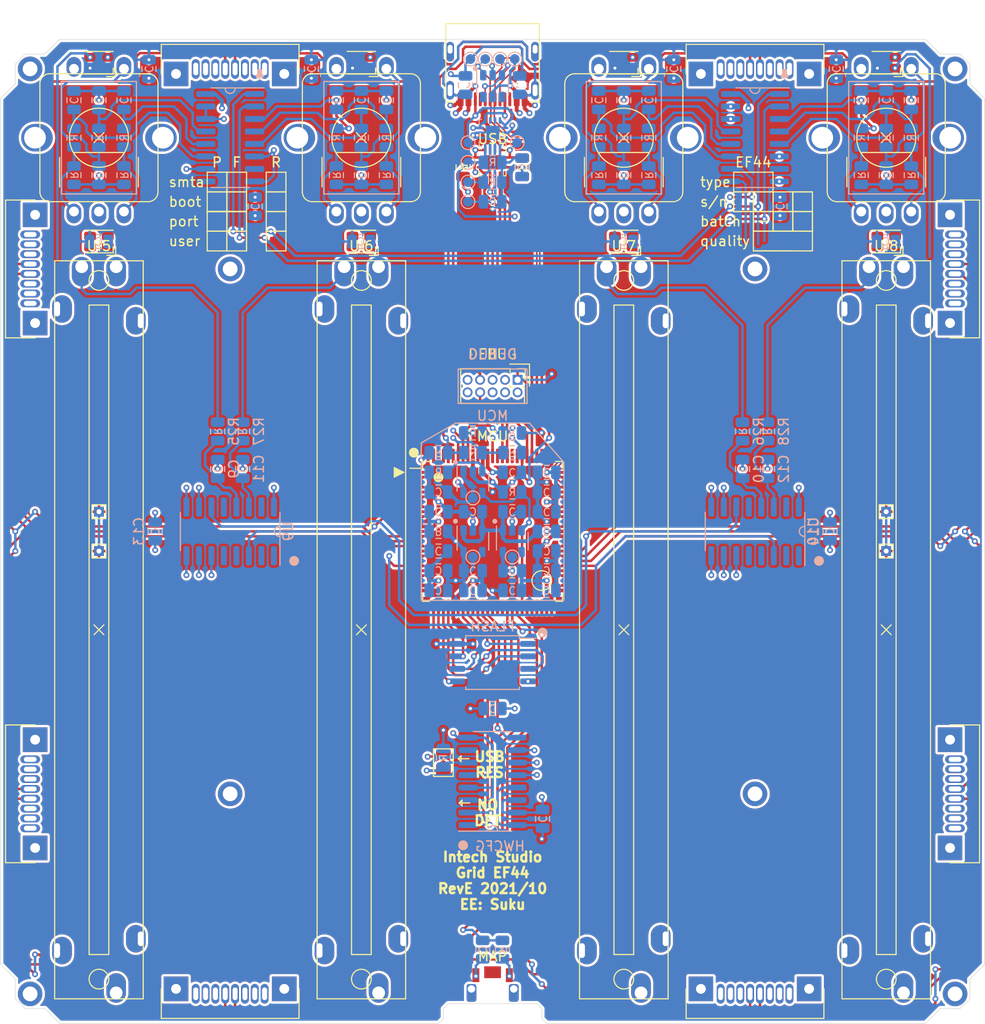
<source format=kicad_pcb>
(kicad_pcb (version 20211014) (generator pcbnew)
  (layers (0 "F.Cu" signal) (1 "In1.Cu" signal) (2 "In2.Cu" signal) (31 "B.Cu" signal) (34 "B.Paste" user) (35 "F.Paste" user) (36 "B.SilkS" user "B.Silkscreen") (37 "F.SilkS" user "F.Silkscreen") (38 "B.Mask" user) (39 "F.Mask" user) (44 "Edge.Cuts" user))
  (net 0 "")
  (net 1 "GND")
  (net 2 "/MCU/MAP_MODE")
  (net 3 "+3V3_UI")
  (net 4 "+3V3_UC")
  (net 5 "Net-(C49-Pad1)")
  (net 6 "Net-(D1-Pad1)")
  (net 7 "Net-(D2-Pad1)")
  (net 8 "Net-(D3-Pad1)")
  (net 9 "Net-(D4-Pad1)")
  (net 10 "Net-(D5-Pad1)")
  (net 11 "/MCU/USB_DN")
  (net 12 "/MCU/USB_DP")
  (net 13 "/MCU/GRID_AUX_RX")
  (net 14 "/MCU/GRID_AUX_TX")
  (net 15 "/MCU/SYS_RESET")
  (net 16 "/MCU/SYS_SWO")
  (net 17 "/MCU/SYS_SWCLK")
  (net 18 "/MCU/SYS_SWDIO")
  (net 19 "/MCU/GRID_SYNC_1")
  (net 20 "/MCU/GRID_WEST_TX")
  (net 21 "+5V")
  (net 22 "/MCU/GRID_WEST_RX")
  (net 23 "/MCU/GRID_SYNC_2")
  (net 24 "/MCU/GRID_SOUTH_TX")
  (net 25 "/MCU/GRID_NORTH_RX")
  (net 26 "/MCU/GRID_SOUTH_RX")
  (net 27 "/MCU/GRID_NORTH_TX")
  (net 28 "/MCU/GRID_EAST_RX")
  (net 29 "/MCU/GRID_EAST_TX")
  (net 30 "Net-(R10-Pad1)")
  (net 31 "/MCU/UI_PWR_EN")
  (net 32 "/MCU/QSPI_~{CE}")
  (net 33 "/MCU/QSPI_SCK")
  (net 34 "/MCU/QSPI_IO_3")
  (net 35 "/MCU/QSPI_IO_2")
  (net 36 "/MCU/QSPI_IO_1")
  (net 37 "/MCU/QSPI_IO_0")
  (net 38 "Net-(C34-Pad1)")
  (net 39 "Net-(C37-Pad1)")
  (net 40 "Net-(C38-Pad1)")
  (net 41 "Net-(D6-Pad1)")
  (net 42 "Net-(D7-Pad1)")
  (net 43 "Net-(R40-Pad1)")
  (net 44 "Net-(R41-Pad1)")
  (net 45 "/HWCFG/HWCFG_SHIFT")
  (net 46 "/HWCFG/HWCFG_CLOCK")
  (net 47 "/HWCFG/HWCFG_DATA")
  (net 48 "/UI_LED/LED_DATA_IN")
  (net 49 "/UI_ENC/ENCODER_1/C")
  (net 50 "/UI_ENC/ENCODER_1/B")
  (net 51 "/UI_ENC/ENCODER_1/A")
  (net 52 "/UI_ENC/ENCODER_2/C")
  (net 53 "/UI_ENC/ENCODER_2/B")
  (net 54 "/UI_ENC/ENCODER_2/A")
  (net 55 "/UI_ENC/ENCODER_3/C")
  (net 56 "/UI_ENC/ENCODER_3/B")
  (net 57 "/UI_ENC/ENCODER_3/A")
  (net 58 "/UI_ENC/ENCODER_4/C")
  (net 59 "/UI_ENC/ENCODER_4/B")
  (net 60 "/UI_ENC/ENCODER_4/A")
  (net 61 "Net-(R1-Pad2)")
  (net 62 "Net-(R2-Pad2)")
  (net 63 "Net-(R3-Pad2)")
  (net 64 "Net-(R11-Pad2)")
  (net 65 "Net-(R12-Pad2)")
  (net 66 "Net-(R13-Pad2)")
  (net 67 "Net-(R14-Pad2)")
  (net 68 "Net-(R15-Pad2)")
  (net 69 "Net-(R19-Pad2)")
  (net 70 "Net-(R20-Pad2)")
  (net 71 "Net-(R21-Pad2)")
  (net 72 "Net-(U1-Pad9)")
  (net 73 "Net-(R25-Pad2)")
  (net 74 "Net-(R26-Pad2)")
  (net 75 "Net-(R27-Pad2)")
  (net 76 "/UI_ENC/ENCODER_CS")
  (net 77 "/UI_ENC/ENCODER_SCK")
  (net 78 "/UI_ENC/ENCODER_MISO")
  (net 79 "/UI_LED/LED_DATA_OUT")
  (net 80 "Net-(J1-PadB8)")
  (net 81 "Net-(J1-PadS3)")
  (net 82 "Net-(J1-PadS4)")
  (net 83 "Net-(J1-PadA8)")
  (net 84 "Net-(M1-Pad8)")
  (net 85 "Net-(M1-Pad7)")
  (net 86 "Net-(M1-Pad6)")
  (net 87 "Net-(M1-Pad5)")
  (net 88 "Net-(M1-Pad4)")
  (net 89 "Net-(M1-Pad3)")
  (net 90 "Net-(M1-Pad2)")
  (net 91 "Net-(M1-Pad1)")
  (net 92 "Net-(U1-Pad7)")
  (net 93 "Net-(U2-Pad7)")
  (net 94 "Net-(U3-Pad7)")
  (net 95 "Net-(U4-Pad6)")
  (net 96 "Net-(U4-Pad4)")
  (net 97 "Net-(U5-Pad4)")
  (net 98 "Net-(U6-Pad4)")
  (net 99 "Net-(U7-Pad100)")
  (net 100 "Net-(U7-Pad99)")
  (net 101 "Net-(U7-Pad98)")
  (net 102 "Net-(U7-Pad97)")
  (net 103 "Net-(U7-Pad96)")
  (net 104 "Net-(U7-Pad91)")
  (net 105 "Net-(U7-Pad87)")
  (net 106 "Net-(U7-Pad84)")
  (net 107 "Net-(U7-Pad83)")
  (net 108 "Net-(U7-Pad79)")
  (net 109 "Net-(U7-Pad78)")
  (net 110 "/UI_ENC/ENCODER_MOSI")
  (net 111 "Net-(U7-Pad67)")
  (net 112 "Net-(U7-Pad66)")
  (net 113 "Net-(U7-Pad65)")
  (net 114 "Net-(U7-Pad64)")
  (net 115 "/MCU/MUX_ADDRESS_C")
  (net 116 "/MCU/MUX_ADDRESS_B")
  (net 117 "Net-(U7-Pad55)")
  (net 118 "Net-(U7-Pad54)")
  (net 119 "Net-(U7-Pad53)")
  (net 120 "Net-(U7-Pad52)")
  (net 121 "Net-(U7-Pad49)")
  (net 122 "Net-(U7-Pad48)")
  (net 123 "Net-(U7-Pad47)")
  (net 124 "Net-(U7-Pad46)")
  (net 125 "Net-(U7-Pad45)")
  (net 126 "Net-(U7-Pad40)")
  (net 127 "Net-(U7-Pad34)")
  (net 128 "Net-(U7-Pad23)")
  (net 129 "Net-(U7-Pad22)")
  (net 130 "Net-(U7-Pad21)")
  (net 131 "Net-(U7-Pad19)")
  (net 132 "Net-(U7-Pad18)")
  (net 133 "Net-(U7-Pad17)")
  (net 134 "Net-(U7-Pad13)")
  (net 135 "Net-(U7-Pad10)")
  (net 136 "Net-(U7-Pad9)")
  (net 137 "Net-(U7-Pad8)")
  (net 138 "Net-(U7-Pad7)")
  (net 139 "Net-(U7-Pad6)")
  (net 140 "Net-(U7-Pad4)")
  (net 141 "Net-(U7-Pad3)")
  (net 142 "Net-(UI1-Pad7)")
  (net 143 "Net-(UI1-Pad6)")
  (net 144 "Net-(UI2-Pad7)")
  (net 145 "Net-(UI2-Pad6)")
  (net 146 "Net-(UI3-Pad7)")
  (net 147 "Net-(UI3-Pad6)")
  (net 148 "Net-(UI4-Pad7)")
  (net 149 "Net-(UI4-Pad6)")
  (net 150 "Net-(UI5-Pad7)")
  (net 151 "Net-(UI5-Pad6)")
  (net 152 "Net-(UI6-Pad7)")
  (net 153 "Net-(UI6-Pad6)")
  (net 154 "Net-(UI7-Pad7)")
  (net 155 "Net-(UI7-Pad6)")
  (net 156 "Net-(UI8-Pad7)")
  (net 157 "Net-(UI8-Pad6)")
  (net 158 "/MCU/Sheet60FB6C45/USB_CC2")
  (net 159 "/MCU/Sheet60FB6C45/USB_CC1")
  (net 160 "/MCU/SYS_I2C_SDA")
  (net 161 "/MCU/SYS_I2C_SCL")
  (net 162 "Net-(R111-Pad1)")
  (net 163 "Net-(U7-Pad2)")
  (net 164 "Net-(U7-Pad1)")
  (net 165 "Net-(U15-Pad13)")
  (net 166 "Net-(U15-Pad12)")
  (net 167 "Net-(U16-Pad13)")
  (net 168 "Net-(U16-Pad12)")
  (net 169 "+5V_UI")
  (net 170 "/MCU/SYS_I2C_INT_0")
  (net 171 "Net-(JP2-Pad1)")
  (net 172 "Net-(U2-Pad9)")
  (net 173 "Net-(UI5-Pad5)")
  (net 174 "Net-(UI5-Pad4)")
  (net 175 "Net-(UI6-Pad5)")
  (net 176 "Net-(UI6-Pad4)")
  (net 177 "Net-(UI7-Pad5)")
  (net 178 "Net-(UI7-Pad4)")
  (net 179 "Net-(UI8-Pad5)")
  (net 180 "Net-(UI8-Pad4)")
  (net 181 "Net-(C9-Pad1)")
  (net 182 "Net-(C10-Pad1)")
  (net 183 "Net-(C11-Pad1)")
  (net 184 "Net-(C12-Pad1)")
  (net 185 "Net-(R28-Pad2)")
  (net 186 "/UI_ENC/FADER_MUX_A")
  (net 187 "/UI_ENC/FADER_MUX_OUT_2")
  (net 188 "/UI_ENC/FADER_MUX_OUT_1")
  (net 189 "Net-(U9-Pad1)")
  (net 190 "Net-(U9-Pad2)")
  (net 191 "Net-(U9-Pad4)")
  (net 192 "Net-(U9-Pad5)")
  (net 193 "Net-(U9-Pad12)")
  (net 194 "Net-(U9-Pad15)")
  (net 195 "Net-(U10-Pad1)")
  (net 196 "Net-(U10-Pad2)")
  (net 197 "Net-(U10-Pad4)")
  (net 198 "Net-(U10-Pad5)")
  (net 199 "Net-(U10-Pad12)")
  (net 200 "Net-(U10-Pad15)")
  (footprint "suku_basics:UI_WS2812C-2020" (layer "F.Cu") (at 113.335 70.545)
    (fp_text reference "D7" hide)
    (fp_text value "UI_WS2812C-2020" hide)
  )
  (footprint "suku_basics:UI_WS2812C-2020" (layer "F.Cu") (at 86.665 52.375)
    (fp_text reference "D2" hide)
    (fp_text value "UI_WS2812C-2020" hide)
  )
  (footprint "suku_basics:UI_WS2812C-2020" (layer "F.Cu") (at 113.335 52.375)
    (fp_text reference "D3" hide)
    (fp_text value "UI_WS2812C-2020" hide)
  )
  (footprint "suku_basics:UI_WS2812C-2020" (layer "F.Cu") (at 140.005 70.545)
    (fp_text reference "D8" hide)
    (fp_text value "UI_WS2812C-2020" hide)
  )
  (footprint "suku_basics:UI_WS2812C-2020" (layer "F.Cu") (at 59.995 52.375)
    (fp_text reference "D1" hide)
    (fp_text value "UI_WS2812C-2020" hide)
  )
  (footprint "suku_basics:UI_WS2812C-2020" (layer "F.Cu") (at 86.665 70.545)
    (fp_text reference "D6" hide)
    (fp_text value "UI_WS2812C-2020" hide)
  )
  (footprint "suku_basics:UI_WS2812C-2020" (layer "F.Cu") (at 140.005 52.375)
    (fp_text reference "D4" hide)
    (fp_text value "UI_WS2812C-2020" hide)
  )
  (footprint "suku_basics:grid_ffc_8_vertical" (layer "F.Cu") (at 53.01 73.33 90)
    (fp_text reference "J6" hide)
    (fp_text value "Conn_01x08" hide)
  )
  (footprint "suku_basics:grid_ffc_8_vertical" (layer "F.Cu") (at 53.01 126.67 90)
    (fp_text reference "J8" hide)
    (fp_text value "Conn_01x08" hide)
  )
  (footprint "suku_basics:grid_ffc_8_vertical" (layer "F.Cu") (at 73.33 146.99 180)
    (fp_text reference "J10" hide)
    (fp_text value "Conn_01x08" hide)
  )
  (footprint "suku_basics:grid_ffc_8_vertical" (layer "F.Cu") (at 73.33 53.01)
    (fp_text reference "J4" hide)
    (fp_text value "Conn_01x08" hide)
  )
  (footprint "suku_basics:grid_ffc_8_vertical" (layer "F.Cu") (at 126.67 146.99 180)
    (fp_text reference "J11" hide)
    (fp_text value "Conn_01x08" hide)
  )
  (footprint "suku_basics:grid_ffc_8_vertical" (layer "F.Cu") (at 126.67 53.01)
    (fp_text reference "J5" hide)
    (fp_text value "Conn_01x08" hide)
  )
  (footprint "suku_basics:grid_ffc_8_vertical" (layer "F.Cu") (at 146.99 73.33 -90)
    (fp_text reference "J7" hide)
    (fp_text value "Conn_01x08" hide)
  )
  (footprint "suku_basics:grid_ffc_8_vertical" (layer "F.Cu") (at 146.99 126.67 -90)
    (fp_text reference "J9" hide)
    (fp_text value "Conn_01x08" hide)
  )
  (footprint "suku_basics:TQFP-100_14x14mm_P0.5mm" (layer "F.Cu") (at 100 100)
    (fp_text reference "U7" hide)
    (fp_text value "SAMD51N20A" hide)
  )
  (footprint "TestPoint:TestPoint_THTPad_1.0x1.0mm_Drill0.5mm" (layer "F.Cu") (at 140 98)
    (fp_text reference "TP2" hide)
    (fp_text value "TestPoint" hide)
  )
  (footprint "TestPoint:TestPoint_THTPad_1.0x1.0mm_Drill0.5mm" (layer "F.Cu") (at 60 102)
    (fp_text reference "TP3" hide)
    (fp_text value "TestPoint" hide)
  )
  (footprint "TestPoint:TestPoint_THTPad_1.0x1.0mm_Drill0.5mm" (layer "F.Cu") (at 140 102)
    (fp_text reference "TP4" hide)
    (fp_text value "TestPoint" hide)
  )
  (footprint "TestPoint:TestPoint_THTPad_1.0x1.0mm_Drill0.5mm" (layer "F.Cu") (at 60 98)
    (fp_text reference "TP1" hide)
    (fp_text value "TestPoint" hide)
  )
  (footprint "suku_basics:SW_HYP_MAPMODE" (layer "F.Cu") (at 100 146.5 180)
    (fp_text reference "SW1" hide)
    (fp_text value "SW_SPST" hide)
  )
  (footprint "suku_basics:UI_ENCODER_TT" (layer "F.Cu") (at 86.665 59.995)
    (fp_text reference "UI2" hide)
    (fp_text value "UI_Rotary_Encoder_Switch" hide)
  )
  (footprint "suku_basics:UI_ENCODER_TT" (layer "F.Cu") (at 140.005 59.995)
    (fp_text reference "UI4" hide)
    (fp_text value "UI_Rotary_Encoder_Switch" hide)
  )
  (footprint "suku_basics:UI_ENCODER_TT" (layer "F.Cu") (at 59.995 59.995)
    (fp_text reference "UI1" hide)
    (fp_text value "UI_Rotary_Encoder_Switch" hide)
  )
  (footprint "suku_basics:RES_0805" (layer "F.Cu") (at 103 63 -90)
    (fp_text reference "R37" hide)
    (fp_text value "5k1(N.F.)" hide)
  )
  (footprint "suku_basics:USB_C_Korean_Hroparts_TYPE-C-31-M-12" (layer "F.Cu") (at 100 51 180)
    (fp_text reference "J1" hide)
    (fp_text value "USB_C_TYPE-C-32-M-12" hide)
  )
  (footprint "Package_DFN_QFN:WQFN-14-1EP_2.5x2.5mm_P0.5mm_EP1.45x1.45mm" (layer "F.Cu") (at 100 62.5)
    (fp_text reference "U16" hide)
    (fp_text value "FUSB302BMPX(N.F.)" hide)
  )
  (footprint "suku_basics:RES_0805" (layer "F.Cu") (at 97 63 -90)
    (fp_text reference "R107" hide)
    (fp_text value "5k1(N.F.)" hide)
  )
  (footprint "suku_basics:UI_ENCODER_TT" (layer "F.Cu") (at 113.335 59.995)
    (fp_text reference "UI3" hide)
    (fp_text value "UI_Rotary_Encoder_Switch" hide)
  )
  (footprint "Jumper:SolderJumper-2_P1.3mm_Open_TrianglePad1.0x1.5mm" (layer "F.Cu") (at 95 123.5 90)
    (fp_text reference "JP2" hide)
    (fp_text value "N.F. Solder Jumper" hide)
  )
  (footprint "Connector_PinHeader_1.27mm:PinHeader_2x05_P1.27mm_Vertical" (layer "F.Cu") (at 102.54 84.6 -90)
    (fp_text reference "J2" hide)
    (fp_text value "N.F." hide)
  )
  (footprint "suku_basics:UI_FADER_TT_long" (layer "F.Cu") (at 59.995 110)
    (fp_text reference "UI5")
    (fp_text value "UI_Fader")
  )
  (footprint "suku_basics:UI_FADER_TT_long" (layer "F.Cu") (at 86.665 110)
    (fp_text reference "UI6")
    (fp_text value "UI_Fader")
  )
  (footprint "suku_basics:UI_FADER_TT_long" (layer "F.Cu") (at 113.335 110)
    (fp_text reference "UI7")
    (fp_text value "UI_Fader")
  )
  (footprint "suku_basics:UI_FADER_TT_long" (layer "F.Cu") (at 140.005 110)
    (fp_text reference "UI8")
    (fp_text value "UI_Fader")
  )
  (footprint "suku_basics:grid_outline" (layer "F.Cu") (at 100 100)
    (fp_text reference "M1" hide)
    (fp_text value "Conn_01x08" hide)
  )
  (footprint "suku_basics:UI_WS2812C-2020" (layer "F.Cu") (at 59.995 70.545)
    (fp_text reference "D5" hide)
    (fp_text value "UI_WS2812C-2020" hide)
  )
  (footprint "suku_basics:CAP_0805" (layer "B.Cu") (at 99 142.5 -90)
    (fp_text reference "C95" hide)
    (fp_text value "100n" hide)
  )
  (footprint "suku_basics:CAP_0805" (layer "B.Cu") (at 81.585 53.01 90)
    (fp_text reference "C2" hide)
    (fp_text value "100n" hide)
  )
  (footprint "suku_basics:CAP_0805" (layer "B.Cu") (at 118.415 53.01 90)
    (fp_text reference "C3" hide)
    (fp_text value "100n" hide)
  )
  (footprint "suku_basics:CAP_0805" (layer "B.Cu") (at 113.335 70.545 180)
    (fp_text reference "C7" hide)
    (fp_text value "100n" hide)
  )
  (footprint "suku_basics:CAP_0805" (layer "B.Cu") (at 134.925 53.01 90)
    (fp_text reference "C4" hide)
    (fp_text value "100n" hide)
  )
  (footprint "suku_basics:CAP_0805" (layer "B.Cu") (at 140.005 70.545 180)
    (fp_text reference "C8" hide)
    (fp_text value "100n" hide)
  )
  (footprint "suku_basics:RES_0805" (layer "B.Cu") (at 102 92)
    (fp_text reference "R41" hide)
    (fp_text value "1k" hide)
  )
  (footprint "suku_basics:RES_0805" (layer "B.Cu") (at 98 92 180)
    (fp_text reference "R42" hide)
    (fp_text value "1k" hide)
  )
  (footprint "suku_basics:RES_0805" (layer "B.Cu") (at 101 142.5 90)
    (fp_text reference "R40" hide)
    (fp_text value "1k" hide)
  )
  (footprint "suku_basics:RES_0805" (layer "B.Cu") (at 98 90 180)
    (fp_text reference "R38" hide)
    (fp_text value "1k" hide)
  )
  (footprint "suku_basics:CAP_0805" (layer "B.Cu") (at 86.665 70.545 180)
    (fp_text reference "C6" hide)
    (fp_text value "100n" hide)
  )
  (footprint "suku_basics:SOIC-8_WIDE(rot90)" (layer "B.Cu") (at 100 113.335 -90)
    (fp_text reference "U8" hide)
    (fp_text value "W25Q16JVSSIQ" hide)
  )
  (footprint "suku_basics:RES_0805" (layer "B.Cu") (at 102 90)
    (fp_text reference "R39" hide)
    (fp_text value "1k" hide)
  )
  (footprint "suku_basics:CAP_0805" (layer "B.Cu") (at 94.5 98)
    (fp_text reference "C38" hide)
    (fp_text value "10u" hide)
  )
  (footprint "suku_basics:CAP_0805" (layer "B.Cu") (at 94.5 102)
    (fp_text reference "C39" hide)
    (fp_text value "100n" hide)
  )
  (footprint "suku_basics:CAP_0805" (layer "B.Cu") (at 105.5 102 180)
    (fp_text reference "C43" hide)
    (fp_text value "10u" hide)
  )
  (footprint "suku_basics:CAP_0805" (layer "B.Cu") (at 94.5 104 180)
    (fp_text reference "C45" hide)
    (fp_text value "100n" hide)
  )
  (footprint "suku_basics:CAP_0805" (layer "B.Cu") (at 105.5 106 180)
    (fp_text reference "C46" hide)
    (fp_text value "100n" hide)
  )
  (footprint "suku_basics:CAP_0805" (layer "B.Cu") (at 94.5 106 180)
    (fp_text reference "C47" hide)
    (fp_text value "100n" hide)
  )
  (footprint "suku_basics:CAP_0805" (layer "B.Cu") (at 105.5 104 180)
    (fp_text reference "C48" hide)
    (fp_text value "100n" hide)
  )
  (footprint "suku_basics:CAP_0805" (layer "B.Cu") (at 105.5 96)
    (fp_text reference "C41" hide)
    (fp_text value "100n" hide)
  )
  (footprint "suku_basics:CAP_0805" (layer "B.Cu") (at 98 104)
    (fp_text reference "C40" hide)
    (fp_text value "1u" hide)
  )
  (footprint "suku_basics:CAP_0805" (layer "B.Cu") (at 98 106)
    (fp_text reference "C42" hide)
    (fp_text value "100n" hide)
  )
  (footprint "suku_basics:FERRIT_0805" (layer "B.Cu") (at 94.5 100)
    (fp_text reference "FB2" hide)
    (fp_text value "600 Ohm @ 100MHz" hide)
  )
  (footprint "suku_basics:CAP_0805" (layer "B.Cu") (at 102 94)
    (fp_text reference "C49" hide)
    (fp_text value "100n" hide)
  )
  (footprint "suku_basics:CAP_0805" (layer "B.Cu") (at 105.5 98)
    (fp_text reference "C54" hide)
    (fp_text value "100n" hide)
  )
  (footprint "suku_basics:CAP_0805" (layer "B.Cu") (at 105.5 94)
    (fp_text reference "C55" hide)
    (fp_text value "100n" hide)
  )
  (footprint "suku_basics:CAP_0805" (layer "B.Cu") (at 102 106)
    (fp_text reference "C44" hide)
    (fp_text value "100n" hide)
  )
  (footprint "suku_basics:SOIC-16_3.9x9.9mm_P1.27mm(rot90)" (layer "B.Cu") (at 100 125.4 90)
    (fp_text reference "U3" hide)
    (fp_text value "74HC165" hide)
  )
  (footprint "suku_basics:CAP_0805" (layer "B.Cu") (at 86.665 56.185 90)
    (fp_text reference "C20" hide)
    (fp_text value "100n" hide)
  )
  (footprint "suku_basics:CAP_0805" (layer "B.Cu") (at 62.535 56.185 90)
    (fp_text reference "C18" hide)
    (fp_text value "100n" hide)
  )
  (footprint "suku_basics:RES_0805" (layer "B.Cu") (at 86.665 63.805 90)
    (fp_text reference "R7" hide)
    (fp_text value "10k" hide)
  )
  (footprint "suku_basics:RES_0805" (layer "B.Cu") (at 89.205 63.805 90)
    (fp_text reference "R8" hide)
    (fp_text value "10k" hide)
  )
  (footprint "suku_basics:RES_0805" (layer "B.Cu") (at 84.125 59.995 -90)
    (fp_text reference "R12" hide)
    (fp_text value "10k" hide)
  )
  (footprint "suku_basics:CAP_0805" (layer "B.Cu") (at 100 118)
    (fp_text reference "C94" hide)
    (fp_text value "100n" hide)
  )
  (footprint "suku_basics:RES_0805" (layer "B.Cu") (at 57.455 59.995 -90)
    (fp_text reference "R6" hide)
    (fp_text value "10k" hide)
  )
  (footprint "suku_basics:RES_0805" (layer "B.Cu") (at 84.125 63.805 90)
    (fp_text reference "R9" hide)
    (fp_text value "10k" hide)
  )
  (footprint "suku_basics:CAP_0805" (layer "B.Cu") (at 89.205 56.185 90)
    (fp_text reference "C21" hide)
    (fp_text value "100n" hide)
  )
  (footprint "suku_basics:RES_0805" (layer "B.Cu") (at 89.205 59.995 -90)
    (fp_text reference "R11" hide)
    (fp_text value "10k" hide)
  )
  (footprint "suku_basics:CAP_0805" (layer "B.Cu") (at 142.545 56.185 90)
    (fp_text reference "C27" hide)
    (fp_text value "100n" hide)
  )
  (footprint "suku_basics:CAP_0805" (layer "B.Cu") (at 84.125 56.185 90)
    (fp_text reference "C22" hide)
    (fp_text value "100n" hide)
  )
  (footprint "suku_basics:CAP_0805" (layer "B.Cu") (at 59.995 56.185 90)
    (fp_text reference "C17" hide)
    (fp_text value "100n" hide)
  )
  (footprint "suku_basics:CAP_0805" (layer "B.Cu") (at 57.455 56.185 90)
    (fp_text reference "C19" hide)
    (fp_text value "100n" hide)
  )
  (footprint "suku_basics:CAP_0805" (layer "B.Cu") (at 113.335 56.185 90)
    (fp_text reference "C23" hide)
    (fp_text value "100n" hide)
  )
  (footprint "suku_basics:CAP_0805" (layer "B.Cu") (at 115.875 56.185 90)
    (fp_text reference "C24" hide)
    (fp_text value "100n" hide)
  )
  (footprint "suku_basics:CAP_0805" (layer "B.Cu") (at 110.795 56.185 90)
    (fp_text reference "C25" hide)
    (fp_text value "100n" hide)
  )
  (footprint "suku_basics:CAP_0805" (layer "B.Cu") (at 140.005 56.185 90)
    (fp_text reference "C26" hide)
    (fp_text value "100n" hide)
  )
  (footprint "suku_basics:CAP_0805" (layer "B.Cu") (at 137.465 56.185 90)
    (fp_text reference "C28" hide)
    (fp_text value "100n" hide)
  )
  (footprint "suku_basics:RES_0805" (layer "B.Cu") (at 59.995 63.805 90)
    (fp_text reference "R1" hide)
    (fp_text value "10k" hide)
  )
  (footprint "suku_basics:RES_0805" (layer "B.Cu") (at 62.535 63.805 90)
    (fp_text reference "R2" hide)
    (fp_text value "10k" hide)
  )
  (footprint "suku_basics:RES_0805" (layer "B.Cu") (at 57.455 63.805 90)
    (fp_text reference "R3" hide)
    (fp_text value "10k" hide)
  )
  (footprint "suku_basics:RES_0805" (layer "B.Cu") (at 59.995 59.995 90)
    (fp_text reference "R4" hide)
    (fp_text value "10k" hide)
  )
  (footprint "suku_basics:RES_0805" (layer "B.Cu") (at 62.535 59.995 -90)
    (fp_text reference "R5" hide)
    (fp_text value "10k" hide)
  )
  (footprint "suku_basics:RES_0805" (layer "B.Cu") (at 86.665 59.995 90)
    (fp_text reference "R10" hide)
    (fp_text value "10k" hide)
  )
  (footprint "suku_basics:RES_0805" (layer "B.Cu") (at 113.335 63.805 90)
    (fp_text reference "R13" hide)
    (fp_text value "10k" hide)
  )
  (footprint "suku_basics:RES_0805" (layer "B.Cu") (at 115.875 63.805 90)
    (fp_text reference "R14" hide)
    (fp_text value "10k" hide)
  )
  (footprint "suku_basics:RES_0805" (layer "B.Cu") (at 110.795 63.805 90)
    (fp_text reference "R15" hide)
    (fp_text value "10k" hide)
  )
  (footprint "suku_basics:RES_0805" (layer "B.Cu") (at 113.335 59.995 90)
    (fp_text reference "R16" hide)
    (fp_text value "10k" hide)
  )
  (footprint "suku_basics:RES_0805" (layer "B.Cu") (at 115.875 59.995 -90)
    (fp_text reference "R17" hide)
    (fp_text value "10k" hide)
  )
  (footprint "suku_basics:RES_0805" (layer "B.Cu") (at 110.795 59.995 -90)
    (fp_text reference "R18" hide)
    (fp_text value "10k" hide)
  )
  (footprint "suku_basics:RES_0805" (layer "B.Cu") (at 140.005 63.805 90)
    (fp_text reference "R19" hide)
    (fp_text value "10k" hide)
  )
  (footprint "suku_basics:RES_0805" (layer "B.Cu") (at 142.545 63.805 90)
    (fp_text reference "R20" hide)
    (fp_text value "10k" hide)
  )
  (footprint "suku_basics:RES_0805" (layer "B.Cu") (at 137.465 63.805 90)
    (fp_text reference "R21" hide)
    (fp_text value "10k" hide)
  )
  (footprint "suku_basics:RES_0805" (layer "B.Cu") (at 140.005 59.995 90)
    (fp_text reference "R22" hide)
    (fp_text value "10k" hide)
  )
  (footprint "suku_basics:RES_0805" (layer "B.Cu") (at 142.545 59.995 -90)
    (fp_text reference "R23" hide)
    (fp_text value "10k" hide)
  )
  (footprint "suku_basics:RES_0805" (layer "B.Cu") (at 137.465 59.995 -90)
    (fp_text reference "R24" hide)
    (fp_text value "10k" hide)
  )
  (footprint "suku_basics:SOIC-16_3.9x9.9mm_P1.27mm(rot90)" (layer "B.Cu") (at 126.67 59.995 -90)
    (fp_text reference "U2" hide)
    (fp_text value "74HC165" hide)
  )
  (footprint "suku_basics:CAP_0805" (layer "B.Cu") (at 75.87 66.98 90)
    (fp_text reference "C86" hide)
    (fp_text value "100n" hide)
  )
  (footprint "suku_basics:CAP_0805" (layer "B.Cu") (at 129.21 66.98 90)
    (fp_text reference "C87" hide)
    (fp_text value "100n" hide)
  )
  (footprint "suku_basics:SOIC-16_3.9x9.9mm_P1.27mm(rot90)" (layer "B.Cu") (at 73.33 59.995 -90)
    (fp_text reference "U1" hide)
    (fp_text value "74HC165" hide)
  )
  (footprint "suku_basics:CAP_0805" (layer "B.Cu") (at 65.075 53.01 90)
    (fp_text reference "C1" hide)
    (fp_text value "100n" hide)
  )
  (footprint "suku_basics:CAP_0805" (layer "B.Cu") (at 105.08 129.21 90)
    (fp_text reference "C33" hide)
    (fp_text value "100n" hide)
  )
  (footprint "suku_basics:CAP_0805" (layer "B.Cu") (at 98 98 180)
    (fp_text reference "C34" hide)
    (fp_text value "1u" hide)
  )
  (footprint "suku_basics:CAP_0805" (layer "B.Cu") (at 102 104)
    (fp_text reference "C36" hide)
    (fp_text value "1u" hide)
  )
  (footprint "suku_basics:CAP_0805" (layer "B.Cu") (at 97.25 54.65 90)
    (fp_text reference "C37" hide)
    (fp_text value "4n7" hide)
  )
  (footprint "suku_basics:CAP_0805" (layer "B.Cu") (at 94.5 96 180)
    (fp_text reference "C50" hide)
    (fp_text value "1u" hide)
  )
  (footprint "suku_basics:CAP_0805" (layer "B.Cu") (at 102 98)
    (fp_text reference "C53" hide)
    (fp_text value "1u" hide)
  )
  (footprint "suku_basics:FERRIT_0805" (layer "B.Cu") (at 105.5 100)
    (fp_text reference "FB1" hide)
    (fp_text value "600 Ohm @ 100MHz" hide)
  )
  (footprint "suku_basics:RES_0805" (layer "B.Cu") (at 102.75 54.65 90)
    (fp_text reference "R35" hide)
    (fp_text value "1M" hide)
  )
  (footprint "suku_basics:RES_0805" (layer "B.Cu") (at 102 96 180)
    (fp_text reference "R36" hide)
    (fp_text value "10k" hide)
  )
  (footprint "suku_basics:SOT-23-5" (layer "B.Cu") (at 98 101 90)
    (fp_text reference "U5" hide)
    (fp_text value "LN1134A332MR-G" hide)
  )
  (footprint "suku_basics:SOT-23-5" (layer "B.Cu") (at 102 101 90)
    (fp_text reference "U6" hide)
    (fp_text value "LN1134A332MR-G" hide)
  )
  (footprint "Package_DFN_QFN:WQFN-14-1EP_2.5x2.5mm_P0.5mm_EP1.45x1.45mm" (layer "B.Cu") (at 100 59.5 180)
    (fp_text reference "U15" hide)
    (fp_text value "FUSB302BMPX" hide)
  )
  (footprint "suku_basics:SOT-23-5" (layer "B.Cu") (at 98 95 90)
    (fp_text reference "U17" hide)
    (fp_text value "MT9700" hide)
  )
  (footprint "suku_basics:RES_0805" (layer "B.Cu") (at 94.5 94 180)
    (fp_text reference "R111" hide)
    (fp_text value "10k" hide)
  )
  (footprint "suku_basics:SOT-23-6" (layer "B.Cu") (at 100 54.75 90)
    (fp_text reference "U4" hide)
    (fp_text value "SESRV05-4 " hide)
  )
  (footprint "TestPoint:TestPoint_Pad_D1.0mm" (layer "B.Cu") (at 100.75 52)
    (fp_text reference "TP6" hide)
    (fp_text value "D+" hide)
  )
  (footprint "TestPoint:TestPoint_Pad_D1.0mm" (layer "B.Cu") (at 97.75 52)
    (fp_text reference "TP7" hide)
    (fp_text value "GND" hide)
  )
  (footprint "TestPoint:TestPoint_Pad_D1.0mm" (layer "B.Cu") (at 102.25 52)
    (fp_text reference "TP8" hide)
    (fp_text value "VB" hide)
  )
  (footprint "TestPoint:TestPoint_Pad_D1.0mm" (layer "B.Cu") (at 99.25 52)
    (fp_text reference "TP5" hide)
    (fp_text value "D-" hide)
  )
  (footprint "TestPoint:TestPoint_Pad_D1.0mm" (layer "B.Cu") (at 98 102.6)
    (fp_text reference "TP9" hide)
    (fp_text value "UC" hide)
  )
  (footprint "TestPoint:TestPoint_Pad_D1.0mm" (layer "B.Cu") (at 102 102.6)
    (fp_text reference "TP10" hide)
    (fp_text value "UI" hide)
  )
  (footprint "TestPoint:TestPoint_Pad_D1.0mm" (layer "B.Cu") (at 98 96.6)
    (fp_text reference "TP11" hide)
    (fp_text value "UI_5V" hide)
  )
  (footprint "suku_basics:RES_0805" (layer "B.Cu") (at 95 123 -90)
    (fp_text reference "R112" hide)
    (fp_text value "10k" hide)
  )
  (footprint "TestPoint:TestPoint_Pad_D1.0mm" (layer "B.Cu") (at 102.5 60.5)
    (fp_text reference "TP19" hide)
    (fp_text value "CC1" hide)
  )
  (footprint "TestPoint:TestPoint_Pad_D1.0mm" (layer "B.Cu") (at 97.5 60.5)
    (fp_text reference "TP20" hide)
    (fp_text value "CC2" hide)
  )
  (footprint "suku_basics:RES_0805" (layer "B.Cu") (at 94.5 92)
    (fp_text reference "R34" hide)
    (fp_text value "5k1" hide)
  )
  (footprint "TestPoint:TestPoint_Pad_D1.0mm" (layer "B.Cu") (at 97.5 62.5)
    (fp_text reference "TP16" hide)
    (fp_text value "SDA" hide)
  )
  (footprint "TestPoint:TestPoint_Pad_D1.0mm" (layer "B.Cu") (at 97.5 64.5)
    (fp_text reference "TP17" hide)
    (fp_text value "SCL" hide)
  )
  (footprint "TestPoint:TestPoint_Pad_D1.0mm" (layer "B.Cu") (at 97.5 66.5)
    (fp_text reference "TP18" hide)
    (fp_text value "INT" hide)
  )
  (footprint "suku_basics:RES_0805" (layer "B.Cu") (at 100 62.5 180)
    (fp_text reference "R108" hide)
    (fp_text value "5k1" hide)
  )
  (footprint "suku_basics:RES_0805" (layer "B.Cu") (at 100 64.5 180)
    (fp_text reference "R109" hide)
    (fp_text value "5k1" hide)
  )
  (footprint "suku_basics:CAP_0805" (layer "B.Cu") (at 103 63 -90)
    (fp_text reference "C51" hide)
    (fp_text value "100n" hide)
  )
  (footprint "suku_basics:RES_0805" (layer "B.Cu") (at 100 66.5 180)
    (fp_text reference "R110" hide)
    (fp_text value "5k1" hide)
  )
  (footprint "suku_basics:CAP_0805" (layer "B.Cu") (at 59.995 70.545 180)
    (fp_text reference "C5" hide)
    (fp_text value "100n" hide)
  )
  (footprint "suku_basics:CAP_0805" (layer "B.Cu") (at 72.06 93.65 90)
    (fp_text reference "C9")
    (fp_text value "100n")
  )
  (footprint "suku_basics:CAP_0805" (layer "B.Cu") (at 125.4 93.65 90)
    (fp_text reference "C10")
    (fp_text value "100n")
  )
  (footprint "suku_basics:CAP_0805" (layer "B.Cu") (at 74.6 93.65 90)
    (fp_text reference "C11")
    (fp_text value "100n")
  )
  (footprint "suku_basics:CAP_0805" (layer "B.Cu") (at 65.71 100 -90)
    (fp_text reference "C13")
    (fp_text value "100n")
  )
  (footprint "suku_basics:CAP_0805" (layer "B.Cu") (at 134.29 100 -90)
    (fp_text reference "C14")
    (fp_text value "100n")
  )
  (footprint "suku_basics:RES_0805" (layer "B.Cu") (at 72.06 89.84 90)
    (fp_text reference "R25")
    (fp_text value "1k")
  )
  (footprint "suku_basics:RES_0805" (layer "B.Cu") (at 125.4 89.84 90)
    (fp_text reference "R26")
    (fp_text value "1k")
  )
  (footprint "suku_basics:RES_0805" (layer "B.Cu") (at 74.6 89.84 90)
    (fp_text reference "R27")
    (fp_text value "1k")
  )
  (footprint "suku_basics:RES_0805" (layer "B.Cu") (at 127.94 89.84 90)
    (fp_text reference "R28")
    (fp_text value "1k")
  )
  (footprint "suku_basics:SOIC-16_3.9x9.9mm_P1.27mm" (layer "B.Cu") (at 73.33 100 90)
    (fp_text reference "U9")
    (fp_text value "74HC4051")
  )
  (footprint "suku_basics:SOIC-16_3.9x9.9mm_P1.27mm" (layer "B.Cu") (at 126.67 100 90)
    (fp_text reference "U10")
    (fp_text value "74HC4051")
  )
  (footprint "suku_basics:CAP_0805" (layer "B.Cu") (at 127.94 93.65 90)
    (fp_text reference "C12")
    (fp_text value "100n")
  )
  (gr_line (start 92.75 107) (end 92.75 91) (layer "B.SilkS") (width 0.12))
  (gr_line (start 143.815 65.71) (end 136.195 65.71) (layer "B.SilkS") (width 0.12))
  (gr_line (start 136.195 54.28) (end 143.815 54.28) (layer "B.SilkS") (width 0.12))
  (gr_line (start 143.815 54.28) (end 143.815 65.71) (layer "B.SilkS") (width 0.12))
  (gr_line (start 136.195 65.71) (end 136.195 54.28) (layer "B.SilkS") (width 0.12))
  (gr_line (start 96.25 89) (end 103.75 89) (layer "B.SilkS") (width 0.12))
  (gr_line (start 96.5 87) (end 96.5 83.5) (layer "B.SilkS") (width 0.12))
  (gr_line (start 103.5 83.5) (end 103.5 87) (layer "B.SilkS") (width 0.12))
  (gr_line (start 103.75 89) (end 107.25 93) (layer "B.SilkS") (width 0.12))
  (gr_line (start 90.475 54.28) (end 90.475 65.71) (layer "B.SilkS") (width 0.12))
  (gr_line (start 117.145 65.71) (end 109.525 65.71) (layer "B.SilkS") (width 0.12))
  (gr_line (start 109.525 65.71) (end 109.525 54.28) (layer "B.SilkS") (width 0.12))
  (gr_line (start 109.525 54.28) (end 117.145 54.28) (layer "B.SilkS") (width 0.12))
  (gr_line (start 107.25 107) (end 92.75 107) (layer "B.SilkS") (width 0.12))
  (gr_line (start 96.5 83.5) (end 103.5 83.5) (layer "B.SilkS") (width 0.12))
  (gr_line (start 63.805 65.71) (end 56.185 65.71) (layer "B.SilkS") (width 0.12))
  (gr_line (start 82.855 54.28) (end 90.475 54.28) (layer "B.SilkS") (width 0.12))
  (gr_line (start 92.75 91) (end 96.25 89) (layer "B.SilkS") (width 0.12))
  (gr_line (start 56.185 54.28) (end 63.805 54.28) (layer "B.SilkS") (width 0.12))
  (gr_line (start 90.475 65.71) (end 82.855 65.71) (layer "B.SilkS") (width 0.12))
  (gr_line (start 63.805 54.28) (end 63.805 65.71) (layer "B.SilkS") (width 0.12))
  (gr_line (start 117.145 54.28) (end 117.145 65.71) (layer "B.SilkS") (width 0.12))
  (gr_line (start 107.25 93) (end 107.25 107) (layer "B.SilkS") (width 0.12))
  (gr_line (start 56.185 65.71) (end 56.185 54.28) (layer "B.SilkS") (width 0.12))
  (gr_line (start 103.5 87) (end 96.5 87) (layer "B.SilkS") (width 0.12))
  (gr_line (start 82.855 65.71) (end 82.855 54.28) (layer "B.SilkS") (width 0.12))
  (gr_line (start 128.5 71.5) (end 126.5 71.5) (layer "F.SilkS") (width 0.12))
  (gr_line (start 79 69.5) (end 77 69.5) (layer "F.SilkS") (width 0.12))
  (gr_line (start 77 69.5) (end 77 71.5) (layer "F.SilkS") (width 0.12))
  (gr_line (start 79 71.5) (end 79 69.5) (layer "F.SilkS") (width 0.12))
  (gr_line (start 77 69.5) (end 79 69.5) (layer "F.SilkS") (width 0.12))
  (gr_line (start 79 67.5) (end 77 67.5) (layer "F.SilkS") (width 0.12))
  (gr_line (start 77 67.5) (end 77 69.5) (layer "F.SilkS") (width 0.12))
  (gr_line (start 79 69.5) (end 79 67.5) (layer "F.SilkS") (width 0.12))
  (gr_line (start 77 67.5) (end 79 67.5) (layer "F.SilkS") (width 0.12))
  (gr_line (start 79 65.5) (end 77 65.5) (layer "F.SilkS") (width 0.12))
  (gr_line (start 77 65.5) (end 77 67.5) (layer "F.SilkS") (width 0.12))
  (gr_line (start 79 67.5) (end 79 65.5) (layer "F.SilkS") (width 0.12))
  (gr_line (start 126.5 71.5) (end 126.5 69.5) (layer "F.SilkS") (width 0.12))
  (gr_line (start 126.5 69.5) (end 130.5 69.5) (layer "F.SilkS") (width 0.12))
  (gr_line (start 132.5 69.5) (end 132.5 71.5) (layer "F.SilkS") (width 0.12))
  (gr_line (start 77 71.5) (end 79 71.5) (layer "F.SilkS") (width 0.12))
  (gr_line (start 132.5 71.5) (end 128.5 71.5) (layer "F.SilkS") (width 0.12))
  (gr_line (start 130.5 71.5) (end 128.5 71.5) (layer "F.SilkS") (width 0.12))
  (gr_line (start 128.5 71.5) (end 126.5 71.5) (layer "F.SilkS") (width 0.12))
  (gr_line (start 126.5 65.5) (end 124.5 65.5) (layer "F.SilkS") (width 0.12))
  (gr_line (start 128.5 65.5) (end 126.5 65.5) (layer "F.SilkS") (width 0.12))
  (gr_line (start 126.5 67.5) (end 126.5 65.5) (layer "F.SilkS") (width 0.12))
  (gr_line (start 124.5 67.5) (end 126.5 67.5) (layer "F.SilkS") (width 0.12))
  (gr_line (start 124.5 65.5) (end 124.5 67.5) (layer "F.SilkS") (width 0.12))
  (gr_line (start 126.5 65.5) (end 126.5 67.5) (layer "F.SilkS") (width 0.12))
  (gr_line (start 130.5 67.5) (end 130.5 69.5) (layer "F.SilkS") (width 0.12))
  (gr_line (start 126.5 67.5) (end 128.5 67.5) (layer "F.SilkS") (width 0.12))
  (gr_line (start 128.5 67.5) (end 128.5 65.5) (layer "F.SilkS") (width 0.12))
  (gr_line (start 130.5 65.5) (end 128.5 65.5) (layer "F.SilkS") (width 0.12))
  (gr_line (start 128.5 65.5) (end 128.5 67.5) (layer "F.SilkS") (width 0.12))
  (gr_line (start 128.5 67.5) (end 130.5 67.5) (layer "F.SilkS") (width 0.12))
  (gr_line (start 130.5 67.5) (end 130.5 65.5) (layer "F.SilkS") (width 0.12))
  (gr_line (start 130.5 67.5) (end 128.5 67.5) (layer "F.SilkS") (width 0.12))
  (gr_line (start 126.5 67.5) (end 124.5 67.5) (layer "F.SilkS") (width 0.12))
  (gr_line (start 130.5 69.5) (end 132.5 69.5) (layer "F.SilkS") (width 0.12))
  (gr_line (start 132.5 69.5) (end 132.5 67.5) (layer "F.SilkS") (width 0.12))
  (gr_line (start 128.5 67.5) (end 126.5 67.5) (layer "F.SilkS") (width 0.12))
  (gr_line (start 132.5 69.5) (end 130.5 69.5) (layer "F.SilkS") (width 0.12))
  (gr_line (start 132.5 67.5) (end 132.5 69.5) (layer "F.SilkS") (width 0.12))
  (gr_line (start 132.5 65.5) (end 130.5 65.5) (layer "F.SilkS") (width 0.12))
  (gr_line (start 130.5 67.5) (end 130.5 65.5) (layer "F.SilkS") (width 0.12))
  (gr_line (start 132.5 67.5) (end 130.5 67.5) (layer "F.SilkS") (width 0.12))
  (gr_line (start 132.5 67.5) (end 132.5 65.5) (layer "F.SilkS") (width 0.12))
  (gr_line (start 130.5 65.5) (end 130.5 67.5) (layer "F.SilkS") (width 0.12))
  (gr_line (start 130.5 65.5) (end 132.5 65.5) (layer "F.SilkS") (width 0.12))
  (gr_line (start 130.5 67.5) (end 132.5 67.5) (layer "F.SilkS") (width 0.12))
  (gr_line (start 126.5 67.5) (end 126.5 69.5) (layer "F.SilkS") (width 0.12))
  (gr_line (start 126.5 69.5) (end 128.5 69.5) (layer "F.SilkS") (width 0.12))
  (gr_line (start 130.5 67.5) (end 130.5 69.5) (layer "F.SilkS") (width 0.12))
  (gr_line (start 130.5 69.5) (end 128.5 69.5) (layer "F.SilkS") (width 0.12))
  (gr_line (start 128.5 69.5) (end 128.5 67.5) (layer "F.SilkS") (width 0.12))
  (gr_line (start 128.5 67.5) (end 128.5 69.5) (layer "F.SilkS") (width 0.12))
  (gr_line (start 128.5 69.5) (end 126.5 69.5) (layer "F.SilkS") (width 0.12))
  (gr_line (start 127 68.5) (end 128 68.5) (layer "F.SilkS") (width 0.12))
  (gr_line (start 130.5 69.5) (end 130.5 67.5) (layer "F.SilkS") (width 0.12))
  (gr_line (start 128.5 67.5) (end 128.5 69.5) (layer "F.SilkS") (width 0.12))
  (gr_line (start 128.5 69.5) (end 130.5 69.5) (layer "F.SilkS") (width 0.12))
  (gr_line (start 128.5 65.5) (end 126.5 65.5) (layer "F.SilkS") (width 0.12))
  (gr_line (start 126.5 65.5) (end 124.5 65.5) (layer "F.SilkS") (width 0.12))
  (gr_line (start 128.5 63.5) (end 128.5 65.5) (layer "F.SilkS") (width 0.12))
  (gr_line (start 124.5 63.5) (end 128.5 63.5) (layer "F.SilkS") (width 0.12))
  (gr_line (start 124.5 65.5) (end 124.5 63.5) (layer "F.SilkS") (width 0.12))
  (gr_line (start 71 65.5) (end 73 65.5) (layer "F.SilkS") (width 0.12))
  (gr_line (start 73 65.5) (end 75 65.5) (layer "F.SilkS") (width 0.12))
  (gr_line (start 77 65.5) (end 79 65.5) (layer "F.SilkS") (width 0.12))
  (gr_line (start 75 65.5) (end 75 67.5) (layer "F.SilkS") (width 0.12))
  (gr_line (start 75 67.5) (end 75 65.5) (layer "F.SilkS") (width 0.12))
  (gr_line (start 73 65.5) (end 71 65.5) (layer "F.SilkS") (width 0.12))
  (gr_line (start 71 65.5) (end 71 67.5) (layer "F.SilkS") (width 0.12))
  (gr_line (start 71 67.5) (end 73 67.5) (layer "F.SilkS") (width 0.12))
  (gr_line (start 73 67.5) (end 73 65.5) (layer "F.SilkS") (width 0.12))
  (gr_line (start 75 65.5) (end 73 65.5) (layer "F.SilkS") (width 0.12))
  (gr_line (start 73 67.5) (end 71 67.5) (layer "F.SilkS") (width 0.12))
  (gr_line (start 75 67.5) (end 73 67.5) (layer "F.SilkS") (width 0.12))
  (gr_line (start 73 67.5) (end 75 67.5) (layer "F.SilkS") (width 0.12))
  (gr_line (start 73 65.5) (end 73 67.5) (layer "F.SilkS") (width 0.12))
  (gr_line (start 75 69.5) (end 73 69.5) (layer "F.SilkS") (width 0.12))
  (gr_line (start 73 71.5) (end 73 69.5) (layer "F.SilkS") (width 0.12))
  (gr_line (start 71 69.5) (end 71 71.5) (layer "F.SilkS") (width 0.12))
  (gr_line (start 73 69.5) (end 71 69.5) (layer "F.SilkS") (width 0.12))
  (gr_line (start 73 69.5) (end 73 71.5) (layer "F.SilkS") (width 0.12))
  (gr_line (start 75 71.5) (end 75 69.5) (layer "F.SilkS") (width 0.12))
  (gr_line (start 75 69.5) (end 75 71.5) (layer "F.SilkS") (width 0.12))
  (gr_line (start 75 67.5) (end 73 67.5) (layer "F.SilkS") (width 0.12))
  (gr_line (start 73 69.5) (end 73 67.5) (layer "F.SilkS") (width 0.12))
  (gr_line (start 71 69.5) (end 73 69.5) (layer "F.SilkS") (width 0.12))
  (gr_line (start 71 67.5) (end 71 69.5) (layer "F.SilkS") (width 0.12))
  (gr_line (start 73 67.5) (end 71 67.5) (layer "F.SilkS") (width 0.12))
  (gr_line (start 73 67.5) (end 73 69.5) (layer "F.SilkS") (width 0.12))
  (gr_line (start 73 69.5) (end 75 69.5) (layer "F.SilkS") (width 0.12))
  (gr_line (start 75 69.5) (end 75 67.5) (layer "F.SilkS") (width 0.12))
  (gr_line (start 75 67.5) (end 75 69.5) (layer "F.SilkS") (width 0.12))
  (gr_line (start 79 65.5) (end 79 63.5) (layer "F.SilkS") (width 0.12))
  (gr_line (start 77 63.5) (end 77 65.5) (layer "F.SilkS") (width 0.12))
  (gr_line (start 79 63.5) (end 77 63.5) (layer "F.SilkS") (width 0.12))
  (gr_line (start 75 65.5) (end 75 63.5) (layer "F.SilkS") (width 0.12))
  (gr_line (start 73 67.5) (end 75 67.5) (layer "F.SilkS") (width 0.12))
  (gr_line (start 73 63.5) (end 73 65.5) (layer "F.SilkS") (width 0.12))
  (gr_line (start 75 63.5) (end 73 63.5) (layer "F.SilkS") (width 0.12))
  (gr_line (start 73 63.5) (end 71 63.5) (layer "F.SilkS") (width 0.12))
  (gr_line (start 73 65.5) (end 73 63.5) (layer "F.SilkS") (width 0.12))
  (gr_line (start 71 67.5) (end 73 67.5) (layer "F.SilkS") (width 0.12))
  (gr_line (start 71 63.5) (end 71 65.5) (layer "F.SilkS") (width 0.12))
  (gr_line (start 96.8 123.4) (end 96.5 123.1) (layer "F.SilkS") (width 0.12))
  (gr_line (start 96.6 127.6) (end 96.9 127.3) (layer "F.SilkS") (width 0.12))
  (gr_line (start 96.9 127.3) (end 96.9 127.9) (layer "F.SilkS") (width 0.12))
  (gr_line (start 96.9 127.9) (end 96.6 127.6) (layer "F.SilkS") (width 0.12))
  (gr_line (start 97.7 127.6) (end 96.6 127.6) (layer "F.SilkS") (width 0.12))
  (gr_line (start 71 71.5) (end 75 71.5) (layer "F.SilkS") (width 0.12))
  (gr_line (start 96.5 123.1) (end 96.8 122.8) (layer "F.SilkS") (width 0.12))
  (gr_line (start 101.75 83) (end 103.75 83) (layer "F.SilkS") (width 0.12))
  (gr_line (start 96.8 122.8) (end 96.8 123.4) (layer "F.SilkS") (width 0.12))
  (gr_line (start 103.75 83) (end 103.75 85.25) (layer "F.SilkS") (width 0.12))
  (gr_line (start 97.6 123.1) (end 96.5 123.1) (layer "F.SilkS") (width 0.12))
  (gr_line (start 50 144) (end 50 56) (layer "Edge.Cuts") (width 0.05))
  (gr_line (start 95 149.5) (end 94.5 150) (layer "Edge.Cuts") (width 0.05))
  (gr_line (start 105 149.5) (end 105.5 150) (layer "Edge.Cuts") (width 0.05))
  (gr_line (start 104.5 148) (end 105 148.5) (layer "Edge.Cuts") (width 0.05))
  (gr_line (start 95 148.5) (end 95.5 148) (layer "Edge.Cuts") (width 0.05))
  (gr_line (start 95 148.5) (end 95 149.5) (layer "Edge.Cuts") (width 0.05))
  (gr_line (start 104.5 148) (end 95.5 148) (layer "Edge.Cuts") (width 0.05))
  (gr_line (start 105 149.5) (end 105 148.5) (layer "Edge.Cuts") (width 0.05))
  (gr_line (start 150 144) (end 148.5 145.5) (layer "Edge.Cuts") (width 0.05))
  (gr_line (start 148.5 52.5) (end 148.5 54.5) (layer "Edge.Cuts") (width 0.05))
  (gr_line (start 144 50) (end 145.5 51.5) (layer "Edge.Cuts") (width 0.05))
  (gr_line (start 52.5 148.5) (end 51.5 147.5) (layer "Edge.Cuts") (width 0.05))
  (gr_line (start 51.5 54.5) (end 51.5 52.5) (layer "Edge.Cuts") (width 0.05))
  (gr_line (start 145.5 51.5) (end 147.5 51.5) (layer "Edge.Cuts") (width 0.05))
  (gr_line (start 148.5 54.5) (end 150 56) (layer "Edge.Cuts") (width 0.05))
  (gr_line (start 56 50) (end 144 50) (layer "Edge.Cuts") (width 0.05))
  (gr_line (start 148.5 147.5) (end 147.5 148.5) (layer "Edge.Cuts") (width 0.05))
  (gr_line (start 52.5 51.5) (end 54.5 51.5) (layer "Edge.Cuts") (width 0.05))
  (gr_line (start 56 150) (end 54.5 148.5) (layer "Edge.Cuts") (width 0.05))
  (gr_line (start 51.5 52.5) (end 52.5 51.5) (layer "Edge.Cuts") (width 0.05))
  (gr_line (start 147.5 51.5) (end 148.5 52.5) (layer "Edge.Cuts") (width 0.05))
  (gr_line (start 54.5 51.5) (end 56 50) (layer "Edge.Cuts") (width 0.05))
  (gr_line (start 150 56) (end 150 144) (layer "Edge.Cuts") (width 0.05))
  (gr_line (start 51.5 147.5) (end 51.5 145.5) (layer "Edge.Cuts") (width 0.05))
  (gr_line (start 54.5 148.5) (end 52.5 148.5) (layer "Edge.Cuts") (width 0.05))
  (gr_line (start 147.5 148.5) (end 145.5 148.5) (layer "Edge.Cuts") (width 0.05))
  (gr_line (start 144 150) (end 105.5 150) (layer "Edge.Cuts") (width 0.05))
  (gr_line (start 50 56) (end 51.5 54.5) (layer "Edge.Cuts") (width 0.05))
  (gr_line (start 51.5 145.5) (end 50 144) (layer "Edge.Cuts") (width 0.05))
  (gr_line (start 94.5 150) (end 56 150) (layer "Edge.Cuts") (width 0.05))
  (gr_line (start 145.5 148.5) (end 144 150) (layer "Edge.Cuts") (width 0.05))
  (gr_line (start 148.5 145.5) (end 148.5 147.5) (layer "Edge.Cuts") (width 0.05))
  (gr_text "DEBUG" (at 100 82) (layer "B.SilkS") (effects (font (size 1 1)) (justify mirror)))
  (gr_text "FLASH" (at 100 109.652) (layer "B.SilkS") (effects (font (size 1 1)) (justify mirror)))
  (gr_text "MCU" (at 100 88.25) (layer "B.SilkS") (effects (font (size 1 1)) (justify mirror)))
  (gr_text "HWCFG" (at 100.762 132.004) (layer "B.SilkS") (effects (font (size 1 1)) (justify mirror)))
  (gr_text "Intech Studio\nGrid EF44\nRevE 2021/10\nEE: Suku" (at 100 135.5) (layer "F.SilkS") (effects (font (size 1 1) (thickness 0.25))))
  (gr_text "DEBUG" (at 100 82) (layer "F.SilkS") (effects (font (size 1 1))))
  (gr_text "quality" (at 121 70.5) (layer "F.SilkS") (effects (font (size 1 1)) (justify left)))
  (gr_text "batch" (at 121 68.5) (layer "F.SilkS") (effects (font (size 1 1)) (justify left)))
  (gr_text "EF44" (at 126.5 62.5) (layer "F.SilkS") (effects (font (size 1 1))))
  (gr_text "type" (at 121 64.5) (layer "F.SilkS") (effects (font (size 1 1)) (justify left)))
  (gr_text "s/n" (at 121 66.5) (layer "F.SilkS") (effects (font (size 1 1)) (justify left)))
  (gr_text "boot" (at 67 66.5) (layer "F.SilkS") (effects (font (size 1 1)) (justify left)))
  (gr_text "P" (at 72 62.5) (layer "F.SilkS") (effects (font (size 1 1))))
  (gr_text "R" (at 78 62.5) (layer "F.SilkS") (effects (font (size 1 1))))
  (gr_text "F" (at 74 62.5) (layer "F.SilkS") (effects (font (size 1 1))))
  (gr_text "port" (at 67 68.5) (layer "F.SilkS") (effects (font (size 1 1)) (justify left)))
  (gr_text "user" (at 67 70.5) (layer "F.SilkS") (effects (font (size 1 1)) (justify left)))
  (gr_text "smta" (at 67 64.5) (layer "F.SilkS") (effects (font (size 1 1)) (justify left)))
  (gr_text "NO\nDET" (at 99.5 128.6) (layer "F.SilkS") (effects (font (size 1 1) (thickness 0.25))))
  (gr_text "USB\nRES" (at 99.7 123.7) (layer "F.SilkS") (effects (font (size 1 1) (thickness 0.25))))
  (gr_text "MCU" (at 100 90.348) (layer "F.SilkS") (effects (font (size 1 1))))
  (gr_text "USB" (at 100 60.122) (layer "F.SilkS") (effects (font (size 1 1))))
  (gr_text "MAP" (at 100 143.18) (layer "F.SilkS") (effects (font (size 1 1))))
  (segment (start 94.5 97.75) (end 94.5 97) (width 0.381) (layer "F.Cu") (net 1))
  (segment (start 96.145 56.7) (end 95.7 56.7) (width 0.381) (layer "F.Cu") (net 1))
  (segment (start 103.855 56.7) (end 104.3 56.7) (width 0.381) (layer "F.Cu") (net 1))
  (segment (start 93.425 122.875) (end 93.4 122.9) (width 0.254) (layer "F.Cu") (net 1))
  (segment (start 60.745 51.825) (end 60.6856 51.825) (width 0.254) (layer "F.Cu") (net 1))
  (segment (start 87.415 51.825) (end 87.565028 51.825) (width 0.254) (layer "F.Cu") (net 1))
  (segment (start 92.3375 99) (end 93.25 99) (width 0.381) (layer "F.Cu") (net 1))
  (segment (start 96.75 56.095) (end 96.145 56.7) (width 0.381) (layer "F.Cu") (net 1))
  (segment (start 99 94) (end 100 95) (width 0.381) (layer "F.Cu") (net 1))
  (segment (start 98.09191 105) (end 98 105) (width 0.381) (layer "F.Cu") (net 1))
  (segment (start 106 92.3375) (end 106 93.11489) (width 0.381) (layer "F.Cu") (net 1))
  (segment (start 103.25 57) (end 103.75 57.5) (width 0.381) (layer "F.Cu") (net 1))
  (segment (start 97 65) (end 97.5 65.5) (width 0.254) (layer "F.Cu") (net 1))
  (segment (start 101.2625 62.5) (end 100 62.5) (width 0.254) (layer "F.Cu") (net 1))
  (segment (start 107.6625 100.5) (end 106 100.5) (width 0.381) (layer "F.Cu") (net 1))
  (segment (start 95 122.875) (end 93.425 122.875) (width 0.254) (layer "F.Cu") (net 1))
  (segment (start 105.5 93.61489) (end 105.5 94) (width 0.381) (layer "F.Cu") (net 1))
  (segment (start 100 107.6625) (end 100 106.90809) (width 0.381) (layer "F.Cu") (net 1))
  (segment (start 94 105.5) (end 94.5 105) (width 0.381) (layer "F.Cu") (net 1))
  (segment (start 99 92.3375) (end 99 94) (width 0.381) (layer "F.Cu") (net 1))
  (segment (start 103.25 56.095) (end 103.855 56.7) (width 0.381) (layer "F.Cu") (net 1))
  (segment (start 106 106.75) (end 105.5 106.25) (width 0.381) (layer "F.Cu") (net 1))
  (segment (start 96.5 107.6625) (end 96.5 106.5) (width 0.381) (layer "F.Cu") (net 1))
  (segment (start 96.75 56.095) (end 96.75 57) (width 0.381) (layer "F.Cu") (net 1))
  (segment (start 106 93.11489) (end 105.5 93.61489) (width 0.381) (layer "F.Cu") (net 1))
  (segment (start 106 100.5) (end 105.5 101) (width 0.381) (layer "F.Cu") (net 1))
  (segment (start 96.75 57) (end 96.25 57.5) (width 0.381) (layer "F.Cu") (net 1))
  (segment (start 92.3375 105.5) (end 94 105.5) (width 0.381) (layer "F.Cu") (net 1))
  (segment (start 103.25 56.095) (end 103.25 57) (width 0.381) (layer "F.Cu") (net 1))
  (segment (start 105.5 106.25) (end 105.5 105) (width 0.381) (layer "F.Cu") (net 1))
  (segment (start 101.2625 63) (end 103 63) (width 0.254) (layer "F.Cu") (net 1))
  (segment (start 97 63.9375) (end 97 65) (width 0.254) (layer "F.Cu") (net 1))
  (segment (start 100 106.90809) (end 98.09191 105) (width 0.381) (layer "F.Cu") (net 1))
  (segment (start 103 63) (end 103 63.9375) (width 0.254) (layer "F.Cu") (net 1))
  (segment (start 101.2625 63) (end 100.5 63) (width 0.254) (layer "F.Cu") (net 1))
  (segment (start 106 107.6625) (end 106 106.75) (width 0.381) (layer "F.Cu") (net 1))
  (segment (start 100.5 63) (end 100 62.5) (width 0.254) (layer "F.Cu") (net 1))
  (segment (start 93.25 99) (end 94.5 97.75) (width 0.381) (layer "F.Cu") (net 1))
  (segment (start 96.5 106.5) (end 98 105) (width 0.381) (layer "F.Cu") (net 1))
  (via (at 129.145 61.9) (size 0.6) (drill 0.3) (layers "F.Cu" "B.Cu") (net 1))
  (via (at 124.195 58.09) (size 0.6) (drill 0.3) (layers "F.Cu" "B.Cu") (net 1))
  (via (at 87.565028 51.825) (size 0.6) (drill 0.3) (layers "F.Cu" "B.Cu") (net 1))
  (via (at 96 120.5) (size 0.6) (drill 0.3) (layers "F.Cu" "B.Cu") (net 1))
  (via (at 70.155 104.445) (size 0.6) (drill 0.3) (layers "F.Cu" "B.Cu") (net 1))
  (via (at 105.5 101) (size 0.6) (drill 0.3) (layers "F.Cu" "B.Cu") (net 1))
  (via (at 95.7 56.7) (size 0.6) (drill 0.3) (layers "F.Cu" "B.Cu") (net 1))
  (via (at 113.335 56.185) (size 0.6) (drill 0.3) (layers "F.Cu" "B.Cu") (net 1))
  (via (at 140.905 51.825) (size 0.6) (drill 0.3) (layers "F.Cu" "B.Cu") (net 1))
  (via (at 98.02701 59.75) (size 0.6) (drill 0.3) (layers "F.Cu" "B.Cu") (net 1))
  (via (at 134.29 101.905) (size 0.6) (drill 0.3) (layers "F.Cu" "B.Cu") (net 1))
  (via (at 96.25 57.5) (size 0.6) (drill 0.3) (layers "F.Cu" "B.Cu") (net 1))
  (via (at 105.5 97) (size 0.6) (drill 0.3) (layers "F.Cu" "B.Cu") (net 1))
  (via (at 102 99) (size 0.6) (drill 0.3) (layers "F.Cu" "B.Cu") (net 1))
  (via (at 60.895 51.825) (size 0.6) (drill 0.3) (layers "F.Cu" "B.Cu") (net 1))
  (via (at 102 95) (size 0.6) (drill 0.3) (layers "F.Cu" "B.Cu") (net 1))
  (via (at 103.75 57.5) (size 0.6) (drill 0.3) (layers "F.Cu" "B.Cu") (net 1))
  (via (at 77.775 61.265) (size 0.6) (drill 0.3) (layers "F.Cu" "B.Cu") (net 1))
  (via (at 103.6 115.24) (size 0.6) (drill 0.3) (layers "F.Cu" "B.Cu") (net 1))
  (via (at 104.25 122.25) (size 0.6) (drill 0.3) (layers "F.Cu" "B.Cu") (net 1))
  (via (at 129.21 66.0425) (size 0.6) (drill 0.3) (layers "F.Cu" "B.Cu") (net 1))
  (via (at 68.885 104.445) (size 0.6) (drill 0.3) (layers "F.Cu" "B.Cu") (net 1))
  (via (at 104.5 124.75) (size 0.6) (drill 0.3) (layers "F.Cu" "B.Cu") (net 1))
  (via (at 100 95) (size 0.6) (drill 0.3) (layers "F.Cu" "B.Cu") (net 1))
  (via (at 114.234999 51.824999) (size 0.6) (drill 0.3) (layers "F.Cu" "B.Cu") (net 1))
  (via (at 98 99) (size 0.6) (drill 0.3) (layers "F.Cu" "B.Cu") (net 1))
  (via (at 70.155 95.555) (size 0.6) (drill 0.3) (layers "F.Cu" "B.Cu") (net 1))
  (via (at 124.765 104.445) (size 0.6) (drill 0.3) (layers "F.Cu" "B.Cu") (net 1))
  (via (at 89.205 56.185) (size 0.6) (drill 0.3) (layers "F.Cu" "B.Cu") (net 1))
  (via (at 122.225 104.445) (size 0.6) (drill 0.3) (layers "F.Cu" "B.Cu") (net 1))
  (via (at 123.495 104.445) (size 0.6) (drill 0.3) (layers "F.Cu" "B.Cu") (net 1))
  (via (at 75.87 66.0425) (size 0.6) (drill 0.3) (layers "F.Cu" "B.Cu") (net 1))
  (via (at 99.947716 52.697716) (size 0.6) (drill 0.3) (layers "F.Cu" "B.Cu") (net 1))
  (via (at 59.995 56.185) (size 0.6) (drill 0.3) (layers "F.Cu" "B.Cu") (net 1))
  (via (at 98.3 145.2) (size 0.6) (drill 0.3) (layers "F.Cu" "B.Cu") (net 1))
  (via (at 122.225 95.555) (size 0.6) (drill 0.3) (layers "F.Cu" "B.Cu") (net 1))
  (via (at 93.4 122.9) (size 0.6) (drill 0.3) (layers "F.Cu" "B.Cu") (net 1))
  (via (at 74.6 93.65) (size 0.6) (drill 0.3) (layers "F.Cu" "B.Cu") (net 1))
  (via (at 65.71 101.905) (size 0.6) (drill 0.3) (layers "F.Cu" "B.Cu") (net 1))
  (via (at 142.545 56.185) (size 0.6) (drill 0.3) (layers "F.Cu" "B.Cu") (net 1))
  (via (at 127.94 93.65) (size 0.6) (drill 0.3) (layers "F.Cu" "B.Cu") (net 1))
  (via (at 104.495 123.495) (size 0.6) (drill 0.3) (layers "F.Cu" "B.Cu") (net 1))
  (via (at 81.585 53.9475) (size 0.6) (drill 0.3) (layers "F.Cu" "B.Cu") (net 1))
  (via (at 97.5 65.5) (size 0.6) (drill 0.3) (layers "F.Cu" "B.Cu") (net 1))
  (via (at 129.145 64.44) (size 0.6) (drill 0.3) (layers "F.Cu" "B.Cu") (net 1))
  (via (at 105.5 94) (size 0.6) (drill 0.3) (layers "F.Cu" "B.Cu") (net 1))
  (via (at 123.495 95.555) (size 0.6) (drill 0.3) (layers "F.Cu" "B.Cu") (net 1))
  (via (at 71.425 104.445) (size 0.6) (drill 0.3) (layers "F.Cu" "B.Cu") (net 1))
  (via (at 102.25 118) (size 0.6) (drill 0.3) (layers "F.Cu" "B.Cu") (net 1))
  (via (at 68.885 63.17) (size 0.6) (drill 0.3) (layers "F.Cu" "B.Cu") (net 1))
  (via (at 104.3 56.7) (size 0.6) (drill 0.3) (layers "F.Cu" "B.Cu") (net 1))
  (via (at 68.885 95.555) (size 0.6) (drill 0.3) (layers "F.Cu" "B.Cu") (net 1))
  (via (at 98 105) (size 0.6) (drill 0.3) (layers "F.Cu" "B.Cu") (net 1))
  (via (at 134.925 53.9475) (size 0.6) (drill 0.3) (layers "F.Cu" "B.Cu") (net 1))
  (via (at 105 127) (size 0.6) (drill 0.3) (layers "F.Cu" "B.Cu") (net 1))
  (via (at 103 63) (size 0.6) (drill 0.3) (layers "F.Cu" "B.Cu") (net 1))
  (via (at 94.5 97) (size 0.6) (drill 0.3) (layers "F.Cu" "B.Cu") (net 1))
  (via (at 125.4 93.65) (size 0.6) (drill 0.3) (layers "F.Cu" "B.Cu") (net 1))
  (via (at 95.75 53.527) (size 0.6) (drill 0.3) (layers "F.Cu" "B.Cu") (net 1))
  (via (at 105.5 105) (size 0.6) (drill 0.3) (layers "F.Cu" "B.Cu") (net 1))
  (via (at 124.195 56.82) (size 0.6) (drill 0.3) (layers "F.Cu" "B.Cu") (net 1))
  (via (at 118.415 53.9475) (size 0.6) (drill 0.3) (layers "F.Cu" "B.Cu") (net 1))
  (via (at 65.075 53.9475) (size 0.6) (drill 0.3) (layers "F.Cu" "B.Cu") (net 1))
  (via (at 94.5 105) (size 0.6) (drill 0.3) (layers "F.Cu" "B.Cu") (net 1))
  (via (at 72.695 58.09) (size 0.6) (drill 0.3) (layers "F.Cu" "B.Cu") (net 1))
  (via (at 72.06 93.65) (size 0.6) (drill 0.3) (layers "F.Cu" "B.Cu") (net 1))
  (segment (start 98.7375 60) (end 99.5 60) (width 0.254) (layer "B.Cu") (net 1))
  (segment (start 123.495 102.475) (end 123.495 104.445) (width 0.254) (layer "B.Cu") (net 1))
  (segment (start 104.5625 104.9375) (end 104.625 105) (width 0.381) (layer "B.Cu") (net 1))
  (segment (start 70.155 102.475) (end 70.155 104.445) (width 0.254) (layer "B.Cu") (net 1))
  (segment (start 97.525 120.955) (end 99.205 120.955) (width 0.254) (layer "B.Cu") (net 1))
  (segment (start 65.71 100.9375) (end 65.71 101.905) (width 0.254) (layer "B.Cu") (net 1))
  (segment (start 97.589999 120.955) (end 96.455 120.955) (width 0.25) (layer "B.Cu") (net 1))
  (segment (start 100 126.035) (end 97.525 126.035) (width 0.254) (layer "B.Cu") (net 1))
  (segment (start 104.5625 102) (end 104.5625 101.9375) (width 0.381) (layer "B.Cu") (net 1))
  (segment (start 97.525 124.765) (end 99.985 124.765) (width 0.254) (layer "B.Cu") (net 1))
  (segment (start 102 98.5) (end 102 99) (width 0.381) (layer "B.Cu") (net 1))
  (segment (start 93.5625 104) (end 93.5625 103.875) (width 0.381) (layer "B.Cu") (net 1))
  (segment (start 102 99.9) (end 102 99) (width 0.381) (layer "B.Cu") (net 1))
  (segment (start 106.4375 97.0625) (end 106.375 97) (width 0.381) (layer "B.Cu") (net 1))
  (segment (start 99.695 127.305) (end 100 127) (width 0.254) (layer "B.Cu") (net 1))
  (segment (start 89.205 55.2475) (end 86.665 55.2475) (width 0.254) (layer "B.Cu") (net 1))
  (segment (start 97.25 53.8125) (end 97.25 52.5) (width 0.254) (layer "B.Cu") (net 1))
  (segment (start 102.9375 98) (end 102.5 98) (width 0.381) (layer "B.Cu") (net 1))
  (segment (start 100.9375 118) (end 102.25 118) (width 0.254) (layer "B.Cu") (net 1))
  (segment (start 77.775 63.805) (end 77.775 61.9) (width 0.254) (layer "B.Cu") (net 1))
  (segment (start 93.5625 106) (end 93.5625 105.0625) (width 0.381) (layer "B.Cu") (net 1))
  (segment (start 98.9375 105) (end 98.9375 106) (width 0.381) (layer "B.Cu") (net 1))
  (segment (start 103 53.5625) (end 103 51) (width 0.254) (layer "B.Cu") (net 1))
  (segment (start 93.5625 103.875) (end 95.4375 102) (width 0.381) (layer "B.Cu") (net 1))
  (segment (start 98.3 144.1375) (end 99 143.4375) (width 0.25) (layer "B.Cu") (net 1))
  (segment (start 98.27701 59.5) (end 98.02701 59.75) (width 0.254) (layer "B.Cu") (net 1))
  (segment (start 97.589999 124.765) (end 97.46 124.765) (width 0.25) (layer "B.Cu") (net 1))
  (segment (start 102.54 124.765001) (end 102.54 124.765016) (width 0.25) (layer "B.Cu") (net 1))
  (segment (start 93.5625 94) (end 93.5625 96) (width 0.381) (layer "B.Cu") (net 1))
  (segment (start 103 63.9375) (end 103 63) (width 0.254) (layer "B.Cu") (net 1))
  (segment (start 110.795 55.2475) (end 113.335 55.2475) (width 0.254) (layer "B.Cu") (net 1))
  (segment (start 93.5625 105.0625) (end 93.625 105) (width 0.381) (layer "B.Cu") (net 1))
  (segment (start 96.455 120.955) (end 96 120.5) (width 0.25) (layer "B.Cu") (net 1))
  (segment (start 93.5625 105.0625) (end 93.5625 104) (width 0.381) (layer "B.Cu") (net 1))
  (segment (start 70.855 63.17) (end 68.885 63.17) (width 0.254) (layer "B.Cu") (net 1))
  (segment (start 104.5625 101.9375) (end 105.5 101) (width 0.381) (layer "B.Cu") (net 1))
  (segment (start 75.805 61.9) (end 77.14 61.9) (width 0.254) (layer "B.Cu") (net 1))
  (segment (start 97.0625 98) (end 97.5 98) (width 0.381) (layer "B.Cu") (net 1))
  (segment (start 105.5 94) (end 106.4375 94) (width 0.381) (layer "B.Cu") (net 1))
  (segment (start 102.539999 124.765) (end 102.54 124.765001) (width 0.25) (layer "B.Cu") (net 1))
  (segment (start 104.7775 128.575) (end 105.08 128.2725) (width 0.254) (layer "B.Cu") (net 1))
  (segment (start 102.75 50.75) (end 99 50.75) (width 0.254) (layer "B.Cu") (net 1))
  (segment (start 105.08 128.2725) (end 105.08 127.08) (width 0.254) (layer "B.Cu") (net 1))
  (segment (start 93.5625 96) (end 93.5625 96.0625) (width 0.381) (layer "B.Cu") (net 1))
  (segment (start 99.5 60) (end 100 59.5) (width 0.254) (layer "B.Cu") (net 1))
  (segment (start 101.0625 96) (end 101.0625 95.9375) (width 0.381) (layer "B.Cu") (net 1))
  (segment (start 97.589999 126.035) (end 97.46 126.035) (width 0.25) (layer "B.Cu") (net 1))
  (segment (start 142.545 55.2475) (end 142.545 56.185) (width 0.254) (layer "B.Cu") (net 1))
  (segment (start 75.805 64.44) (end 77.14 64.44) (width 0.254) (layer "B.Cu") (net 1))
  (segment (start 106.4375 94) (end 106.4375 97.0625) (width 0.381) (layer "B.Cu") (net 1))
  (segment (start 122.225 102.475) (end 122.225 104.445) (width 0.254) (layer "B.Cu") (net 1))
  (segment (start 101.0625 95.9375) (end 102 95) (width 0.381) (layer "B.Cu") (net 1))
  (segment (start 102.475 128.575) (end 104.7775 128.575) (width 0.254) (layer "B.Cu") (net 1))
  (segment (start 102.475 122.225) (end 104.225 122.225) (width 0.254) (layer "B.Cu") (net 1))
  (segment (start 98 105) (end 98.9375 105) (width 0.381) (layer "B.Cu") (net 1))
  (segment (start 68.885 97.525) (end 68.885 95.555) (width 0.254) (layer "B.Cu") (net 1))
  (segment (start 77.14 61.9) (end 77.775 61.265) (width 0.254) (layer "B.Cu") (net 1))
  (segment (start 84.125 55.2475) (end 86.665 55.2475) (width 0.254) (layer "B.Cu") (net 1))
  (segment (start 106.4375 97.0625) (end 106.4375 98) (width 0.381) (layer "B.Cu") (net 1))
  (segment (start 98.3 145.2) (end 98.3 144.1375) (width 0.25) (layer "B.Cu") (net 1))
  (segment (start 102.9375 94.0625) (end 102 95) (width 0.381) (layer "B.Cu") (net 1))
  (segment (start 100 127) (end 100 125.5) (width 0.254) (layer "B.Cu") (net 1))
  (segment (start 95.4375 97.9375) (end 94.5 97) (width 0.381) (layer "B.Cu") (net 1))
  (segment (start 98.7375 59.5) (end 98.27701 59.5) (width 0.254) (layer "B.Cu") (net 1))
  (segment (start 71.425 102.475) (end 71.425 104.445) (width 0.254) (layer "B.Cu") (net 1))
  (segment (start 98.9375 104) (end 98.9375 105) (width 0.381) (layer "B.Cu") (net 1))
  (segment (start 100 125.5) (end 100 126.035) (width 0.254) (layer "B.Cu") (net 1))
  (segment (start 97.5 98) (end 98 98.5) (width 0.381) (layer "B.Cu") (net 1))
  (segment (start 77.14 64.44) (end 77.775 63.805) (width 0.254) (layer "B.Cu") (net 1))
  (segment (start 103 105) (end 105.5 105) (width 0.381) (layer "B.Cu") (net 1))
  (segment (start 77.775 61.9) (end 77.775 61.265) (width 0.254) (layer "B.Cu") (net 1))
  (segment (start 70.855 56.82) (end 70.855 58.09) (width 0.254) (layer "B.Cu") (net 1))
  (segment (start 98 99.9) (end 98 99) (width 0.381) (layer "B.Cu") (net 1))
  (segment (start 101.0625 96) (end 101 96) (width 0.381) (layer "B.Cu") (net 1))
  (segment (start 98 94.43) (end 98.57 95) (width 0.381) (layer "B.Cu") (net 1))
  (segment (start 97.25 53.7125) (end 95.9355 53.7125) (width 0.254) (layer "B.Cu") (net 1))
  (segment (start 102.475 127.305) (end 101.195 127.305) (width 0.254) (layer "B.Cu") (net 1))
  (segment (start 98 98.5) (end 98 99) (width 0.381) (layer "B.Cu") (net 1))
  (segment (start 99 50.75) (end 97.75 52) (width 0.254) (layer "B.Cu") (net 1))
  (segment (start 100 52.75) (end 99.947716 52.697716) (width 0.254) (layer "B.Cu") (net 1))
  (segment (start 106.375 97) (end 105.5 97) (width 0.381) (layer "B.Cu") (net 1))
  (segment (start 62.535 55.2475) (end 59.995 55.2475) (width 0.254) (layer "B.Cu") (net 1))
  (segment (start 89.205 55.2475) (end 89.205 56.185) (width 0.254) (layer "B.Cu") (net 1))
  (segment (start 102.475 124.765) (end 104.485 124.765) (width 0.254) (layer "B.Cu") (net 1))
  (segment (start 68.885 102.475) (end 68.885 104.445) (width 0.254) (layer "B.Cu") (net 1))
  (segment (start 101 128.5) (end 101 127.5) (width 0.254) (layer "B.Cu") (net 1))
  (segment (start 142.545 55.2475) (end 140.005 55.2475) (width 0.254) (layer "B.Cu") (net 1))
  (segment (start 127.94 92.7125) (end 127.94 93.65) (width 0.254) (layer "B.Cu") (net 1))
  (segment (start 70.855 58.09) (end 72.695 58.09) (width 0.254) (layer "B.Cu") (net 1))
  (segment (start 95.4375 98) (end 97.0625 98) (width 0.381) (layer "B.Cu") (net 1))
  (segment (start 134.29 100.9375) (end 134.29 101.905) (width 0.254) (layer "B.Cu") (net 1))
  (segment (start 74.6 92.7125) (end 74.6 93.65) (width 0.254) (layer "B.Cu") (net 1))
  (segment (start 137.465 55.2475) (end 140.005 55.2475) (width 0.254) (layer "B.Cu") (net 1))
  (segment (start 102.75 53.8125) (end 103 53.5625) (width 0.254) (layer "B.Cu") (net 1))
  (segment (start 123.495 97.525) (end 123.495 95.555) (width 0.254) (layer "B.Cu") (net 1))
  (segment (start 102.9375 104.9375) (end 102.9375 104) (width 0.381) (layer "B.Cu") (net 1))
  (segment (start 101 96) (end 100 95) (width 0.381) (layer "B.Cu") (net 1))
  (segment (start 59.995 55.2475) (end 59.995 56.185) (width 0.254) (layer "B.Cu") (net 1))
  (segment (start 100 124.75) (end 100 125.5) (width 0.254) (layer "B.Cu") (net 1))
  (segment (start 72.06 92.7125) (end 72.06 93.65) (width 0.254) (layer "B.Cu") (net 1))
  (segment (start 102.475 128.575) (end 101.075 128.575) (width 0.254) (layer "B.Cu") (net 1))
  (segment (start 93.5625 96.0625) (end 94.5 97) (width 0.381) (layer "B.Cu") (net 1))
  (segment (start 99.985 124.765) (end 100 124.75) (width 0.254) (layer "B.Cu") (net 1))
  (segment (start 102.475 123.495) (end 104.495 123.495) (width 0.254) (layer "B.Cu") (net 1))
  (segment (start 102.539999 122.225) (end 102.54 122.225) (width 0.25) (layer "B.Cu") (net 1))
  (segment (start 57.455 55.2475) (end 59.995 55.2475) (width 0.254) (layer "B.Cu") (net 1))
  (segment (start 113.335 55.2475) (end 113.335 56.185) (width 0.254) (layer "B.Cu") (net 1))
  (segment (start 95.4375 98) (end 95.4375 97.9375) (width 0.381) (layer "B.Cu") (net 1))
  (segment (start 104.5625 104.9375) (end 104.5625 102) (width 0.381) (layer "B.Cu") (net 1))
  (segment (start 100 53.65) (end 100 52.75) (width 0.254) (layer "B.Cu") (net 1))
  (segment (start 115.875 55.2475) (end 113.335 55.2475) (width 0.254) (layer "B.Cu") (net 1))
  (segment (start 125.4 92.7125) (end 125.4 93.65) (width 0.254) (layer "B.Cu") (net 1))
  (segment (start 98 93.9) (end 98 94.43) (width 0.381) (layer "B.Cu") (net 1))
  (segment (start 98.57 95) (end 100 95) (width 0.381) (layer "B.Cu") (net 1))
  (segment (start 98.7375 59.5) (end 100 59.5) (width 0.254) (layer "B.Cu") (net 1))
  (segment (start 98.27701 60) (end 98.02701 59.75) (width 0.254) (layer "B.Cu") (net 1))
  (segment (start 122.225 97.525) (end 122.225 95.555) (width 0.254) (layer "B.Cu") (net 1))
  (segment (start 102.9375 104.9375) (end 103 105) (width 0.381) (layer "B.Cu") (net 1))
  (segment (start 104.225 122.225) (end 104.25 122.25) (width 0.254) (layer "B.Cu") (net 1))
  (segment (start 100 121.75) (end 100 124.75) (width 0.254) (layer "B.Cu") (net 1))
  (segment (start 105.08 127.08) (end 105 127) (width 0.254) (layer "B.Cu") (net 1))
  (segment (start 103 51) (end 102.75 50.75) (width 0.254) (layer "B.Cu") (net 1))
  (segment (start 104.485 124.765) (end 104.5 124.75) (width 0.254) (layer "B.Cu") (net 1))
  (segment (start 99.205 120.955) (end 100 121.75) (width 0.254) (layer "B.Cu") (net 1))
  (segment (start 97.525 127.305) (end 99.695 127.305) (width 0.254) (layer "B.Cu") (net 1))
  (segment (start 93.625 105) (end 94.5 105) (width 0.381) (layer "B.Cu") (net 1))
  (segment (start 104.5625 106) (end 104.5625 104.9375) (width 0.381) (layer "B.Cu") (net 1))
  (segment (start 70.155 97.525) (end 70.155 95.555) (width 0.254) (layer "B.Cu") (net 1))
  (segment (start 95.9355 53.7125) (end 95.75 53.527) (width 0.254) (layer "B.Cu") (net 1))
  (segment (start 102.9375 94) (end 102.9375 94.0625) (width 0.381) (layer "B.Cu") (net 1))
  (segment (start 101.195 127.305) (end 101 127.5) (width 0.254) (layer "B.Cu") (net 1))
  (segment (start 102.9375 106) (end 102.9375 104.9375) (width 0.381) (layer "B.Cu") (net 1))
  (segment (start 104.625 105) (end 105.5 105) (width 0.381) (layer "B.Cu") (net 1))
  (segment (start 124.765 102.475) (end 124.765 104.445) (width 0.254) (layer "B.Cu") (net 1))
  (segment (start 97.25 52.5) (end 97.75 52) (width 0.254) (layer "B.Cu") (net 1))
  (segment (start 101.075 128.575) (end 101 128.5) (width 0.254) (layer "B.Cu") (net 1))
  (segment (start 98.7375 60) (end 98.27701 60) (width 0.254) (layer "B.Cu") (net 1))
  (segment (start 102.5 98) (end 102 98.5) (width 0.381) (layer "B.Cu") (net 1))
  (segment (start 102.620608 115.620608) (end 104 117) (width 0.25) (layer "F.Cu") (net 2))
  (segment (start 102.620608 110.803621) (end 102.620608 115.620608) (width 0.25) (layer "F.Cu") (net 2))
  (segment (start 104 117.5) (end 100.5 121) (width 0.25) (layer "F.Cu") (net 2))
  (segment (start 101.5 109.683013) (end 102.620608 110.803621) (width 0.25) (layer "F.Cu") (net 2))
  (segment (start 104 117) (end 104 117.5) (width 0.25) (layer "F.Cu") (net 2))
  (segment (start 100.5 121) (end 100.5 137) (width 0.25) (layer "F.Cu") (net 2))
  (segment (start 101.5 107.6625) (end 101.5 109.683013) (width 0.25) (layer "F.Cu") (net 2))
  (segment (start 100.5 137) (end 97 140.5) (width 0.25) (layer "F.Cu") (net 2))
  (via (at 97 140.5) (size 0.6) (drill 0.3) (layers "F.Cu" "B.Cu") (net 2))
  (segment (start 99 141.5625) (end 101 141.5625) (width 0.25) (layer "B.Cu") (net 2))
  (segment (start 99 141.5625) (end 97.9375 140.5) (width 0.25) (layer "B.Cu") (net 2))
  (segment (start 97.9375 140.5) (end 97 140.5) (width 0.25) (layer "B.Cu") (net 2))
  (via (at 131.115 95.555) (size 0.6) (drill 0.3) (layers "F.Cu" "B.Cu") (net 3))
  (via (at 140.005 63.805) (size 0.6) (drill 0.3) (layers "F.Cu" "B.Cu") (net 3))
  (via (at 113.335 63.805) (size 0.6) (drill 0.3) (layers "F.Cu" "B.Cu") (net 3))
  (via (at 126 57) (size 0.6) (drill 0.3) (layers "F.Cu" "B.Cu") (net 3))
  (via (at 134.29 98.095) (size 0.6) (drill 0.3) (layers "F.Cu" "B.Cu") (net 3))
  (via (at 129.21 67.9175) (size 0.6) (drill 0.3) (layers "F.Cu" "B.Cu") (net 3))
  (via (at 59.995 63.805) (size 0.6) (drill 0.3) (layers "F.Cu" "B.Cu") (net 3))
  (via (at 65.71 98.095) (size 0.6) (drill 0.3) (layers "F.Cu" "B.Cu") (net 3))
  (via (at 72.5 57) (size 0.6) (drill 0.3) (layers "F.Cu" "B.Cu") (net 3))
  (via (at 86.665 63.805) (size 0.6) (drill 0.3) (layers "F.Cu" "B.Cu") (net 3))
  (via (at 77.775 95.555) (size 0.6) (drill 0.3) (layers "F.Cu" "B.Cu") (net 3))
  (via (at 75.87 67.9175) (size 0.6) (drill 0.3) (layers "F.Cu" "B.Cu") (net 3))
  (via (at 102 104.000008) (size 0.6) (drill 0.3) (layers "F.Cu" "B.Cu") (net 3))
  (segment (start 115.875 64.7425) (end 113.335 64.7425) (width 0.254) (layer "B.Cu") (net 3))
  (segment (start 101.0625 102.1125) (end 101.05 102.1) (width 0.381) (layer "B.Cu") (net 3))
  (segment (start 110.795 64.7425) (end 113.335 64.7425) (width 0.254) (layer "B.Cu") (net 3))
  (segment (start 126 56.38) (end 126 57) (width 0.381) (layer "B.Cu") (net 3))
  (segment (start 142.545 64.7425) (end 140.005 64.7425) (width 0.254) (layer "B.Cu") (net 3))
  (segment (start 101.0625 104) (end 101.0625 102.1125) (width 0.381) (layer "B.Cu") (net 3))
  (segment (start 101.0625 104) (end 101.999992 104) (width 0.381) (layer "B.Cu") (net 3))
  (segment (start 102 102.6) (end 102 104.000008) (width 0.381) (layer "B.Cu") (net 3))
  (segment (start 59.995 64.7425) (end 59.995 63.805) (width 0.254) (layer "B.Cu") (net 3))
  (segment (start 124.195 55.55) (end 125.17 55.55) (width 0.381) (layer "B.Cu") (net 3))
  (segment (start 70.855 55.55) (end 71.83 55.55) (width 0.381) (layer "B.Cu") (net 3))
  (segment (start 140.005 64.7425) (end 140.005 63.805) (width 0.254) (layer "B.Cu") (net 3))
  (segment (start 77.775 97.525) (end 77.775 95.555) (width 0.254) (layer "B.Cu") (net 3))
  (segment (start 125.17 55.55) (end 126 56.38) (width 0.381) (layer "B.Cu") (net 3))
  (segment (start 72.5 56.22) (end 72.5 57) (width 0.381) (layer "B.Cu") (net 3))
  (segment (start 57.455 64.7425) (end 59.995 64.7425) (width 0.254) (layer "B.Cu") (net 3))
  (segment (start 86.665 64.7425) (end 86.665 63.805) (width 0.254) (layer "B.Cu") (net 3))
  (segment (start 84.125 64.7425) (end 86.665 64.7425) (width 0.254) (layer "B.Cu") (net 3))
  (segment (start 134.29 99.0625) (end 134.29 98.095) (width 0.254) (layer "B.Cu") (net 3))
  (segment (start 131.115 97.525) (end 131.115 95.555) (width 0.254) (layer "B.Cu") (net 3))
  (segment (start 101.999992 104) (end 102 104.000008) (width 0.381) (layer "B.Cu") (net 3))
  (segment (start 137.465 64.7425) (end 140.005 64.7425) (width 0.254) (layer "B.Cu") (net 3))
  (segment (start 62.535 64.7425) (end 59.995 64.7425) (width 0.254) (layer "B.Cu") (net 3))
  (segment (start 71.83 55.55) (end 72.5 56.22) (width 0.381) (layer "B.Cu") (net 3))
  (segment (start 89.205 64.7425) (end 86.665 64.7425) (width 0.254) (layer "B.Cu") (net 3))
  (segment (start 113.335 64.7425) (end 113.335 63.805) (width 0.254) (layer "B.Cu") (net 3))
  (segment (start 65.71 99.0625) (end 65.71 98.095) (width 0.254) (layer "B.Cu") (net 3))
  (segment (start 104.972999 94.472999) (end 105.5 95) (width 0.254) (layer "F.Cu") (net 4))
  (segment (start 98.7375 63) (end 98.7375 63.25) (width 0.254) (layer "F.Cu") (net 4))
  (segment (start 105.5 92.3375) (end 105.5 93.024442) (width 0.254) (layer "F.Cu") (net 4))
  (segment (start 92.3375 106) (end 95.4375 106) (width 0.381) (layer "F.Cu") (net 4))
  (segment (start 107.6625 100) (end 106.5 100) (width 0.381) (layer "F.Cu") (net 4))
  (segment (start 98.005 110.864315) (end 98.005 111.43) (width 0.381) (layer "F.Cu") (net 4))
  (segment (start 98.75 65) (end 98.75 66) (width 0.254) (layer "F.Cu") (net 4))
  (segment (start 104.972995 90.722995) (end 105.5 91.25) (width 0.254) (layer "F.Cu") (net 4))
  (segment (start 103.1 84.6) (end 103.5 85) (width 0.254) (layer "F.Cu") (net 4))
  (segment (start 104.972995 89.722995) (end 104.972995 90.722995) (width 0.254) (layer "F.Cu") (net 4))
  (segment (start 100.5 106.5) (end 100 106) (width 0.381) (layer "F.Cu") (net 4))
  (segment (start 103.5 88.25) (end 104.972995 89.722995) (width 0.254) (layer "F.Cu") (net 4))
  (segment (start 106.25 103.75) (end 105.5 103) (width 0.381) (layer "F.Cu") (net 4))
  (segment (start 107.6625 106) (end 106.5 106) (width 0.381) (layer "F.Cu") (net 4))
  (segment (start 98.75 66) (end 100 67.25) (width 0.254) (layer "F.Cu") (net 4))
  (segment (start 100.5 107.6625) (end 100.5 106.5) (width 0.381) (layer "F.Cu") (net 4))
  (segment (start 106.5 106) (end 106.25 105.75) (width 0.381) (layer "F.Cu") (net 4))
  (segment (start 104.972999 93.551443) (end 104.972999 94.472999) (width 0.254) (layer "F.Cu") (net 4))
  (segment (start 102.54 84.6) (end 103.1 84.6) (width 0.254) (layer "F.Cu") (net 4))
  (segment (start 98 94) (end 100 96) (width 0.381) (layer "F.Cu") (net 4))
  (segment (start 106.5 100) (end 105.5 99) (width 0.381) (layer "F.Cu") (net 4))
  (segment (start 105.5 91.25) (end 105.5 92.3375) (width 0.254) (layer "F.Cu") (net 4))
  (segment (start 106.25 105.75) (end 106.25 103.75) (width 0.381) (layer "F.Cu") (net 4))
  (segment (start 98 90) (end 98 92.3375) (width 0.254) (layer "F.Cu") (net 4))
  (segment (start 96 108.859315) (end 98.005 110.864315) (width 0.381) (layer "F.Cu") (net 4))
  (segment (start 105.5 93.024442) (end 104.972999 93.551443) (width 0.254) (layer "F.Cu") (net 4))
  (segment (start 99.25 64.5) (end 98.75 65) (width 0.254) (layer "F.Cu") (net 4))
  (segment (start 99.25 63.7625) (end 99.25 64.5) (width 0.254) (layer "F.Cu") (net 4))
  (segment (start 96.25 105.1875) (end 96.25 105) (width 0.381) (layer "F.Cu") (net 4))
  (segment (start 95.4375 106) (end 96.25 105.1875) (width 0.381) (layer "F.Cu") (net 4))
  (segment (start 103.5 85) (end 103.5 88.25) (width 0.254) (layer "F.Cu") (net 4))
  (segment (start 96 106.5625) (end 95.4375 106) (width 0.381) (layer "F.Cu") (net 4))
  (segment (start 98.7375 63.25) (end 99.25 63.7625) (width 0.254) (layer "F.Cu") (net 4))
  (segment (start 96 107.6625) (end 96 108.859315) (width 0.381) (layer "F.Cu") (net 4))
  (segment (start 96 107.6625) (end 96 106.5625) (width 0.381) (layer "F.Cu") (net 4))
  (segment (start 98 92.3375) (end 98 94) (width 0.381) (layer "F.Cu") (net 4))
  (via (at 98 90) (size 0.6) (drill 0.3) (layers "F.Cu" "B.Cu") (net 4))
  (via (at 106 84) (size 0.6) (drill 0.3) (layers "F.Cu" "B.Cu") (net 4))
  (via (at 105.5 99) (size 0.6) (drill 0.3) (layers "F.Cu" "B.Cu") (net 4))
  (via (at 95 120.2) (size 0.6) (drill 0.3) (layers "F.Cu" "B.Cu") (net 4))
  (via (at 96.25 105) (size 0.6) (drill 0.3) (layers "F.Cu" "B.Cu") (net 4))
  (via (at 105 131.25) (size 0.6) (drill 0.3) (layers "F.Cu" "B.Cu") (net 4))
  (via (at 105.5 103) (size 0.6) (drill 0.3) (layers "F.Cu" "B.Cu") (net 4))
  (via (at 97.75 118) (size 0.6) (drill 0.3) (layers "F.Cu" "B.Cu") (net 4))
  (via (at 96.25 101) (size 0.6) (drill 0.3) (layers "F.Cu" "B.Cu") (net 4))
  (via (at 100 106) (size 0.6) (drill 0.3) (layers "F.Cu" "B.Cu") (net 4))
  (via (at 104.972999 89.972995) (size 0.6) (drill 0.3) (layers "F.Cu" "B.Cu") (net 4))
  (via (at 100 96) (size 0.6) (drill 0.3) (layers "F.Cu" "B.Cu") (net 4))
  (via (at 105.5 95) (size 0.6) (drill 0.3) (layers "F.Cu" "B.Cu") (net 4))
  (via (at 100 67.25) (size 0.6) (drill 0.3) (layers "F.Cu" "B.Cu") (net 4))
  (via (at 94.285 111.43) (size 0.6) (drill 0.3) (layers "F.Cu" "B.Cu") (net 4))
  (via (at 98.005 111.43) (size 0.6) (drill 0.3) (layers "F.Cu" "B.Cu") (net 4))
  (segment (start 104.5625 98.0625) (end 105.5 99) (width 0.381) (layer "B.Cu") (net 4))
  (segment (start 100.75 62.3125) (end 100.9375 62.5) (width 0.254) (layer "B.Cu") (net 4))
  (segment (start 100.845 129.845) (end 100.5 129.5) (width 0.254) (layer "B.Cu") (net 4))
  (segment (start 95.4375 104.9375) (end 95.4375 104) (width 0.381) (layer "B.Cu") (net 4))
  (segment (start 95.4375 106) (end 95.4375 104.9375) (width 0.381) (layer "B.Cu") (net 4))
  (segment (start 104.5625 98) (end 104.5625 94.9375) (width 0.381) (layer "B.Cu") (net 4))
  (segment (start 97.0625 102.1125) (end 97.05 102.1) (width 0.381) (layer "B.Cu") (net 4))
  (segment (start 100 67.25) (end 100.1875 67.25) (width 0.254) (layer "B.Cu") (net 4))
  (segment (start 106.4375 103.0625) (end 106.4375 102) (width 0.381) (layer "B.Cu") (net 4))
  (segment (start 104.945994 90) (end 104.972999 89.972995) (width 0.254) (layer "B.Cu") (net 4))
  (segment (start 95.5 105) (end 95.4375 104.9375) (width 0.381) (layer "B.Cu") (net 4))
  (segment (start 100.5 126.5) (end 100.965 126.035) (width 0.254) (layer "B.Cu") (net 4))
  (segment (start 102.475 129.845) (end 104.7775 129.845) (width 0.254) (layer "B.Cu") (net 4))
  (segment (start 98 103.75) (end 98 102.6) (width 0.381) (layer "B.Cu") (net 4))
  (segment (start 104.625 95) (end 105.5 95) (width 0.381) (layer "B.Cu") (net 4))
  (segment (start 140 102) (end 140 98) (width 0.25) (layer "B.Cu") (net 4))
  (segment (start 104.5625 94.9375) (end 104.625 95) (width 0.381) (layer "B.Cu") (net 4))
  (segment (start 106.4375 106) (end 106.4375 103.0625) (width 0.381) (layer "B.Cu") (net 4))
  (segment (start 102.54 84.6) (end 105.4 84.6) (width 0.254) (layer "B.Cu") (net 4))
  (segment (start 96.25 105) (end 95.5 105) (width 0.381) (layer "B.Cu") (net 4))
  (segment (start 96.4 111.43) (end 94.285 111.43) (width 0.381) (layer "B.Cu") (net 4))
  (segment (start 97.0625 90) (end 98 90) (width 0.254) (layer "B.Cu") (net 4))
  (segment (start 105.4 84.6) (end 106 84) (width 0.254) (layer "B.Cu") (net 4))
  (segment (start 105.08 130.1475) (end 105.08 131.17) (width 0.254) (layer "B.Cu") (net 4))
  (segment (start 97 105) (end 97.0625 105.0625) (width 0.381) (layer "B.Cu") (net 4))
  (segment (start 96.824998 111.43) (end 96.825 111.429998) (width 0.381) (layer "B.Cu") (net 4))
  (segment (start 104.5625 98) (end 104.5625 98.0625) (width 0.381) (layer "B.Cu") (net 4))
  (segment (start 96.4 111.43) (end 96.824998 111.43) (width 0.381) (layer "B.Cu") (net 4))
  (segment (start 100.75 60.7625) (end 100.75 62.3125) (width 0.254) (layer "B.Cu") (net 4))
  (segment (start 102.9375 90) (end 104.945994 90) (width 0.254) (layer "B.Cu") (net 4))
  (segment (start 60 102) (end 60 98) (width 0.25) (layer "B.Cu") (net 4))
  (segment (start 95.4375 100) (end 95.4375 100.1875) (width 0.381) (layer "B.Cu") (net 4))
  (segment (start 97.0625 106) (end 97.0625 105.0625) (width 0.381) (layer "B.Cu") (net 4))
  (segment (start 102.1875 62.0625) (end 103 62.0625) (width 0.254) (layer "B.Cu") (net 4))
  (segment (start 102.475 129.845) (end 100.845 129.845) (width 0.254) (layer "B.Cu") (net 4))
  (segment (start 101.75 62.5) (end 102.1875 62.0625) (width 0.254) (layer "B.Cu") (net 4))
  (segment (start 100.1875 67.25) (end 100.9375 66.5) (width 0.254) (layer "B.Cu") (net 4))
  (segment (start 104.5625 94.9375) (end 104.5625 94) (width 0.381) (layer "B.Cu") (net 4))
  (segment (start 104.7775 129.845) (end 105.08 130.1475) (width 0.254) (layer "B.Cu") (net 4))
  (segment (start 105.08 131.17) (end 105 131.25) (width 0.254) (layer "B.Cu") (net 4))
  (segment (start 95.4375 100.1875) (end 96.25 101) (width 0.381) (layer "B.Cu") (net 4))
  (segment (start 96.4 111.43) (end 98.005 111.43) (width 0.381) (layer "B.Cu") (net 4))
  (segment (start 96.25 105) (end 97 105) (width 0.381) (layer "B.Cu") (net 4))
  (segment (start 100.75 60.7625) (end 101.2625 60.25) (width 0.254) (layer "B.Cu") (net 4))
  (segment (start 97.75 104) (end 98 103.75) (width 0.381) (layer "B.Cu") (net 4))
  (segment (start 99.0625 118) (end 97.75 118) (width 0.254) (layer "B.Cu") (net 4))
  (segment (start 101.0625 106) (end 100 106) (width 0.381) (layer "B.Cu") (net 4))
  (segment (start 106.375 103) (end 105.5 103) (width 0.381) (layer "B.Cu") (net 4))
  (segment (start 100.965 126.035) (end 102.475 126.035) (width 0.254) (layer "B.Cu") (net 4))
  (segment (start 97.0625 104) (end 97.0625 102.1125) (width 0.381) (layer "B.Cu") (net 4))
  (segment (start 106.4375 103.0625) (end 106.375 103) (width 0.381) (layer "B.Cu") (net 4))
  (segment (start 100.9375 62.5) (end 100.9375 66.5) (width 0.254) (layer "B.Cu") (net 4))
  (segment (start 97.05 101.8) (end 96.25 101) (width 0.381) (layer "B.Cu") (net 4))
  (segment (start 100.5 129.5) (end 100.5 126.5) (width 0.254) (layer "B.Cu") (net 4))
  (segment (start 95 122.0625) (end 95 120.2) (width 0.254) (layer "B.Cu") (net 4))
  (segment (start 97.0625 105.0625) (end 97.0625 104) (width 0.381) (layer "B.Cu") (net 4))
  (segment (start 100.9375 62.5) (end 101.75 62.5) (width 0.254) (layer "B.Cu") (net 4))
  (segment (start 97.0625 104) (end 97.75 104) (width 0.381) (layer "B.Cu") (net 4))
  (segment (start 101.2625 60.25) (end 101.2625 60) (width 0.254) (layer "B.Cu") (net 4))
  (segment (start 97.05 102.1) (end 97.05 101.8) (width 0.381) (layer "B.Cu") (net 4))
  (segment (start 99.5 92.3375) (end 99.5 93.5) (width 0.381) (layer "F.Cu") (net 5))
  (segment (start 99.5 93.5) (end 100 94) (width 0.381) (layer "F.Cu") (net 5))
  (via (at 100 94) (size 0.6) (drill 0.3) (layers "F.Cu" "B.Cu") (net 5))
  (segment (start 101.0625 94) (end 100 94) (width 0.381) (layer "B.Cu") (net 5))
  (segment (start 59.995 51.411654) (end 60.311064 51.09559) (width 0.254) (layer "F.Cu") (net 6))
  (segment (start 85.765 51.1575) (end 85.765 51.825) (width 0.254) (layer "F.Cu") (net 6))
  (segment (start 60.63 50.7875) (end 85.395 50.7875) (width 0.254) (layer "F.Cu") (net 6))
  (segment (start 85.395 50.7875) (end 85.765 51.1575) (width 0.254) (layer "F.Cu") (net 6))
  (segment (start 60.681654 52.925) (end 59.995 52.238346) (width 0.254) (layer "F.Cu") (net 6))
  (segment (start 60.311064 51.09559) (end 60.32191 51.09559) (width 0.254) (layer "F.Cu") (net 6))
  (segment (start 60.32191 51.09559) (end 60.63 50.7875) (width 0.254) (layer "F.Cu") (net 6))
  (segment (start 60.895 52.925) (end 60.681654 52.925) (width 0.254) (layer "F.Cu") (net 6))
  (segment (start 59.995 52.238346) (end 59.995 51.411654) (width 0.254) (layer "F.Cu") (net 6))
  (segment (start 112.065 50.7875) (end 112.435 51.1575) (width 0.254) (layer "F.Cu") (net 7))
  (segment (start 86.665 51.105) (end 86.9825 50.7875) (width 0.254) (layer "F.Cu") (net 7))
  (segment (start 95.39858 52.52941) (end 95.97059 52.52941) (width 0.254) (layer "F.Cu") (net 7))
  (segment (start 96.5 50.75) (end 96.99799 50.25201) (width 0.254) (layer "F.Cu") (net 7))
  (segment (start 95.97059 52.52941) (end 96.5 52) (width 0.254) (layer "F.Cu") (net 7))
  (segment (start 104.02941 52.52941) (end 104.60142 52.52941) (width 0.254) (layer "F.Cu") (net 7))
  (segment (start 86.865 52.925) (end 86.665 52.725) (width 0.254) (layer "F.Cu") (net 7))
  (segment (start 103.5 52) (end 104.02941 52.52941) (width 0.254) (layer "F.Cu") (net 7))
  (segment (start 96.5 52) (end 96.5 50.75) (width 0.254) (layer "F.Cu") (net 7))
  (segment (start 112.435 51.1575) (end 112.435 51.825) (width 0.254) (layer "F.Cu") (net 7))
  (segment (start 103.5 50.75) (end 103.5 52) (width 0.254) (layer "F.Cu") (net 7))
  (segment (start 86.9825 50.7875) (end 93.65667 50.7875) (width 0.254) (layer "F.Cu") (net 7))
  (segment (start 103.00201 50.25201) (end 103.5 50.75) (width 0.254) (layer "F.Cu") (net 7))
  (segment (start 86.665 52.725) (end 86.665 51.105) (width 0.254) (layer "F.Cu") (net 7))
  (segment (start 87.565 52.925) (end 86.865 52.925) (width 0.254) (layer "F.Cu") (net 7))
  (segment (start 96.99799 50.25201) (end 103.00201 50.25201) (width 0.254) (layer "F.Cu") (net 7))
  (segment (start 93.65667 50.7875) (end 95.39858 52.52941) (width 0.254) (layer "F.Cu") (net 7))
  (segment (start 106.34333 50.7875) (end 112.065 50.7875) (width 0.254) (layer "F.Cu") (net 7))
  (segment (start 104.60142 52.52941) (end 106.34333 50.7875) (width 0.254) (layer "F.Cu") (net 7))
  (segment (start 113.335 51.105) (end 113.6525 50.7875) (width 0.254) (layer "F.Cu") (net 8))
  (segment (start 113.6525 50.7875) (end 138.735 50.7875) (width 0.254) (layer "F.Cu") (net 8))
  (segment (start 113.535 52.925) (end 113.335 52.725) (width 0.254) (layer "F.Cu") (net 8))
  (segment (start 114.235 52.925) (end 113.535 52.925) (width 0.254) (layer "F.Cu") (net 8))
  (segment (start 139.105 51.1575) (end 139.105 51.825) (width 0.254) (layer "F.Cu") (net 8))
  (segment (start 138.735 50.7875) (end 139.105 51.1575) (width 0.254) (layer "F.Cu") (net 8))
  (segment (start 113.335 52.725) (end 113.335 51.105) (width 0.254) (layer "F.Cu") (net 8))
  (segment (start 140.755 52.925) (end 140.904966 52.925) (width 0.254) (layer "F.Cu") (net 9))
  (segment (start 140.904966 52.925) (end 140.905 52.925034) (width 0.254) (layer "F.Cu") (net 9))
  (via (at 140.905 52.925034) (size 0.6) (drill 0.3) (layers "F.Cu" "B.Cu") (net 9))
  (segment (start 142.118605 51.51559) (end 142.971395 51.51559) (width 0.254) (layer "B.Cu") (net 9))
  (segment (start 144.42559 52.969785) (end 144.42559 72.08441) (width 0.254) (layer "B.Cu") (net 9))
  (segment (start 140.905 52.925034) (end 141.204999 52.625035) (width 0.254) (layer "B.Cu") (net 9))
  (segment (start 141.204999 52.625035) (end 141.204999 52.429196) (width 0.254) (layer "B.Cu") (net 9))
  (segment (start 142.971395 51.51559) (end 144.42559 52.969785) (width 0.254) (layer "B.Cu") (net 9))
  (segment (start 141.204999 52.429196) (end 142.118605 51.51559) (width 0.254) (layer "B.Cu") (net 9))
  (segment (start 106.69639 93.79924) (end 106.87424 93.62139) (width 0.1524) (layer "F.Cu") (net 11))
  (segment (start 99.75 54.06767) (end 100.946501 52.871169) (width 0.1524) (layer "F.Cu") (net 11))
  (segment (start 98.500002 52.817672) (end 98.500002 52.75) (width 0.1524) (layer "F.Cu") (net 11))
  (segment (start 99.75 54.06767) (end 98.500002 52.817672) (width 0.1524) (layer "F.Cu") (net 11))
  (segment (start 103.700001 60.200001) (end 101.7 60.200001) (width 0.1524) (layer "F.Cu") (net 11))
  (segment (start 99.825 56.17) (end 99.75 56.095) (width 0.1524) (layer "F.Cu") (net 11))
  (segment (start 99.75 56.095) (end 99.75 54.06767) (width 0.1524) (layer "F.Cu") (net 11))
  (segment (start 102.250299 52.999701) (end 100.75 54.5) (width 0.1524) (layer "F.Cu") (net 11))
  (segment (start 107.610044 93.62139) (end 109.195189 92.036245) (width 0.1524) (layer "F.Cu") (net 11))
  (segment (start 107.6625 94.5) (end 106.99563 94.5) (width 0.1524) (layer "F.Cu") (net 11))
  (segment (start 109.195189 82.820189) (end 104.495189 78.120189) (width 0.1524) (layer "F.Cu") (net 11))
  (segment (start 100.946501 52.125) (end 101.174171 51.89733) (width 0.1524) (layer "F.Cu") (net 11))
  (segment (start 101.89733 51.89733) (end 102.250299 52.250299) (width 0.1524) (layer "F.Cu") (net 11))
  (segment (start 101.174171 51.89733) (end 101.89733 51.89733) (width 0.1524) (layer "F.Cu") (net 11))
  (segment (start 106.87424 93.62139) (end 107.610044 93.62139) (width 0.1524) (layer "F.Cu") (net 11))
  (segment (start 104.495189 78.120189) (end 104.495189 60.995189) (width 0.1524) (layer "F.Cu") (net 11))
  (segment (start 100.946501 52.871169) (end 100.946501 52.125) (width 0.1524) (layer "F.Cu") (net 11))
  (segment (start 106.99563 94.5) (end 106.69639 94.20076) (width 0.1524) (layer "F.Cu") (net 11))
  (segment (start 99.825 58.325001) (end 99.825 56.17) (width 0.1524) (layer "F.Cu") (net 11))
  (segment (start 106.69639 94.20076) (end 106.69639 93.79924) (width 0.1524) (layer "F.Cu") (net 11))
  (segment (start 109.195189 92.036245) (end 109.195189 82.820189) (width 0.1524) (layer "F.Cu") (net 11))
  (segment (start 100.75 54.5) (end 100.75 56.095) (width 0.1524) (layer "F.Cu") (net 11))
  (segment (start 104.495189 60.995189) (end 103.700001 60.200001) (width 0.1524) (layer "F.Cu") (net 11))
  (segment (start 101.7 60.200001) (end 99.825 58.325001) (width 0.1524) (layer "F.Cu") (net 11))
  (segment (start 102.250299 52.250299) (end 102.250299 52.999701) (width 0.1524) (layer "F.Cu") (net 11))
  (via (at 98.500002 52.75) (size 0.6) (drill 0.3) (layers "F.Cu" "B.Cu") (net 11))
  (segment (start 98.750001 52.500001) (end 98.500002 52.75) (width 0.1524) (layer "B.Cu") (net 11))
  (segment (start 99.05 53.65) (end 99.05 53.299998) (width 0.1524) (layer "B.Cu") (net 11))
  (segment (start 99.25 52) (end 98.750001 52.500001) (width 0.1524) (layer "B.Cu") (net 11))
  (segment (start 99.05 53.299998) (end 98.500002 52.75) (width 0.1524) (layer "B.Cu") (net 11))
  (segment (start 101.826256 59.89519) (end 100.175 58.243934) (width 0.1524) (layer "F.Cu") (net 12))
  (segment (start 107.6625 94) (end 109.5 92.162501) (width 0.1524) (layer "F.Cu") (net 12))
  (segment (start 100.175 56.17) (end 100.25 56.095) (width 0.1524) (layer "F.Cu") (net 12))
  (segment (start 104.8 60.868933) (end 103.826257 59.89519) (width 0.1524) (layer "F.Cu") (net 12))
  (segment (start 100.175 58.243934) (end 100.175 56.17) (width 0.1524) (layer "F.Cu") (net 12))
  (segment (start 109.5 82.675) (end 104.8 77.975) (width 0.1524) (layer "F.Cu") (net 12))
  (segment (start 103.826257 59.89519) (end 101.826256 59.89519) (width 0.1524) (layer "F.Cu") (net 12))
  (segment (start 101.54243 52.95757) (end 101.54243 52.637521) (width 0.1524) (layer "F.Cu") (net 12))
  (segment (start 100.25 54.25) (end 101.54243 52.95757) (width 0.1524) (layer "F.Cu") (net 12))
  (segment (start 99.25 54.7786) (end 99.2214 54.75) (width 0.1524) (layer "F.Cu") (net 12))
  (segment (start 99.25 56.095) (end 99.25 54.7786) (width 0.1524) (layer "F.Cu") (net 12))
  (segment (start 109.5 92.162501) (end 109.5 82.675) (width 0.1524) (layer "F.Cu") (net 12))
  (segment (start 104.8 77.975) (end 104.8 60.868933) (width 0.1524) (layer "F.Cu") (net 12))
  (segment (start 100.25 56.095) (end 100.25 54.25) (width 0.1524) (layer "F.Cu") (net 12))
  (via (at 99.2214 54.75) (size 0.6) (drill 0.3) (layers "F.Cu" "B.Cu") (net 12))
  (via (at 101.54243 52.637521) (size 0.6) (drill 0.3) (layers "F.Cu" "B.Cu") (net 12))
  (segment (start 99.2214 54.75) (end 100 54.75) (width 0.1524) (layer "B.Cu") (net 12))
  (segment (start 101.387521 52.637521) (end 101.54243 52.637521) (width 0.1524) (layer "B.Cu") (net 12))
  (segment (start 100 54.75) (end 101 53.75) (width 0.1524) (layer "B.Cu") (net 12))
  (segment (start 101 53.25) (end 101.54243 52.70757) (width 0.1524) (layer "B.Cu") (net 12))
  (segment (start 101.54243 52.70757) (end 101.54243 52.637521) (width 0.1524) (layer "B.Cu") (net 12))
  (segment (start 100.75 52) (end 101.387521 52.637521) (width 0.1524) (layer "B.Cu") (net 12))
  (segment (start 101 53.75) (end 101 53.25) (width 0.1524) (layer "B.Cu") (net 12))
  (segment (start 99 87) (end 98.73 86.73) (width 0.254) (layer "F.Cu") (net 13))
  (segment (start 101.25 87) (end 99 87) (width 0.254) (layer "F.Cu") (net 13))
  (segment (start 98.73 86.73) (end 98.73 85.87) (width 0.254) (layer "F.Cu") (net 13))
  (segment (start 104 89.75) (end 101.25 87) (width 0.254) (layer "F.Cu") (net 13))
  (segment (start 104 92.3375) (end 104 89.75) (width 0.254) (layer "F.Cu") (net 13))
  (segment (start 101 87.5) (end 97.5 87.5) (width 0.254) (layer "F.Cu") (net 14))
  (segment (start 96.75 83.75) (end 98.5 83.75) (width 0.254) (layer "F.Cu") (net 14))
  (segment (start 103.5 90) (end 101 87.5) (width 0.254) (layer "F.Cu") (net 14))
  (segment (start 96.5 86.5) (end 96.5 84) (width 0.254) (layer "F.Cu") (net 14))
  (segment (start 103.5 92.3375) (end 103.5 90) (width 0.254) (layer "F.Cu") (net 14))
  (segment (start 98.73 83.98) (end 98.73 84.6) (width 0.254) (layer "F.Cu") (net 14))
  (segment (start 97.5 87.5) (end 96.5 86.5) (width 0.254) (layer "F.Cu") (net 14))
  (segment (start 98.5 83.75) (end 98.73 83.98) (width 0.254) (layer "F.Cu") (net 14))
  (segment (start 96.5 84) (end 96.75 83.75) (width 0.254) (layer "F.Cu") (net 14))
  (segment (start 100 92.3375) (end 100 90.50001) (width 0.254) (layer "F.Cu") (net 15))
  (via (at 100 90.50001) (size 0.6) (drill 0.3) (layers "F.Cu" "B.Cu") (net 15))
  (segment (start 98.9375 90) (end 99.49999 90) (width 0.254) (layer "B.Cu") (net 15))
  (segment (start 99.49999 90) (end 100 90.50001) (width 0.254) (layer "B.Cu") (net 15))
  (via (at 101.999998 90.5) (size 0.6) (drill 0.3) (layers "F.Cu" "B.Cu") (net 16))
  (segment (start 102.9375 91.437502) (end 101.999998 90.5) (width 0.254) (layer "B.Cu") (net 16))
  (segment (start 102.9375 92) (end 102.9375 91.437502) (width 0.254) (layer "B.Cu") (net 16))
  (segment (start 97.75 89.25) (end 99.749994 89.25) (width 0.254) (layer "F.Cu") (net 17))
  (segment (start 97.25 89.75) (end 97.75 89.25) (width 0.254) (layer "F.Cu") (net 17))
  (segment (start 97.25 90.25) (end 97.25 89.75) (width 0.254) (layer "F.Cu") (net 17))
  (segment (start 97.5 92.3375) (end 97.5 90.5) (width 0.254) (layer "F.Cu") (net 17))
  (segment (start 97.5 90.5) (end 97.25 90.25) (width 0.254) (layer "F.Cu") (net 17))
  (segment (start 99.749994 89.25) (end 100 89.500006) (width 0.254) (layer "F.Cu") (net 17))
  (via (at 102.02701 89.5) (size 0.6) (drill 0.3) (layers "F.Cu" "B.Cu") (net 17))
  (via (at 100 89.500006) (size 0.6) (drill 0.3) (layers "F.Cu" "B.Cu") (net 17))
  (segment (start 100 89.500006) (end 100.000006 89.500006) (width 0.254) (layer "B.Cu") (net 17))
  (segment (start 101.0625 90) (end 101.52701 90) (width 0.254) (layer "B.Cu") (net 17))
  (segment (start 101.52701 90) (end 102.02701 89.5) (width 0.254) (layer "B.Cu") (net 17))
  (segment (start 100.5 90) (end 101.0625 90) (width 0.254) (layer "B.Cu") (net 17))
  (segment (start 100.000006 89.500006) (end 100.5 90) (width 0.254) (layer "B.Cu") (net 17))
  (segment (start 97 90.75) (end 96 89.75) (width 0.254) (layer "F.Cu") (net 18))
  (segment (start 97 92.3375) (end 97 90.75) (width 0.254) (layer "F.Cu") (net 18))
  (via (at 96 89.75) (size 0.6) (drill 0.3) (layers "F.Cu" "B.Cu") (net 18))
  (segment (start 148 55) (end 149.5 56.5) (width 0.254) (layer "F.Cu") (net 19))
  (segment (start 108.5 149.5) (end 143.424264 149.5) (width 0.25) (layer "F.Cu") (net 19))
  (segment (start 72.83 148.24) (end 73.59 149) (width 0.25) (layer "F.Cu") (net 19))
  (segment (start 94 146) (end 97.5 142.5) (width 0.25) (layer "F.Cu") (net 19))
  (segment (start 109.528125 102.5) (end 112.528125 99.5) (width 0.25) (layer "F.Cu") (net 19))
  (segment (start 145.5 99.5) (end 147.27 101.27) (width 0.25) (layer "F.Cu") (net 19))
  (segment (start 94 146) (end 91 149) (width 0.254) (layer "F.Cu") (net 19))
  (segment (start 145.28 54.28) (end 145.34125 54.34125) (width 0.254) (layer "F.Cu") (net 19))
  (segment (start 149 102.5) (end 147.77 101.27) (width 0.25) (layer "F.Cu") (net 19))
  (segment (start 50.5 102) (end 50.5 143.5) (width 0.25) (layer "F.Cu") (net 19))
  (segment (start 51 73.59) (end 51 97.99) (width 0.25) (layer "F.Cu") (net 19))
  (segment (start 149.5 99.5) (end 147.73 101.27) (width 0.25) (layer "F.Cu") (net 19))
  (segment (start 51 97.99) (end 52.5 99.49) (width 0.25) (layer "F.Cu") (net 19))
  (segment (start 148.395 127.17) (end 146.99 127.17) (width 0.25) (layer "F.Cu") (net 19))
  (segment (start 112.528125 99.5) (end 145.5 99.5) (width 0.25) (layer "F.Cu") (net 19))
  (segment (start 145 147.924264) (end 145 147.5) (width 0.25) (layer "F.Cu") (net 19))
  (segment (start 145.34125 54.34125) (end 146 55) (width 0.25) (layer "F.Cu") (net 19))
  (segment (start 103.425161 143.425161) (end 104 144) (width 0.254) (layer "F.Cu") (net 19))
  (segment (start 73.59 149) (end 80.845 149) (width 0.25) (layer "F.Cu") (net 19))
  (segment (start 136.83 54.28) (end 145.28 54.28) (width 0.254) (layer "F.Cu") (net 19))
  (segment (start 146 55) (end 146.5 55) (width 0.25) (layer "F.Cu") (net 19))
  (segment (start 135.56 51.4225) (end 136.195 52.0575) (width 0.254) (layer "F.Cu") (net 19))
  (segment (start 136.195 52.0575) (end 136.195 53.645) (width 0.254) (layer "F.Cu") (net 19))
  (segment (start 102.5 142.5) (end 103.399841 143.399841) (width 0.25) (layer "F.Cu") (net 19))
  (segment (start 147.73 101.27) (end 147.625 101.27) (width 0.25) (layer "F.Cu") (net 19))
  (segment (start 149.5 56.5) (end 149.5 58) (width 0.254) (layer "F.Cu") (net 19))
  (segment (start 52.5 99.49) (end 52.5 100) (width 0.25) (layer "F.Cu") (net 19))
  (segment (start 53.01 72.83) (end 51.76 72.83) (width 0.25) (layer "F.Cu") (net 19))
  (segment (start 148.395 127.17) (end 149 127.775) (width 0.25) (layer "F.Cu") (net 19))
  (segment (start 143.424264 149.5) (end 145 147.924264) (width 0.25) (layer "F.Cu") (net 19))
  (segment (start 53.924276 143) (end 53.500012 143) (width 0.254) (layer "F.Cu") (net 19))
  (segment (start 53 144.5) (end 53.5 145) (width 0.254) (layer "F.Cu") (net 19))
  (segment (start 127.17 51.76) (end 127.5075 51.4225) (width 0.25) (layer "F.Cu") (net 19))
  (segment (start 97.5 142.5) (end 102.5 142.5) (width 0.25) (layer "F.Cu") (net 19))
  (segment (start 107.6625 102.5) (end 109.528125 102.5) (width 0.25) (layer "F.Cu") (net 19))
  (segment (start 149 142.5) (end 147 144.5) (width 0.25) (layer "F.Cu") (net 19))
  (segment (start 148.395 127.17) (end 149 126.565) (width 0.25) (layer "F.Cu") (net 19))
  (segment (start 72.83 148.24) (end 72.07 149) (width 0.25) (layer "F.Cu") (net 19))
  (segment (start 147.27 101.27) (end 147.625 101.27) (width 0.25) (layer "F.Cu") (net 19))
  (segment (start 146.5 55) (end 148 55) (width 0.254) (layer "F.Cu") (net 19))
  (segment (start 136.195 53.645) (end 136.83 54.28) (width 0.254) (layer "F.Cu") (net 19))
  (segment (start 55.5 144.575724) (end 53.924276 143) (width 0.254) (layer "F.Cu") (net 19))
  (segment (start 147.77 101.27) (end 147.625 101.27) (width 0.25) (layer "F.Cu") (net 19))
  (segment (start 51.76 72.83) (end 51 73.59) (width 0.25) (layer "F.Cu") (net 19))
  (segment (start 91 149) (end 80.845 149) (width 0.254) (layer "F.Cu") (net 19))
  (segment (start 72.83 148.24) (end 72.83 146.99) (width 0.25) (layer "F.Cu") (net 19))
  (segment (start 72.07 149) (end 57 149) (width 0.25) (layer "F.Cu") (net 19))
  (segment (start 149 127.775) (end 149 142.5) (width 0.25) (layer "F.Cu") (net 19))
  (segment (start 149 126.565) (end 149 102.5) (width 0.25) (layer "F.Cu") (net 19))
  (segment (start 127.5075 51.4225) (end 135.56 51.4225) (width 0.25) (layer "F.Cu") (net 19))
  (segment (start 55.5 147.5) (end 55.5 144.575724) (width 0.254) (layer "F.Cu") (net 19))
  (segment (start 57 149) (end 55.5 147.5) (width 0.254) (layer "F.Cu") (net 19))
  (segment (start 147 144.5) (end 145.000024 144.5) (width 0.25) (layer "F.Cu") (net 19))
  (segment (start 149.5 58) (end 149.5 99.5) (width 0.25) (layer "F.Cu") (net 19))
  (segment (start 51.5 144.5) (end 53 144.5) (width 0.254) (layer "F.Cu") (net 19))
  (segment (start 50.5 143.5) (end 51.5 144.5) (width 0.25) (layer "F.Cu") (net 19))
  (segment (start 127.17 53.01) (end 127.17 51.76) (width 0.25) (layer "F.Cu") (net 19))
  (segment (start 105 146) (end 108.5 149.5) (width 0.25) (layer "F.Cu") (net 19))
  (segment (start 52.5 100) (end 50.5 102) (width 0.25) (layer "F.Cu") (net 19))
  (via (at 104 144) (size 0.6) (drill 0.3) (layers "F.Cu" "B.Cu") (net 19))
  (via (at 53.5 145) (size 0.6) (drill 0.3) (layers "F.Cu" "B.Cu") (net 19))
  (via (at 53.500012 143) (size 0.6) (drill 0.3) (layers "F.Cu" "B.Cu") (net 19))
  (via (at 105 146) (size 0.6) (drill 0.3) (layers "F.Cu" "B.Cu") (net 19))
  (via (at 145 147.5) (size 0.6) (drill 0.3) (layers "F.Cu" "B.Cu") (net 19))
  (via (at 145.000024 144.5) (size 0.6) (drill 0.3) (layers "F.Cu" "B.Cu") (net 19))
  (segment (start 145 147.5) (end 145 144.500024) (width 0.25) (layer "B.Cu") (net 19))
  (segment (start 53.5 145) (end 53.5 143.000012) (width 0.254) (layer "B.Cu") (net 19))
  (segment (start 145 144.500024) (end 145.000024 144.5) (width 0.25) (layer "B.Cu") (net 19))
  (segment (start 105 146) (end 104 145) (width 0.254) (layer "B.Cu") (net 19))
  (segment (start 104 145) (end 104 144) (width 0.254) (layer "B.Cu") (net 19))
  (segment (start 53.5 143.000012) (end 53.500012 143) (width 0.254) (layer "B.Cu") (net 19))
  (segment (start 92.3375 101) (end 87.665 101) (width 0.25) (layer "F.Cu") (net 20))
  (segment (start 51.5 74.09) (end 51.76 73.83) (width 0.25) (layer "F.Cu") (net 20))
  (segment (start 51.5 97.5) (end 51.5 74.09) (width 0.25) (layer "F.Cu") (net 20))
  (segment (start 87.665 101) (end 86.665 100) (width 0.25) (layer "F.Cu") (net 20))
  (segment (start 54 100) (end 51.5 97.5) (width 0.25) (layer "F.Cu") (net 20))
  (segment (start 86.665 100) (end 54 100) (width 0.25) (layer "F.Cu") (net 20))
  (segment (start 51.76 73.83) (end 53.01 73.83) (width 0.25) (layer "F.Cu") (net 20))
  (segment (start 102.45 56.095) (end 102.45 57.2) (width 0.381) (layer "F.Cu") (net 21))
  (segment (start 97.55 56.095) (end 97.55 55.45) (width 0.381) (layer "F.Cu") (net 21))
  (segment (start 97.55 56.095) (end 97.55 57.2) (width 0.381) (layer "F.Cu") (net 21))
  (segment (start 97.55 57.2) (end 97.25 57.5) (width 0.381) (layer "F.Cu") (net 21))
  (segment (start 102.45 55.35) (end 101.8 54.7) (width 0.381) (layer "F.Cu") (net 21))
  (segment (start 98.17299 62.72701) (end 98.17299 63.42299) (width 0.254) (layer "F.Cu") (net 21))
  (segment (start 98.4 62.5) (end 98.17299 62.72701) (width 0.254) (layer "F.Cu") (net 21))
  (segment (start 97.55 55.45) (end 98.25 54.75) (width 0.381) (layer "F.Cu") (net 21))
  (segment (start 98.17299 63.42299) (end 98.25 63.5) (width 0.254) (layer "F.Cu") (net 21))
  (segment (start 98.7375 62.5) (end 98.4 62.5) (width 0.254) (layer "F.Cu") (net 21))
  (segment (start 102.45 56.095) (end 102.45 55.35) (width 0.381) (layer "F.Cu") (net 21))
  (segment (start 102.45 57.2) (end 102.75 57.5) (width 0.381) (layer "F.Cu") (net 21))
  (via (at 97.25 57.5) (size 0.6) (drill 0.3) (layers "F.Cu" "B.Cu") (net 21))
  (via (at 102 58.75) (size 0.6) (drill 0.3) (layers "F.Cu" "B.Cu") (net 21))
  (via (at 101.8 54.7) (size 0.6) (drill 0.3) (layers "F.Cu" "B.Cu") (net 21))
  (via (at 98.25 54.75) (size 0.6) (drill 0.3) (layers "F.Cu" "B.Cu") (net 21))
  (via (at 96.5 95) (size 0.6) (drill 0.3) (layers "F.Cu" "B.Cu") (net 21))
  (via (at 98.25 63.5) (size 0.6) (drill 0.3) (layers "F.Cu" "B.Cu") (net 21))
  (via (at 105.5 100) (size 0.6) (drill 0.3) (layers "F.Cu" "B.Cu") (net 21))
  (via (at 102.75 57.5) (size 0.6) (drill 0.3) (layers "F.Cu" "B.Cu") (net 21))
  (via (at 92.75 92.75) (size 0.6) (drill 0.3) (layers "F.Cu" "B.Cu") (net 21))
  (segment (start 101.2625 59.5) (end 101.6 59.5) (width 0.254) (layer "B.Cu") (net 21))
  (segment (start 101.77059 54.72941) (end 101.8 54.7) (width 0.254) (layer "B.Cu") (net 21))
  (segment (start 97.05 96.1) (end 97 96.05) (width 0.381) (layer "B.Cu") (net 21))
  (segment (start 97 96.05) (end 97 95.5) (width 0.381) (layer "B.Cu") (net 21))
  (segment (start 101.6 59.5) (end 102 59.1) (width 0.254) (layer "B.Cu") (net 21))
  (segment (start 102 59.1) (end 102 58.75) (width 0.254) (layer "B.Cu") (net 21))
  (segment (start 100 55.32) (end 100.62 54.7) (width 0.254) (layer "B.Cu") (net 21))
  (segment (start 106.4375 100) (end 105.5 100) (width 0.381) (layer "B.Cu") (net 21))
  (segment (start 101.8 54.7) (end 101.8 53.2) (width 0.254) (layer "B.Cu") (net 21))
  (segment (start 102.25 52.75) (end 102.25 52) (width 0.254) (layer "B.Cu") (net 21))
  (segment (start 92.8125 92.75) (end 92.75 92.75) (width 0.381) (layer "B.Cu") (net 21))
  (segment (start 93.5625 92) (end 92.8125 92.75) (width 0.381) (layer "B.Cu") (net 21))
  (segment (start 100 55.85) (end 100 55.32) (width 0.254) (layer "B.Cu") (net 21))
  (segment (start 100.62 54.7) (end 101.8 54.7) (width 0.254) (layer "B.Cu") (net 21))
  (segment (start 101.8 53.2) (end 102.25 52.75) (width 0.254) (layer "B.Cu") (net 21))
  (segment (start 97 95.5) (end 96.5 95) (width 0.381) (layer "B.Cu") (net 21))
  (segment (start 52.5 102) (end 52.5 102.5) (width 0.254) (layer "F.Cu") (net 22))
  (segment (start 51.5 125.91) (end 51.76 126.17) (width 0.25) (layer "F.Cu") (net 22))
  (segment (start 51.76 126.17) (end 53.01 126.17) (width 0.25) (layer "F.Cu") (net 22))
  (segment (start 52 103) (end 51.5 103.5) (width 0.25) (layer "F.Cu") (net 22))
  (segment (start 54.5 100.5) (end 54 100.5) (width 0.254) (layer "F.Cu") (net 22))
  (segment (start 51.5 103.5) (end 51.5 125.91) (width 0.25) (layer "F.Cu") (net 22))
  (segment (start 54 100.5) (end 52.5 102) (width 0.254) (layer "F.Cu") (net 22))
  (segment (start 87.52859 101.5) (end 86.52859 100.5) (width 0.25) (layer "F.Cu") (net 22))
  (segment (start 52.5 102.5) (end 52 103) (width 0.254) (layer "F.Cu") (net 22))
  (segment (start 86.52859 100.5) (end 54.5 100.5) (width 0.25) (layer "F.Cu") (net 22))
  (segment (start 92.3375 101.5) (end 87.52859 101.5) (width 0.25) (layer "F.Cu") (net 22))
  (segment (start 144 148) (end 144 146.805) (width 0.25) (layer "F.Cu") (net 23))
  (segment (start 102.5 143.5) (end 104 145) (width 0.25) (layer "F.Cu") (net 23))
  (segment (start 50.5 56.5) (end 52 55) (width 0.254) (layer "F.Cu") (net 23))
  (segment (start 119.2625 149) (end 126.41 149) (width 0.25) (layer "F.Cu") (net 23))
  (segment (start 52 55) (end 54 55) (width 0.254) (layer "F.Cu") (net 23))
  (segment (start 147.5 145) (end 149.5 143) (width 0.25) (layer "F.Cu") (net 23))
  (segment (start 50.5 58.5) (end 50.5 56.5) (width 0.254) (layer "F.Cu") (net 23))
  (segment (start 51 143) (end 52 144) (width 0.25) (layer "F.Cu") (net 23))
  (segment (start 149.5 101.5) (end 149 101) (width 0.25) (layer "F.Cu") (net 23))
  (segment (start 63.17 54.28) (end 54.72 54.28) (width 0.254) (layer "F.Cu") (net 23))
  (segment (start 72.83 53.01) (end 72.83 51.83) (width 0.25) (layer "F.Cu") (net 23))
  (segment (start 72.83 51.83) (end 72.4 51.4) (width 0.25) (layer "F.Cu") (net 23))
  (segment (start 91.5 149.5) (end 97.5 143.5) (width 0.25) (layer "F.Cu") (net 23))
  (segment (start 104 145) (end 105 145) (width 0.25) (layer "F.Cu") (net 23))
  (segment (start 51 102.500036) (end 51.500018 102.000018) (width 0.25) (layer "F.Cu") (net 23))
  (segment (start 52 144) (end 53.9825 144) (width 0.25) (layer "F.Cu") (net 23))
  (segment (start 149 99.000018) (end 148 100.000018) (width 0.25) (layer "F.Cu") (net 23))
  (segment (start 53.9825 144) (end 55 145.0175) (width 0.25) (layer "F.Cu") (net 23))
  (segment (start 64.145 51.4) (end 63.805 51.74) (width 0.254) (layer "F.Cu") (net 23))
  (segment (start 63.805 51.74) (end 63.805 53.645) (width 0.254) (layer "F.Cu") (net 23))
  (segment (start 127.17 148.24) (end 127.93 149) (width 0.25) (layer "F.Cu") (net 23))
  (segment (start 86.80141 99.5) (end 55 99.5) (width 0.25) (layer "F.Cu") (net 23))
  (segment (start 145.805 145) (end 147.5 145) (width 0.25) (layer "F.Cu") (net 23))
  (segment (start 50.5 99) (end 51.5 100) (width 0.25) (layer "F.Cu") (net 23))
  (segment (start 55 145.0175) (end 55 148) (width 0.25) (layer "F.Cu") (net 23))
  (segment (start 51 126.565) (end 51 102.500036) (width 0.25) (layer "F.Cu") (net 23))
  (segment (start 149 73.59) (end 149 99.000018) (width 0.25) (layer "F.Cu") (net 23))
  (segment (start 126.41 149) (end 127.17 148.24) (width 0.25) (layer "F.Cu") (net 23))
  (segment (start 51 127.775) (end 51 143) (width 0.25) (layer "F.Cu") (net 23))
  (segment (start 127.17 148.24) (end 127.17 146.99) (width 0.25) (layer "F.Cu") (net 23))
  (segment (start 55 148) (end 56.5 149.5) (width 0.25) (layer "F.Cu") (net 23))
  (segment (start 106 146) (end 109 149) (width 0.254) (layer "F.Cu") (net 23))
  (segment (start 63.805 53.645) (end 63.17 54.28) (width 0.254) (layer "F.Cu") (net 23))
  (segment (start 51.605 127.17) (end 51 126.565) (width 0.25) (layer "F.Cu") (net 23))
  (segment (start 54.5 54.5) (end 54 55) (width 0.25) (layer "F.Cu") (net 23))
  (segment (start 97.5 143.5) (end 102.5 143.5) (width 0.25) (layer "F.Cu") (net 23))
  (segment (start 51.605 127.17) (end 51 127.775) (width 0.25) (layer "F.Cu") (net 23))
  (segment (start 105 145) (end 106 146) (width 0.25) (layer "F.Cu") (net 23))
  (segment (start 51.605 127.17) (end 53.01 127.17) (width 0.25) (layer "F.Cu") (net 23))
  (segment (start 144 146.805) (end 145.805 145) (width 0.25) (layer "F.Cu") (net 23))
  (segment (start 127.93 149) (end 143 149) (width 0.25) (layer "F.Cu") (net 23))
  (segment (start 146.99 72.83) (end 148.24 72.83) (width 0.25) (layer "F.Cu") (net 23))
  (segment (start 109 149) (end 119.2625 149) (width 0.254) (layer "F.Cu") (net 23))
  (segment (start 50.5 58.5) (end 50.5 99) (width 0.25) (layer "F.Cu") (net 23))
  (segment (start 72.4 51.4) (end 64.145 51.4) (width 0.254) (layer "F.Cu") (net 23))
  (segment (start 54.72 54.28) (end 54.5 54.5) (width 0.254) (layer "F.Cu") (net 23))
  (segment (start 148.24 72.83) (end 149 73.59) (width 0.25) (layer "F.Cu") (net 23))
  (segment (start 55 99.5) (end 53.5 98) (width 0.25) (layer "F.Cu") (net 23))
  (segment (start 149.5 143) (end 149.5 101.5) (width 0.25) (layer "F.Cu") (net 23))
  (segment (start 143 149) (end 144 148) (width 0.25) (layer "F.Cu") (net 23))
  (segment (start 87.80141 100.5) (end 86.80141 99.5) (width 0.25) (layer "F.Cu") (net 23))
  (segment (start 56.5 149.5) (end 91.5 149.5) (width 0.25) (layer "F.Cu") (net 23))
  (segment (start 92.3375 100.5) (end 87.80141 100.5) (width 0.25) (layer "F.Cu") (net 23))
  (via (at 51.500018 102.000018) (size 0.6) (drill 0.3) (layers "F.Cu" "B.Cu") (net 23))
  (via (at 148 100.000018) (size 0.6) (drill 0.3) (layers "F.Cu" "B.Cu") (net 23))
  (via (at 53.5 98) (size 0.6) (drill 0.3) (layers "F.Cu" "B.Cu") (net 23))
  (via (at 51.5 100) (size 0.6) (drill 0.3) (layers "F.Cu" "B.Cu") (net 23))
  (via (at 149 101) (size 0.6) (drill 0.3) (layers "F.Cu" "B.Cu") (net 23))
  (segment (start 51.500018 100.000018) (end 51.5 100) (width 0.25) (layer "B.Cu") (net 23))
  (segment (start 148.000018 100.000018) (end 148 100.000018) (width 0.25) (layer "B.Cu") (net 23))
  (segment (start 51.500018 102.000018) (end 51.500018 100.000018) (width 0.25) (layer "B.Cu") (net 23))
  (segment (start 149 101) (end 148.000018 100.000018) (width 0.25) (layer "B.Cu") (net 23))
  (segment (start 51.5 100) (end 53.5 98) (width 0.25) (layer "B.Cu") (net 23))
  (segment (start 101 121.431603) (end 101 138) (width 0.25) (layer "F.Cu") (net 24))
  (segment (start 101 138) (end 93.5 145.5) (width 0.25) (layer "F.Cu") (net 24))
  (segment (start 90.48875 148.5) (end 74.086 148.5) (width 0.254) (layer "F.Cu") (net 24))
  (segment (start 93.48875 145.5) (end 90.48875 148.5) (width 0.254) (layer "F.Cu") (net 24))
  (segment (start 103.774999 109.774999) (end 103.774999 110.348001) (width 0.25) (layer "F.Cu") (net 24))
  (segment (start 104.5 117.931603) (end 101 121.431603) (width 0.25) (layer "F.Cu") (net 24))
  (segment (start 74.086 148.5) (end 73.83 148.244) (width 0.254) (layer "F.Cu") (net 24))
  (segment (start 93.5 145.5) (end 93.48875 145.5) (width 0.254) (layer "F.Cu") (net 24))
  (segment (start 73.83 148.244) (end 73.83 146.99) (width 0.254) (layer "F.Cu") (net 24))
  (segment (start 104.5 111.073002) (end 104.5 117.931603) (width 0.25) (layer "F.Cu") (net 24))
  (segment (start 102.5 107.6625) (end 102.5 108.5) (width 0.25) (layer "F.Cu") (net 24))
  (segment (start 102.5 108.5) (end 103.774999 109.774999) (width 0.25) (layer "F.Cu") (net 24))
  (segment (start 103.774999 110.348001) (end 104.5 111.073002) (width 0.25) (layer "F.Cu") (net 24))
  (segment (start 82.855 53.645) (end 82.855 52.0575) (width 0.254) (layer "F.Cu") (net 25))
  (segment (start 97 88.5) (end 100.5 88.5) (width 0.254) (layer "F.Cu") (net 25))
  (segment (start 95.5 87) (end 95.5 80.75) (width 0.25) (layer "F.Cu") (net 25))
  (segment (start 101 92.3375) (end 101 90.99499) (width 0.25) (layer "F.Cu") (net 25))
  (segment (start 93.3325 54.28) (end 83.49 54.28) (width 0.254) (layer "F.Cu") (net 25))
  (segment (start 100.5 88.5) (end 100.998 88.998) (width 0.254) (layer "F.Cu") (net 25))
  (segment (start 95.5 58.5) (end 93.9675 56.9675) (width 0.254) (layer "F.Cu") (net 25))
  (segment (start 83.49 54.28) (end 82.855 53.645) (width 0.254) (layer "F.Cu") (net 25))
  (segment (start 97 88.5) (end 95.5 87) (width 0.25) (layer "F.Cu") (net 25))
  (segment (start 82.22 51.4225) (end 74.1635 51.4225) (width 0.254) (layer "F.Cu") (net 25))
  (segment (start 93.9675 56.9675) (end 93.9675 54.915) (width 0.254) (layer "F.Cu") (net 25))
  (segment (start 73.83 51.756) (end 73.83 53.01) (width 0.254) (layer "F.Cu") (net 25))
  (segment (start 100.998 88.998) (end 100.998 90.99499) (width 0.254) (layer "F.Cu") (net 25))
  (segment (start 82.855 52.0575) (end 82.22 51.4225) (width 0.254) (layer "F.Cu") (net 25))
  (segment (start 95.5 80.75) (end 95.5 58.5) (width 0.254) (layer "F.Cu") (net 25))
  (segment (start 74.1635 51.4225) (end 73.83 51.756) (width 0.254) (layer "F.Cu") (net 25))
  (segment (start 93.9675 54.915) (end 93.3325 54.28) (width 0.254) (layer "F.Cu") (net 25))
  (segment (start 126.17 146.99) (end 126.17 148.24) (width 0.25) (layer "F.Cu") (net 26))
  (segment (start 106.5 145.5) (end 101.5 140.5) (width 0.25) (layer "F.Cu") (net 26))
  (segment (start 105 111) (end 105 110.5) (width 0.254) (layer "F.Cu") (net 26))
  (segment (start 106.5 145.5) (end 109.5 148.5) (width 0.254) (layer "F.Cu") (net 26))
  (segment (start 101.5 122) (end 105 118.5) (width 0.25) (layer "F.Cu") (net 26))
  (segment (start 101.5 140.5) (end 101.5 122) (width 0.25) (layer "F.Cu") (net 26))
  (segment (start 125.91 148.5) (end 120.08 148.5) (width 0.25) (layer "F.Cu") (net 26))
  (segment (start 102 107.6625) (end 102 109.110011) (width 0.25) (layer "F.Cu") (net 26))
  (segment (start 109.5 148.5) (end 120.08 148.5) (width 0.254) (layer "F.Cu") (net 26))
  (segment (start 102 109.110011) (end 103.049989 110.16) (width 0.25) (layer "F.Cu") (net 26))
  (segment (start 105 118.5) (end 105 111) (width 0.25) (layer "F.Cu") (net 26))
  (segment (start 126.17 148.24) (end 125.91 148.5) (width 0.25) (layer "F.Cu") (net 26))
  (via (at 103.049989 110.16) (size 0.6) (drill 0.3) (layers "F.Cu" "B.Cu") (net 26))
  (via (at 105 110.5) (size 0.6) (drill 0.3) (layers "F.Cu" "B.Cu") (net 26))
  (segment (start 104.5 110) (end 103.209989 110) (width 0.25) (layer "B.Cu") (net 26))
  (segment (start 103.209989 110) (end 103.049989 110.16) (width 0.25) (layer "B.Cu") (net 26))
  (segment (start 104.5 110) (end 105 110.5) (width 0.254) (layer "B.Cu") (net 26))
  (segment (start 117.145 53.645) (end 117.145 51.74) (width 0.254) (layer "F.Cu") (net 27))
  (segment (start 125.8325 51.4225) (end 126.17 51.76) (width 0.25) (layer "F.Cu") (net 27))
  (segment (start 108.5 51.5) (end 109.25 52.25) (width 0.254) (layer "F.Cu") (net 27))
  (segment (start 101.472997 92.310497) (end 101.472997 88.722997) (width 0.254) (layer "F.Cu") (net 27))
  (segment (start 110.28 54.28) (end 116.51 54.28) (width 0.254) (layer "F.Cu") (net 27))
  (segment (start 118.7325 51.4225) (end 125.8325 51.4225) (width 0.25) (layer "F.Cu") (net 27))
  (segment (start 105 53) (end 106.5 51.5) (width 0.254) (layer "F.Cu") (net 27))
  (segment (start 101.472997 88.722997) (end 100.75 88) (width 0.254) (layer "F.Cu") (net 27))
  (segment (start 95.5 53) (end 96.25 53) (width 0.254) (layer "F.Cu") (net 27))
  (segment (start 103 52.25) (end 103.75 53) (width 0.254) (layer "F.Cu") (net 27))
  (segment (start 116.51 54.28) (end 117.145 53.645) (width 0.254) (layer "F.Cu") (net 27))
  (segment (start 94.6025 56.858687) (end 94.6025 53.8975) (width 0.254) (layer "F.Cu") (net 27))
  (segment (start 96 86.75) (end 96 58.256187) (width 0.254) (layer "F.Cu") (net 27))
  (segment (start 101.5 92.3375) (end 101.472997 92.310497) (width 0.254) (layer "F.Cu") (net 27))
  (segment (start 103 51) (end 103 52.25) (width 0.254) (layer "F.Cu") (net 27))
  (segment (start 109.25 52.25) (end 109.25 53.25) (width 0.254) (layer "F.Cu") (net 27))
  (segment (start 106.5 51.5) (end 108.5 51.5) (width 0.254) (layer "F.Cu") (net 27))
  (segment (start 103.75 53) (end 105 53) (width 0.254) (layer "F.Cu") (net 27))
  (segment (start 97.25 50.75) (end 102.75 50.75) (width 0.254) (layer "F.Cu") (net 27))
  (segment (start 109.25 53.25) (end 110.28 54.28) (width 0.254) (layer "F.Cu") (net 27))
  (segment (start 96.25 53) (end 97 52.25) (width 0.254) (layer "F.Cu") (net 27))
  (segment (start 102.75 50.75) (end 103 51) (width 0.254) (layer "F.Cu") (net 27))
  (segment (start 117.145 51.74) (end 117.4625 51.4225) (width 0.254) (layer "F.Cu") (net 27))
  (segment (start 97.25 88) (end 96 86.75) (width 0.254) (layer "F.Cu") (net 27))
  (segment (start 100.75 88) (end 97.25 88) (width 0.254) (layer "F.Cu") (net 27))
  (segment (start 94.6025 53.8975) (end 95.5 53) (width 0.254) (layer "F.Cu") (net 27))
  (segment (start 117.4625 51.4225) (end 118.7325 51.4225) (width 0.254) (layer "F.Cu") (net 27))
  (segment (start 97 51) (end 97.25 50.75) (width 0.254) (layer "F.Cu") (net 27))
  (segment (start 96 58.256187) (end 94.6025 56.858687) (width 0.254) (layer "F.Cu") (net 27))
  (segment (start 126.17 51.76) (end 126.17 53.01) (width 0.25) (layer "F.Cu") (net 27))
  (segment (start 97 52.25) (end 97 51) (width 0.254) (layer "F.Cu") (net 27))
  (segment (start 147.59 73.83) (end 148.5 74.74) (width 0.25) (layer "F.Cu") (net 28))
  (segment (start 148.5 98.5) (end 147 100) (width 0.25) (layer "F.Cu") (net 28))
  (segment (start 148.5 74.74) (end 148.5 98.5) (width 0.25) (layer "F.Cu") (net 28))
  (segment (start 144.5 100.5) (end 145.5 101.5) (width 0.25) (layer "F.Cu") (net 28))
  (segment (start 110.5 103.5) (end 113.5 100.5) (width 0.25) (layer "F.Cu") (net 28))
  (segment (start 113.5 100.5) (end 144.5 100.5) (width 0.25) (layer "F.Cu") (net 28))
  (segment (start 107.6625 103.5) (end 110.5 103.5) (width 0.25) (layer "F.Cu") (net 28))
  (segment (start 146.99 73.83) (end 147.59 73.83) (width 0.25) (layer "F.Cu") (net 28))
  (via (at 147 100) (size 0.6) (drill 0.3) (layers "F.Cu" "B.Cu") (net 28))
  (via (at 145.5 101.5) (size 0.6) (drill 0.3) (layers "F.Cu" "B.Cu") (net 28))
  (segment (start 147 100) (end 145.5 101.5) (width 0.25) (layer "B.Cu") (net 28))
  (segment (start 147.615318 126.17) (end 148.5 125.285318) (width 0.25) (layer "F.Cu") (net 29))
  (segment (start 148.5 125.285318) (end 148.5 103.5) (width 0.25) (layer "F.Cu") (net 29))
  (segment (start 145 100) (end 113 100) (width 0.25) (layer "F.Cu") (net 29))
  (segment (start 113 100) (end 110 103) (width 0.25) (layer "F.Cu") (net 29))
  (segment (start 110 103) (end 107.6625 103) (width 0.25) (layer "F.Cu") (net 29))
  (segment (start 148.5 103.5) (end 145 100) (width 0.25) (layer "F.Cu") (net 29))
  (segment (start 146.99 126.17) (end 147.615318 126.17) (width 0.25) (layer "F.Cu") (net 29))
  (segment (start 89.84 59.995) (end 90.475 59.36) (width 0.254) (layer "B.Cu") (net 30))
  (segment (start 86.665 61.9) (end 86.665 60.9325) (width 0.254) (layer "B.Cu") (net 30))
  (segment (start 86.665 62.8675) (end 86.665 61.9) (width 0.254) (layer "B.Cu") (net 30))
  (segment (start 90.475 59.36) (end 90.475 54.265) (width 0.254) (layer "B.Cu") (net 30))
  (segment (start 87.935 61.265) (end 87.935 60.63) (width 0.254) (layer "B.Cu") (net 30))
  (segment (start 87.935 60.63) (end 88.57 59.995) (width 0.254) (layer "B.Cu") (net 30))
  (segment (start 88.57 59.995) (end 89.84 59.995) (width 0.254) (layer "B.Cu") (net 30))
  (segment (start 86.665 61.9) (end 87.3 61.9) (width 0.254) (layer "B.Cu") (net 30))
  (segment (start 90.475 54.265) (end 89.205 52.995) (width 0.254) (layer "B.Cu") (net 30))
  (segment (start 87.3 61.9) (end 87.935 61.265) (width 0.254) (layer "B.Cu") (net 30))
  (segment (start 103 107.6625) (end 103 99.8) (width 0.25) (layer "F.Cu") (net 31))
  (segment (start 103 99.8) (end 103.7 99.1) (width 0.25) (layer "F.Cu") (net 31))
  (via (at 103.7 99.1) (size 0.6) (drill 0.3) (layers "F.Cu" "B.Cu") (net 31))
  (segment (start 103.75001 99.04999) (end 103.7 99.1) (width 0.254) (layer "B.Cu") (net 31))
  (segment (start 101.95809 96.97941) (end 102.9375 96) (width 0.254) (layer "B.Cu") (net 31))
  (segment (start 102.95 96.0125) (end 102.9375 96) (width 0.25) (layer "B.Cu") (net 31))
  (segment (start 102.95 99.9) (end 103.000003 99.9) (width 0.25) (layer "B.Cu") (net 31))
  (segment (start 99.82941 96.97941) (end 101.95809 96.97941) (width 0.254) (layer "B.Cu") (net 31))
  (segment (start 102.95 99.9) (end 103.7 99.15) (width 0.254) (layer "B.Cu") (net 31))
  (segment (start 98.95 96.1) (end 99.82941 96.97941) (width 0.254) (layer "B.Cu") (net 31))
  (segment (start 103.75001 96.81251) (end 102.9375 96) (width 0.25) (layer "B.Cu") (net 31))
  (segment (start 103.75001 96.81251) (end 103.75001 99.04999) (width 0.254) (layer "B.Cu") (net 31))
  (segment (start 103.7 99.15) (end 103.7 99.1) (width 0.254) (layer "B.Cu") (net 31))
  (segment (start 97.52499 108.490692) (end 97.759308 108.72501) (width 0.25) (layer "F.Cu") (net 32))
  (segment (start 97.760715 108.72501) (end 99.45501 110.419305) (width 0.25) (layer "F.Cu") (net 32))
  (segment (start 99.45501 110.419305) (end 99.45501 111.43) (width 0.25) (layer "F.Cu") (net 32))
  (segment (start 97.5 107.6625) (end 97.5 108.464295) (width 0.25) (layer "F.Cu") (net 32))
  (segment (start 97.52499 108.489285) (end 97.52499 108.490692) (width 0.25) (layer "F.Cu") (net 32))
  (segment (start 97.759308 108.72501) (end 97.760715 108.72501) (width 0.25) (layer "F.Cu") (net 32))
  (segment (start 97.5 108.464295) (end 97.52499 108.489285) (width 0.25) (layer "F.Cu") (net 32))
  (via (at 99.45501 111.43) (size 0.6) (drill 0.3) (layers "F.Cu" "B.Cu") (net 32))
  (segment (start 103.6 111.43) (end 99.45501 111.43) (width 0.25) (layer "B.Cu") (net 32))
  (segment (start 97 108.75) (end 97 107.6625) (width 0.25) (layer "F.Cu") (net 33))
  (segment (start 98.73 112.065) (end 98.73 110.48) (width 0.25) (layer "F.Cu") (net 33))
  (segment (start 98.095 112.7) (end 98.73 112.065) (width 0.25) (layer "F.Cu") (net 33))
  (segment (start 98.73 110.48) (end 97 108.75) (width 0.25) (layer "F.Cu") (net 33))
  (via (at 98.095 112.7) (size 0.6) (drill 0.3) (layers "F.Cu" "B.Cu") (net 33))
  (segment (start 98.095 113.335) (end 98.095 112.7) (width 0.25) (layer "B.Cu") (net 33))
  (segment (start 97.46 113.97) (end 98.095 113.335) (width 0.25) (layer "B.Cu") (net 33))
  (segment (start 96.4 113.97) (end 97.46 113.97) (width 0.25) (layer "B.Cu") (net 33))
  (segment (start 95.5 107.6625) (end 95.5 109.47) (width 0.25) (layer "F.Cu") (net 34))
  (segment (start 97 110.97) (end 97 112.7) (width 0.25) (layer "F.Cu") (net 34))
  (segment (start 95.5 109.47) (end 97 110.97) (width 0.25) (layer "F.Cu") (net 34))
  (via (at 97 112.7) (size 0.6) (drill 0.3) (layers "F.Cu" "B.Cu") (net 34))
  (segment (start 95 109.60641) (end 96 110.60641) (width 0.25) (layer "F.Cu") (net 35))
  (segment (start 95 107.6625) (end 95 109.60641) (width 0.25) (layer "F.Cu") (net 35))
  (segment (start 96 113.583002) (end 96.386998 113.97) (width 0.25) (layer "F.Cu") (net 35))
  (segment (start 96 110.60641) (end 96 113.583002) (width 0.25) (layer "F.Cu") (net 35))
  (segment (start 96.386998 113.97) (end 98.095 113.97) (width 0.25) (layer "F.Cu") (net 35))
  (segment (start 98.095 113.97) (end 99.365 112.7) (width 0.25) (layer "F.Cu") (net 35))
  (via (at 99.365 112.7) (size 0.6) (drill 0.3) (layers "F.Cu" "B.Cu") (net 35))
  (segment (start 104.445 113.97) (end 103.6 113.97) (width 0.25) (layer "B.Cu") (net 35))
  (segment (start 105.08 113.335) (end 104.445 113.97) (width 0.25) (layer "B.Cu") (net 35))
  (segment (start 100 112.065) (end 104.445 112.065) (width 0.25) (layer "B.Cu") (net 35))
  (segment (start 104.445 112.065) (end 105.08 112.7) (width 0.25) (layer "B.Cu") (net 35))
  (segment (start 105.08 112.7) (end 105.08 113.335) (width 0.25) (layer "B.Cu") (net 35))
  (segment (start 99.365 112.7) (end 100 112.065) (width 0.25) (layer "B.Cu") (net 35))
  (segment (start 95.5 113.915) (end 96.19 114.605) (width 0.25) (layer "F.Cu") (net 36))
  (segment (start 94.5 109.742822) (end 95.5 110.742822) (width 0.25) (layer "F.Cu") (net 36))
  (segment (start 98.73 114.605) (end 99.365 113.97) (width 0.25) (layer "F.Cu") (net 36))
  (segment (start 95.5 110.742822) (end 95.5 113.915) (width 0.25) (layer "F.Cu") (net 36))
  (segment (start 96.19 114.605) (end 98.73 114.605) (width 0.25) (layer "F.Cu") (net 36))
  (segment (start 94.5 107.6625) (end 94.5 109.742822) (width 0.25) (layer "F.Cu") (net 36))
  (via (at 99.365 113.97) (size 0.6) (drill 0.3) (layers "F.Cu" "B.Cu") (net 36))
  (segment (start 100.635 112.7) (end 99.365 113.97) (width 0.25) (layer "B.Cu") (net 36))
  (segment (start 103.6 112.7) (end 100.635 112.7) (width 0.25) (layer "B.Cu") (net 36))
  (segment (start 94 107.6625) (end 94 109.879233) (width 0.25) (layer "F.Cu") (net 37))
  (segment (start 94 109.879233) (end 95 110.879233) (width 0.25) (layer "F.Cu") (net 37))
  (segment (start 95 114.684984) (end 95.555016 115.24) (width 0.25) (layer "F.Cu") (net 37))
  (segment (start 95 110.879233) (end 95 114.684984) (width 0.25) (layer "F.Cu") (net 37))
  (via (at 95.555016 115.24) (size 0.6) (drill 0.3) (layers "F.Cu" "B.Cu") (net 37))
  (segment (start 96.4 115.24) (end 95.555016 115.24) (width 0.25) (layer "B.Cu") (net 37))
  (segment (start 98.95 99.9) (end 98.95 98.0125) (width 0.381) (layer "B.Cu") (net 38))
  (segment (start 97.05 100.68) (end 97.37 101) (width 0.381) (layer "B.Cu") (net 38))
  (segment (start 98.63 101) (end 98.95 100.68) (width 0.381) (layer "B.Cu") (net 38))
  (segment (start 97.05 99.9) (end 97.05 100.68) (width 0.381) (layer "B.Cu") (net 38))
  (segment (start 103.5625 101) (end 101.37 101) (width 0.381) (layer "B.Cu") (net 38))
  (segment (start 98.95 99.9) (end 101.05 99.9) (width 0.381) (layer "B.Cu") (net 38))
  (segment (start 104.5625 100) (end 103.5625 101) (width 0.381) (layer "B.Cu") (net 38))
  (segment (start 98.95 100.68) (end 98.95 99.9) (width 0.381) (layer "B.Cu") (net 38))
  (segment (start 101.37 101) (end 101.05 100.68) (width 0.381) (layer "B.Cu") (net 38))
  (segment (start 101.05 98.0125) (end 101.0625 98) (width 0.381) (layer "B.Cu") (net 38))
  (segment (start 101.05 99.9) (end 101.05 98.0125) (width 0.381) (layer "B.Cu") (net 38))
  (segment (start 97.37 101) (end 98.63 101) (width 0.381) (layer "B.Cu") (net 38))
  (segment (start 98.95 98.0125) (end 98.9375 98) (width 0.381) (layer "B.Cu") (net 38))
  (segment (start 101.05 100.68) (end 101.05 99.9) (width 0.381) (layer "B.Cu") (net 38))
  (segment (start 95 53.5) (end 96.5 52) (width 0.254) (layer "B.Cu") (net 39))
  (segment (start 95 54.5) (end 95 53.5) (width 0.254) (layer "B.Cu") (net 39))
  (segment (start 95.68 55.18) (end 95 54.5) (width 0.254) (layer "B.Cu") (net 39))
  (segment (start 96.5 52) (end 96.5 50.75) (width 0.254) (layer "B.Cu") (net 39))
  (segment (start 103.8125 55.6875) (end 104.32 55.18) (width 0.254) (layer "B.Cu") (net 39))
  (segment (start 103.5 50.75) (end 103.5 52) (width 0.254) (layer "B.Cu") (net 39))
  (segment (start 102.75 55.6875) (end 103.8125 55.6875) (width 0.254) (layer "B.Cu") (net 39))
  (segment (start 96.1875 55.6875) (end 95.68 55.18) (width 0.254) (layer "B.Cu") (net 39))
  (segment (start 103.00201 50.25201) (end 103.5 50.75) (width 0.254) (layer "B.Cu") (net 39))
  (segment (start 104.32 52.82) (end 104.32 55.18) (width 0.254) (layer "B.Cu") (net 39))
  (segment (start 97.25 55.6875) (end 96.1875 55.6875) (width 0.254) (layer "B.Cu") (net 39))
  (segment (start 96.99799 50.25201) (end 103.00201 50.25201) (width 0.254) (layer "B.Cu") (net 39))
  (segment (start 96.5 50.75) (end 96.99799 50.25201) (width 0.254) (layer "B.Cu") (net 39))
  (segment (start 103.5 52) (end 104.32 52.82) (width 0.254) (layer "B.Cu") (net 39))
  (segment (start 92.3375 99.5) (end 94 99.5) (width 0.381) (layer "F.Cu") (net 40))
  (segment (start 94 99.5) (end 94.5 99) (width 0.381) (layer "F.Cu") (net 40))
  (via (at 94.5 99) (size 0.6) (drill 0.3) (layers "F.Cu" "B.Cu") (net 40))
  (segment (start 93.5625 100) (end 93.5625 99) (width 0.381) (layer "B.Cu") (net 40))
  (segment (start 93.5625 102) (end 93.5625 98) (width 0.381) (layer "B.Cu") (net 40))
  (segment (start 93.5625 99) (end 94.5 99) (width 0.381) (layer "B.Cu") (net 40))
  (via (at 101.7 145.2) (size 0.6) (drill 0.3) (layers "F.Cu" "B.Cu") (net 43))
  (segment (start 101.7 145.2) (end 101.7 144.1375) (width 0.25) (layer "B.Cu") (net 43))
  (segment (start 101.7 144.1375) (end 101 143.4375) (width 0.25) (layer "B.Cu") (net 43))
  (segment (start 96 90.5) (end 96 90.49999) (width 0.254) (layer "F.Cu") (net 44))
  (segment (start 96.5 91) (end 96 90.5) (width 0.254) (layer "F.Cu") (net 44))
  (segment (start 96.5 92.3375) (end 96.5 91) (width 0.254) (layer "F.Cu") (net 44))
  (via (at 96 90.49999) (size 0.6) (drill 0.3) (layers "F.Cu" "B.Cu") (net 44))
  (segment (start 97.86451 90.92701) (end 96.42702 90.92701) (width 0.254) (layer "B.Cu") (net 44))
  (segment (start 98.9375 92) (end 101.0625 92) (width 0.254) (layer "B.Cu") (net 44))
  (segment (start 98.9375 92) (end 97.86451 90.92701) (width 0.254) (layer "B.Cu") (net 44))
  (segment (start 96.42702 90.92701) (end 96 90.49999) (width 0.254) (layer "B.Cu") (net 44))
  (segment (start 99.5 127.5) (end 99.5 115.5) (width 0.254) (layer "F.Cu") (net 45))
  (segment (start 100.635 114.365) (end 100.635 113.97) (width 0.254) (layer "F.Cu") (net 45))
  (segment (start 99.075 127.925) (end 99.5 127.5) (width 0.254) (layer "F.Cu") (net 45))
  (segment (start 99.075 129.175) (end 99.7 129.8) (width 0.25) (layer "F.Cu") (net 45))
  (segment (start 99.5 115.5) (end 100.635 114.365) (width 0.254) (layer "F.Cu") (net 45))
  (segment (start 100.635 110.885) (end 100.635 113.97) (width 0.25) (layer "F.Cu") (net 45))
  (segment (start 99.075 129.175) (end 99.075 127.925) (width 0.254) (layer "F.Cu") (net 45))
  (segment (start 98.5 108.75) (end 100.635 110.885) (width 0.25) (layer "F.Cu") (net 45))
  (segment (start 98.5 107.6625) (end 98.5 108.75) (width 0.25) (layer "F.Cu") (net 45))
  (via (at 99.7 129.8) (size 0.6) (drill 0.3) (layers "F.Cu" "B.Cu") (net 45))
  (segment (start 97.655 129.845) (end 97.7 129.8) (width 0.254) (layer "B.Cu") (net 45))
  (segment (start 97.525 129.845) (end 97.655 129.845) (width 0.254) (layer "B.Cu") (net 45))
  (segment (start 97.7 129.8) (end 99.7 129.8) (width 0.254) (layer "B.Cu") (net 45))
  (segment (start 99.8 128.6) (end 99.9375 128.4625) (width 0.254) (layer "F.Cu") (net 46))
  (segment (start 101.27 110.88359) (end 101.27 114.605) (width 0.25) (layer "F.Cu") (net 46))
  (segment (start 99 108.61359) (end 101.27 110.88359) (width 0.25) (layer "F.Cu") (net 46))
  (segment (start 99 107.6625) (end 99 108.61359) (width 0.25) (layer "F.Cu") (net 46))
  (segment (start 99.9375 128.4625) (end 99.9375 115.9375) (width 0.254) (layer "F.Cu") (net 46))
  (segment (start 101.27 114.605) (end 99.9375 115.9375) (width 0.25) (layer "F.Cu") (net 46))
  (via (at 99.8 128.6) (size 0.6) (drill 0.3) (layers "F.Cu" "B.Cu") (net 46))
  (segment (start 97.525 128.575) (end 99.775 128.575) (width 0.254) (layer "B.Cu") (net 46))
  (segment (start 99.775 128.575) (end 99.8 128.6) (width 0.254) (layer "B.Cu") (net 46))
  (segment (start 99.5 108.477179) (end 101.905 110.882179) (width 0.25) (layer "F.Cu") (net 47))
  (segment (start 100.5 120) (end 100.5 116.25) (width 0.254) (layer "F.Cu") (net 47))
  (segment (start 100.5 116.25) (end 101.905 114.845) (width 0.254) (layer "F.Cu") (net 47))
  (segment (start 99.5 107.6625) (end 99.5 108.477179) (width 0.25) (layer "F.Cu") (net 47))
  (segment (start 101.905 110.882179) (end 101.905 114.845) (width 0.25) (layer "F.Cu") (net 47))
  (via (at 100.5 120) (size 0.6) (drill 0.3) (layers "F.Cu" "B.Cu") (net 47))
  (segment (start 102.475 120.955) (end 101.455 120.955) (width 0.254) (layer "B.Cu") (net 47))
  (segment (start 102.475 120.955) (end 102.54 120.89) (width 0.25) (layer "B.Cu") (net 47))
  (segment (start 101.455 120.955) (end 100.5 120) (width 0.254) (layer "B.Cu") (net 47))
  (segment (start 59.245 51.825) (end 59.09502 51.825) (width 0.254) (layer "F.Cu") (net 48))
  (segment (start 95 90.25) (end 95.25 90.5) (width 0.254) (layer "F.Cu") (net 48))
  (segment (start 95 83.75) (end 95 90.25) (width 0.254) (layer "F.Cu") (net 48))
  (segment (start 92.38 81.13) (end 95 83.75) (width 0.254) (layer "F.Cu") (net 48))
  (segment (start 59.09502 51.825) (end 59.095 51.82498) (width 0.254) (layer "F.Cu") (net 48))
  (via (at 59.095 51.82498) (size 0.6) (drill 0.3) (layers "F.Cu" "B.Cu") (net 48))
  (via (at 95.25 90.5) (size 0.6) (drill 0.3) (layers "F.Cu" "B.Cu") (net 48))
  (segment (start 55.77859 72.288578) (end 55.77859 52.765605) (width 0.254) (layer "B.Cu") (net 48))
  (segment (start 58.69252 51.4225) (end 59.095 51.82498) (width 0.254) (layer "B.Cu") (net 48))
  (segment (start 95.4375 92) (end 95.4375 90.6875) (width 0.254) (layer "B.Cu") (net 48))
  (segment (start 57.121695 51.4225) (end 58.69252 51.4225) (width 0.254) (layer "B.Cu") (net 48))
  (segment (start 55.77859 52.765605) (end 57.121695 51.4225) (width 0.254) (layer "B.Cu") (net 48))
  (segment (start 95.4375 92) (end 97.0625 92) (width 0.254) (layer "B.Cu") (net 48))
  (segment (start 95.4375 90.6875) (end 95.25 90.5) (width 0.254) (layer "B.Cu") (net 48))
  (segment (start 61.265 56.82) (end 61.265 57.455) (width 0.254) (layer "B.Cu") (net 49))
  (segment (start 61.265 57.455) (end 60.63 58.09) (width 0.254) (layer "B.Cu") (net 49))
  (segment (start 60.63 58.09) (end 59.995 58.09) (width 0.254) (layer "B.Cu") (net 49))
  (segment (start 61.9 56.185) (end 61.265 56.82) (width 0.254) (layer "B.Cu") (net 49))
  (segment (start 59.995 59.0575) (end 59.995 58.09) (width 0.254) (layer "B.Cu") (net 49))
  (segment (start 59.995 58.09) (end 59.995 57.1225) (width 0.254) (layer "B.Cu") (net 49))
  (segment (start 69.52 57.455) (end 68.25 56.185) (width 0.254) (layer "B.Cu") (net 49))
  (segment (start 68.25 56.185) (end 61.9 56.185) (width 0.254) (layer "B.Cu") (net 49))
  (segment (start 69.52 58.725) (end 69.52 57.455) (width 0.254) (layer "B.Cu") (net 49))
  (segment (start 70.855 59.36) (end 70.155 59.36) (width 0.254) (layer "B.Cu") (net 49))
  (segment (start 70.155 59.36) (end 69.52 58.725) (width 0.254) (layer "B.Cu") (net 49))
  (segment (start 62.535 59.0575) (end 62.535 58.09) (width 0.254) (layer "B.Cu") (net 50))
  (segment (start 62.535 58.09) (end 62.535 57.1225) (width 0.254) (layer "B.Cu") (net 50))
  (segment (start 68.885 59.995) (end 68.885 58.09) (width 0.254) (layer "B.Cu") (net 50))
  (segment (start 64.44 56.82) (end 63.17 58.09) (width 0.254) (layer "B.Cu") (net 50))
  (segment (start 68.885 58.09) (end 67.615 56.82) (width 0.254) (layer "B.Cu") (net 50))
  (segment (start 70.855 60.63) (end 69.52 60.63) (width 0.254) (layer "B.Cu") (net 50))
  (segment (start 63.17 58.09) (end 62.535 58.09) (width 0.254) (layer "B.Cu") (net 50))
  (segment (start 69.52 60.63) (end 68.885 59.995) (width 0.254) (layer "B.Cu") (net 50))
  (segment (start 67.615 56.82) (end 64.44 56.82) (width 0.254) (layer "B.Cu") (net 50))
  (segment (start 57.455 59.0575) (end 57.455 58.09) (width 0.254) (layer "B.Cu") (net 51))
  (segment (start 57.455 58.09) (end 57.455 57.1225) (width 0.254) (layer "B.Cu") (net 51))
  (segment (start 63.805 59.36) (end 63.17 59.995) (width 0.254) (layer "B.Cu") (net 51))
  (segment (start 69.52 61.9) (end 68.25 60.63) (width 0.254) (layer "B.Cu") (net 51))
  (segment (start 68.25 60.63) (end 68.25 58.725) (width 0.254) (layer "B.Cu") (net 51))
  (segment (start 70.855 61.9) (end 69.52 61.9) (width 0.254) (layer "B.Cu") (net 51))
  (segment (start 59.36 59.995) (end 58.725 59.36) (width 0.254) (layer "B.Cu") (net 51))
  (segment (start 58.725 59.36) (end 58.725 58.725) (width 0.254) (layer "B.Cu") (net 51))
  (segment (start 68.25 58.725) (end 66.98 57.455) (width 0.254) (layer "B.Cu") (net 51))
  (segment (start 63.17 59.995) (end 59.36 59.995) (width 0.254) (layer "B.Cu") (net 51))
  (segment (start 66.98 57.455) (end 65.075 57.455) (width 0.254) (layer "B.Cu") (net 51))
  (segment (start 65.075 57.455) (end 63.805 58.725) (width 0.254) (layer "B.Cu") (net 51))
  (segment (start 58.725 58.725) (end 58.09 58.09) (width 0.254) (layer "B.Cu") (net 51))
  (segment (start 58.09 58.09) (end 57.455 58.09) (width 0.254) (layer "B.Cu") (net 51))
  (segment (start 63.805 58.725) (end 63.805 59.36) (width 0.254) (layer "B.Cu") (net 51))
  (segment (start 86.665 58.09) (end 86.665 57.1225) (width 0.254) (layer "B.Cu") (net 52))
  (segment (start 86.665 59.0575) (end 86.665 58.09) (width 0.254) (layer "B.Cu") (net 52))
  (segment (start 83.49 59.995) (end 81.585 58.09) (width 0.254) (layer "B.Cu") (net 52))
  (segment (start 81.585 58.09) (end 79.045 58.09) (width 0.254) (layer "B.Cu") (net 52))
  (segment (start 79.045 58.09) (end 76.505 60.63) (width 0.254) (layer "B.Cu") (net 52))
  (segment (start 76.505 60.63) (end 75.805 60.63) (width 0.254) (layer "B.Cu") (net 52))
  (segment (start 84.76 59.995) (end 83.49 59.995) (width 0.254) (layer "B.Cu") (net 52))
  (segment (start 86.665 59.36) (end 86.665 59.0575) (width 0.254) (layer "B.Cu") (net 52))
  (segment (start 84.76 59.995) (end 86.03 59.995) (width 0.254) (layer "B.Cu") (net 52))
  (segment (start 86.03 59.995) (end 86.665 59.36) (width 0.254) (layer "B.Cu") (net 52))
  (segment (start 89.205 59.0575) (end 89.205 58.09) (width 0.254) (layer "B.Cu") (net 53))
  (segment (start 89.205 58.09) (end 89.205 57.1225) (width 0.254) (layer "B.Cu") (net 53))
  (segment (start 85.395 56.82) (end 86.03 56.185) (width 0.254) (layer "B.Cu") (net 53))
  (segment (start 87.3 56.185) (end 87.935 56.82) (width 0.254) (layer "B.Cu") (net 53))
  (segment (start 87.935 56.82) (end 87.935 57.455) (width 0.254) (layer "B.Cu") (net 53))
  (segment (start 78.41 57.455) (end 82.22 57.455) (width 0.254) (layer "B.Cu") (net 53))
  (segment (start 88.57 58.09) (end 89.205 58.09) (width 0.254) (layer "B.Cu") (net 53))
  (segment (start 82.22 57.455) (end 82.855 58.09) (width 0.254) (layer "B.Cu") (net 53))
  (segment (start 82.855 58.09) (end 84.76 58.09) (width 0.254) (layer "B.Cu") (net 53))
  (segment (start 87.935 57.455) (end 88.57 58.09) (width 0.254) (layer "B.Cu") (net 53))
  (segment (start 75.805 59.36) (end 76.505 59.36) (width 0.254) (layer "B.Cu") (net 53))
  (segment (start 86.03 56.185) (end 87.3 56.185) (width 0.254) (layer "B.Cu") (net 53))
  (segment (start 84.76 58.09) (end 85.395 57.455) (width 0.254) (layer "B.Cu") (net 53))
  (segment (start 76.505 59.36) (end 78.41 57.455) (width 0.254) (layer "B.Cu") (net 53))
  (segment (start 85.395 57.455) (end 85.395 56.82) (width 0.254) (layer "B.Cu") (net 53))
  (segment (start 84.125 56.185) (end 84.125 57.78751) (width 0.254) (layer "F.Cu") (net 54))
  (segment (start 84.125 57.78751) (end 85.395 59.05751) (width 0.254) (layer "F.Cu") (net 54))
  (via (at 85.395 59.05751) (size 0.6) (drill 0.3) (layers "F.Cu" "B.Cu") (net 54))
  (via (at 84.125 56.185) (size 0.6) (drill 0.3) (layers "F.Cu" "B.Cu") (net 54))
  (segment (start 85.395 59.05751) (end 84.12501 59.05751) (width 0.254) (layer "B.Cu") (net 54))
  (segment (start 82.5375 56.82) (end 83.1725 56.185) (width 0.254) (layer "B.Cu") (net 54))
  (segment (start 78.05 56.82) (end 82.5375 56.82) (width 0.254) (layer "B.Cu") (net 54))
  (segment (start 75.805 58.09) (end 76.78 58.09) (width 0.254) (layer "B.Cu") (net 54))
  (segment (start 84.125 57.1225) (end 84.125 56.185) (width 0.254) (layer "B.Cu") (net 54))
  (segment (start 83.1725 56.185) (end 84.125 56.185) (width 0.254) (layer "B.Cu") (net 54))
  (segment (start 76.78 58.09) (end 78.05 56.82) (width 0.254) (layer "B.Cu") (net 54))
  (segment (start 84.12501 59.05751) (end 84.125 59.0575) (width 0.254) (layer "B.Cu") (net 54))
  (segment (start 115.24 56.185) (end 114.605 56.82) (width 0.254) (layer "B.Cu") (net 55))
  (segment (start 123.495 59.36) (end 122.86 58.725) (width 0.254) (layer "B.Cu") (net 55))
  (segment (start 124.195 59.36) (end 123.495 59.36) (width 0.254) (layer "B.Cu") (net 55))
  (segment (start 113.335 59.0575) (end 113.335 58.09) (width 0.254) (layer "B.Cu") (net 55))
  (segment (start 113.335 58.09) (end 113.335 57.1225) (width 0.254) (layer "B.Cu") (net 55))
  (segment (start 113.97 58.09) (end 113.335 58.09) (width 0.254) (layer "B.Cu") (net 55))
  (segment (start 122.86 58.725) (end 122.86 57.455) (width 0.254) (layer "B.Cu") (net 55))
  (segment (start 114.605 56.82) (end 114.605 57.455) (width 0.254) (layer "B.Cu") (net 55))
  (segment (start 114.605 57.455) (end 113.97 58.09) (width 0.254) (layer "B.Cu") (net 55))
  (segment (start 122.86 57.455) (end 121.59 56.185) (width 0.254) (layer "B.Cu") (net 55))
  (segment (start 121.59 56.185) (end 115.24 56.185) (width 0.254) (layer "B.Cu") (net 55))
  (segment (start 116.51 58.09) (end 115.875 58.09) (width 0.254) (layer "B.Cu") (net 56))
  (segment (start 122.225 58.09) (end 120.955 56.82) (width 0.254) (layer "B.Cu") (net 56))
  (segment (start 122.225 59.995) (end 122.225 58.09) (width 0.254) (layer "B.Cu") (net 56))
  (segment (start 115.875 59.0575) (end 115.875 58.09) (width 0.254) (layer "B.Cu") (net 56))
  (segment (start 115.875 58.09) (end 115.875 57.1225) (width 0.254) (layer "B.Cu") (net 56))
  (segment (start 124.195 60.63) (end 122.86 60.63) (width 0.254) (layer "B.Cu") (net 56))
  (segment (start 117.78 56.82) (end 116.51 58.09) (width 0.254) (layer "B.Cu") (net 56))
  (segment (start 122.86 60.63) (end 122.225 59.995) (width 0.254) (layer "B.Cu") (net 56))
  (segment (start 120.955 56.82) (end 117.78 56.82) (width 0.254) (layer "B.Cu") (net 56))
  (segment (start 118.415 57.455) (end 117.145 58.725) (width 0.254) (layer "B.Cu") (net 57))
  (segment (start 116.51 59.995) (end 112.7 59.995) (width 0.254) (layer "B.Cu") (net 57))
  (segment (start 121.59 60.63) (end 121.59 58.725) (width 0.254) (layer "B.Cu") (net 57))
  (segment (start 117.145 58.725) (end 117.145 59.36) (width 0.254) (layer "B.Cu") (net 57))
  (segment (start 120.32 57.455) (end 118.415 57.455) (width 0.254) (layer "B.Cu") (net 57))
  (segment (start 121.59 58.725) (end 120.32 57.455) (width 0.254) (layer "B.Cu") (net 57))
  (segment (start 122.86 61.9) (end 121.59 60.63) (width 0.254) (layer "B.Cu") (net 57))
  (segment (start 110.795 59.0575) (end 110.795 58.09) (width 0.254) (layer "B.Cu") (net 57))
  (segment (start 112.065 58.725) (end 111.43 58.09) (width 0.254) (layer "B.Cu") (net 57))
  (segment (start 111.43 58.09) (end 110.795 58.09) (width 0.254) (layer "B.Cu") (net 57))
  (segment (start 110.795 58.09) (end 110.795 57.1225) (width 0.254) (layer "B.Cu") (net 57))
  (segment (start 112.7 59.995) (end 112.065 59.36) (width 0.254) (layer "B.Cu") (net 57))
  (segment (start 124.195 61.9) (end 122.86 61.9) (width 0.254) (layer "B.Cu") (net 57))
  (segment (start 112.065 59.36) (end 112.065 58.725) (width 0.254) (layer "B.Cu") (net 57))
  (segment (start 117.145 59.36) (end 116.51 59.995) (width 0.254) (layer "B.Cu") (net 57))
  (segment (start 132.385 58.09) (end 134.925 58.09) (width 0.254) (layer "B.Cu") (net 58))
  (segment (start 140.005 58.09) (end 140.005 57.1225) (width 0.254) (layer "B.Cu") (net 58))
  (segment (start 139.53625 59.995) (end 140.005 59.52625) (width 0.254) (layer "B.Cu") (net 58))
  (segment (start 140.005 59.52625) (end 140.005 59.0575) (width 0.254) (layer "B.Cu") (net 58))
  (segment (start 140.005 59.0575) (end 140.005 58.09) (width 0.254) (layer "B.Cu") (net 58))
  (segment (start 136.83 59.995) (end 139.53625 59.995) (width 0.254) (layer "B.Cu") (net 58))
  (segment (start 134.925 58.09) (end 136.83 59.995) (width 0.254) (layer "B.Cu") (net 58))
  (segment (start 129.145 60.63) (end 129.845 60.63) (width 0.254) (layer "B.Cu") (net 58))
  (segment (start 129.845 60.63) (end 132.385 58.09) (width 0.254) (layer "B.Cu") (net 58))
  (segment (start 139.37 56.185) (end 140.64 56.185) (width 0.254) (layer "B.Cu") (net 59))
  (segment (start 129.145 59.36) (end 129.845 59.36) (width 0.254) (layer "B.Cu") (net 59))
  (segment (start 138.735 57.455) (end 138.735 56.82) (width 0.254) (layer "B.Cu") (net 59))
  (segment (start 135.56 57.455) (end 136.195 58.09) (width 0.254) (layer "B.Cu") (net 59))
  (segment (start 129.845 59.36) (end 131.75 57.455) (width 0.254) (layer "B.Cu") (net 59))
  (segment (start 141.275 57.455) (end 141.91 58.09) (width 0.254) (layer "B.Cu") (net 59))
  (segment (start 142.545 59.0575) (end 142.545 58.09) (width 0.254) (layer "B.Cu") (net 59))
  (segment (start 138.735 56.82) (end 139.37 56.185) (width 0.254) (layer "B.Cu") (net 59))
  (segment (start 138.1 58.09) (end 138.735 57.455) (width 0.254) (layer "B.Cu") (net 59))
  (segment (start 140.64 56.185) (end 141.275 56.82) (width 0.254) (layer "B.Cu") (net 59))
  (segment (start 141.275 56.82) (end 141.275 57.455) (width 0.254) (layer "B.Cu") (net 59))
  (segment (start 142.545 58.09) (end 142.545 57.1225) (width 0.254) (layer "B.Cu") (net 59))
  (segment (start 136.195 58.09) (end 138.1 58.09) (width 0.254) (layer "B.Cu") (net 59))
  (segment (start 131.75 57.455) (end 135.56 57.455) (width 0.254) (layer "B.Cu") (net 59))
  (segment (start 141.91 58.09) (end 142.545 58.09) (width 0.254) (layer "B.Cu") (net 59))
  (segment (start 137.465 57.787484) (end 138.735 59.057484) (width 0.254) (layer "F.Cu") (net 60))
  (segment (start 137.465 56.185) (end 137.465 57.787484) (width 0.254) (layer "F.Cu") (net 60))
  (via (at 138.735 59.057484) (size 0.6) (drill 0.3) (layers "F.Cu" "B.Cu") (net 60))
  (via (at 137.465 56.185) (size 0.6) (drill 0.3) (layers "F.Cu" "B.Cu") (net 60))
  (segment (start 135.56 56.82) (end 136.195 56.185) (width 0.254) (layer "B.Cu") (net 60))
  (segment (start 129.145 58.09) (end 130.12 58.09) (width 0.254) (layer "B.Cu") (net 60))
  (segment (start 131.39 56.82) (end 135.56 56.82) (width 0.254) (layer "B.Cu") (net 60))
  (segment (start 138.734984 59.0575) (end 138.735 59.057484) (width 0.254) (layer "B.Cu") (net 60))
  (segment (start 137.465 57.1225) (end 137.465 56.185) (width 0.254) (layer "B.Cu") (net 60))
  (segment (start 136.195 56.185) (end 137.465 56.185) (width 0.254) (layer "B.Cu") (net 60))
  (segment (start 137.465 59.0575) (end 138.734984 59.0575) (width 0.254) (layer "B.Cu") (net 60))
  (segment (start 130.12 58.09) (end 131.39 56.82) (width 0.254) (layer "B.Cu") (net 60))
  (segment (start 61.487514 54.28) (end 62.535 53.232514) (width 0.254) (layer "B.Cu") (net 61))
  (segment (start 59.995 61.9) (end 59.995 62.8675) (width 0.254) (layer "B.Cu") (net 61))
  (segment (start 59.995 61.9) (end 59.36 61.9) (width 0.254) (layer "B.Cu") (net 61))
  (segment (start 62.535 53.232514) (end 62.535 52.995) (width 0.254) (layer "B.Cu") (net 61))
  (segment (start 56.185 54.915) (end 56.82 54.28) (width 0.254) (layer "B.Cu") (net 61))
  (segment (start 58.725 60.63) (end 58.09 59.995) (width 0.254) (layer "B.Cu") (net 61))
  (segment (start 59.36 61.9) (end 58.725 61.265) (width 0.254) (layer "B.Cu") (net 61))
  (segment (start 59.995 60.9325) (end 59.995 61.9) (width 0.254) (layer "B.Cu") (net 61))
  (segment (start 56.185 59.36) (end 56.185 54.915) (width 0.254) (layer "B.Cu") (net 61))
  (segment (start 56.82 59.995) (end 56.185 59.36) (width 0.254) (layer "B.Cu") (net 61))
  (segment (start 56.82 54.28) (end 61.487514 54.28) (width 0.254) (layer "B.Cu") (net 61))
  (segment (start 58.725 61.265) (end 58.725 60.63) (width 0.254) (layer "B.Cu") (net 61))
  (segment (start 58.09 59.995) (end 56.82 59.995) (width 0.254) (layer "B.Cu") (net 61))
  (segment (start 63.805 66.225) (end 63.805 64.1375) (width 0.254) (layer "B.Cu") (net 62))
  (segment (start 63.805 64.1375) (end 62.535 62.8675) (width 0.254) (layer "B.Cu") (net 62))
  (segment (start 62.535 67.495) (end 63.805 66.225) (width 0.254) (layer "B.Cu") (net 62))
  (segment (start 62.535 60.9325) (end 62.535 62.8675) (width 0.254) (layer "B.Cu") (net 62))
  (segment (start 56.185 66.225) (end 56.185 64.1375) (width 0.254) (layer "B.Cu") (net 63))
  (segment (start 56.185 64.1375) (end 57.455 62.8675) (width 0.254) (layer "B.Cu") (net 63))
  (segment (start 57.455 67.495) (end 56.185 66.225) (width 0.254) (layer "B.Cu") (net 63))
  (segment (start 57.455 62.8675) (end 57.455 60.9325) (width 0.254) (layer "B.Cu") (net 63))
  (segment (start 90.475 66.225) (end 90.475 64.1375) (width 0.254) (layer "B.Cu") (net 64))
  (segment (start 89.205 67.495) (end 90.475 66.225) (width 0.254) (layer "B.Cu") (net 64))
  (segment (start 90.475 64.1375) (end 89.205 62.8675) (width 0.254) (layer "B.Cu") (net 64))
  (segment (start 89.205 62.8675) (end 89.205 60.9325) (width 0.254) (layer "B.Cu") (net 64))
  (segment (start 84.125 67.495) (end 82.855 66.225) (width 0.254) (layer "B.Cu") (net 65))
  (segment (start 82.855 64.1375) (end 84.125 62.8675) (width 0.254) (layer "B.Cu") (net 65))
  (segment (start 84.125 62.8675) (end 84.125 60.9325) (width 0.254) (layer "B.Cu") (net 65))
  (segment (start 82.855 66.225) (end 82.855 64.1375) (width 0.254) (layer "B.Cu") (net 65))
  (segment (start 110.16 54.28) (end 109.525 54.915) (width 0.254) (layer "B.Cu") (net 66))
  (segment (start 112.7 61.9) (end 113.335 61.9) (width 0.254) (layer "B.Cu") (net 66))
  (segment (start 113.335 62.8675) (end 113.335 61.9) (width 0.254) (layer "B.Cu") (net 66))
  (segment (start 112.065 61.265) (end 112.7 61.9) (width 0.254) (layer "B.Cu") (net 66))
  (segment (start 109.525 59.36) (end 110.16 59.995) (width 0.254) (layer "B.Cu") (net 66))
  (segment (start 115.875 52.995) (end 115.875 53.80764) (width 0.254) (layer "B.Cu") (net 66))
  (segment (start 115.40264 54.28) (end 110.16 54.28) (width 0.254) (layer "B.Cu") (net 66))
  (segment (start 113.335 61.9) (end 113.335 60.9325) (width 0.254) (layer "B.Cu") (net 66))
  (segment (start 115.875 53.80764) (end 115.40264 54.28) (width 0.254) (layer "B.Cu") (net 66))
  (segment (start 109.525 54.915) (end 109.525 59.36) (width 0.254) (layer "B.Cu") (net 66))
  (segment (start 112.065 60.63) (end 112.065 61.265) (width 0.254) (layer "B.Cu") (net 66))
  (segment (start 110.16 59.995) (end 111.43 59.995) (width 0.254) (layer "B.Cu") (net 66))
  (segment (start 111.43 59.995) (end 112.065 60.63) (width 0.254) (layer "B.Cu") (net 66))
  (segment (start 117.145 65.71) (end 117.145 64.1375) (width 0.254) (layer "B.Cu") (net 67))
  (segment (start 115.795 67.06) (end 117.145 65.71) (width 0.254) (layer "B.Cu") (net 67))
  (segment (start 115.795 67.495) (end 115.795 67.06) (width 0.254) (layer "B.Cu") (net 67))
  (segment (start 115.875 62.8675) (end 115.875 60.9325) (width 0.254) (layer "B.Cu") (net 67))
  (segment (start 117.145 64.1375) (end 115.875 62.8675) (width 0.254) (layer "B.Cu") (net 67))
  (segment (start 109.525 64.1375) (end 110.795 62.8675) (width 0.254) (layer "B.Cu") (net 68))
  (segment (start 110.795 66.98) (end 109.525 65.71) (width 0.254) (layer "B.Cu") (net 68))
  (segment (start 109.525 65.71) (end 109.525 64.1375) (width 0.254) (layer "B.Cu") (net 68))
  (segment (start 110.795 62.8675) (end 110.795 60.9325) (width 0.254) (layer "B.Cu") (net 68))
  (segment (start 110.795 67.495) (end 110.795 66.98) (width 0.254) (layer "B.Cu") (net 68))
  (segment (start 140.005 60.9325) (end 140.005 61.9) (width 0.254) (layer "B.Cu") (net 69))
  (segment (start 140.005 61.9) (end 140.005 62.8675) (width 0.254) (layer "B.Cu") (net 69))
  (segment (start 140.64 61.9) (end 140.005 61.9) (width 0.254) (layer "B.Cu") (net 69))
  (segment (start 143.815 54.265) (end 143.815 59.36) (width 0.254) (layer "B.Cu") (net 69))
  (segment (start 141.91 59.995) (end 141.275 60.63) (width 0.254) (layer "B.Cu") (net 69))
  (segment (start 143.815 59.36) (end 143.18 59.995) (width 0.254) (layer "B.Cu") (net 69))
  (segment (start 143.18 59.995) (end 141.91 59.995) (width 0.254) (layer "B.Cu") (net 69))
  (segment (start 142.545 52.995) (end 143.815 54.265) (width 0.254) (layer "B.Cu") (net 69))
  (segment (start 141.275 60.63) (end 141.275 61.265) (width 0.254) (layer "B.Cu") (net 69))
  (segment (start 141.275 61.265) (end 140.64 61.9) (width 0.254) (layer "B.Cu") (net 69))
  (segment (start 142.545 66.345) (end 143.815 65.075) (width 0.254) (layer "B.Cu") (net 70))
  (segment (start 143.815 64.1375) (end 142.545 62.8675) (width 0.254) (layer "B.Cu") (net 70))
  (segment (start 143.815 65.075) (end 143.815 64.1375) (width 0.254) (layer "B.Cu") (net 70))
  (segment (start 142.545 67.495) (end 142.545 66.345) (width 0.254) (layer "B.Cu") (net 70))
  (segment (start 142.545 62.8675) (end 142.545 60.9325) (width 0.254) (layer "B.Cu") (net 70))
  (segment (start 137.465 67.495) (end 136.195 66.225) (width 0.254) (layer "B.Cu") (net 71))
  (segment (start 136.195 64.1375) (end 137.465 62.8675) (width 0.254) (layer "B.Cu") (net 71))
  (segment (start 136.195 66.225) (end 136.195 64.1375) (width 0.254) (layer "B.Cu") (net 71))
  (segment (start 137.465 62.8675) (end 137.465 60.9325) (width 0.254) (layer "B.Cu") (net 71))
  (segment (start 124.130008 66.027508) (end 124.13 66.0275) (width 0.254) (layer "F.Cu") (net 72))
  (segment (start 126.3525 66.027508) (end 124.130008 66.027508) (width 0.254) (layer "F.Cu") (net 72))
  (via (at 126.3525 66.027508) (size 0.6) (drill 0.3) (layers "F.Cu" "B.Cu") (net 72))
  (via (at 124.13 66.0275) (size 0.6) (drill 0.3) (layers "F.Cu" "B.Cu") (net 72))
  (segment (start 126.3525 64.2525) (end 126.3525 66.027508) (width 0.254) (layer "B.Cu") (net 72))
  (segment (start 125.27 63.17) (end 126.3525 64.2525) (width 0.254) (layer "B.Cu") (net 72))
  (segment (start 124.195 63.17) (end 125.27 63.17) (width 0.254) (layer "B.Cu") (net 72))
  (segment (start 58.725 75.87) (end 58.245 75.39) (width 0.254) (layer "B.Cu") (net 73))
  (segment (start 72.06 77.775) (end 69.52 75.235) (width 0.254) (layer "B.Cu") (net 73))
  (segment (start 63.805 75.235) (end 63.17 75.87) (width 0.254) (layer "B.Cu") (net 73))
  (segment (start 72.06 88.9025) (end 72.06 77.775) (width 0.254) (layer "B.Cu") (net 73))
  (segment (start 63.17 75.87) (end 58.725 75.87) (width 0.254) (layer "B.Cu") (net 73))
  (segment (start 69.52 75.235) (end 63.805 75.235) (width 0.254) (layer "B.Cu") (net 73))
  (segment (start 58.245 75.39) (end 58.245 73.1) (width 0.254) (layer "B.Cu") (net 73))
  (segment (start 117.145 75.235) (end 116.51 75.87) (width 0.254) (layer "B.Cu") (net 74))
  (segment (start 111.585 74.755) (end 111.585 73.1) (width 0.254) (layer "B.Cu") (net 74))
  (segment (start 125.4 88.9025) (end 125.4 79.045) (width 0.254) (layer "B.Cu") (net 74))
  (segment (start 121.59 75.235) (end 117.145 75.235) (width 0.254) (layer "B.Cu") (net 74))
  (segment (start 116.51 75.87) (end 112.7 75.87) (width 0.254) (layer "B.Cu") (net 74))
  (segment (start 125.4 79.045) (end 121.59 75.235) (width 0.254) (layer "B.Cu") (net 74))
  (segment (start 112.7 75.87) (end 111.585 74.755) (width 0.254) (layer "B.Cu") (net 74))
  (segment (start 83.49 75.235) (end 84.915 73.81) (width 0.254) (layer "B.Cu") (net 75))
  (segment (start 84.915 73.81) (end 84.915 73.1) (width 0.254) (layer "B.Cu") (net 75))
  (segment (start 77.14 75.235) (end 83.49 75.235) (width 0.254) (layer "B.Cu") (net 75))
  (segment (start 74.6 88.9025) (end 74.6 77.775) (width 0.254) (layer "B.Cu") (net 75))
  (segment (start 74.6 77.775) (end 77.14 75.235) (width 0.254) (layer "B.Cu") (net 75))
  (segment (start 77.4575 69.52) (end 73.6475 69.52) (width 0.254) (layer "F.Cu") (net 76))
  (segment (start 126.987498 66.980004) (end 126.9875 66.980006) (width 0.254) (layer "F.Cu") (net 76))
  (segment (start 124.13 66.980004) (end 126.987498 66.980004) (width 0.254) (layer "F.Cu") (net 76))
  (via (at 77.4575 69.52) (size 0.6) (drill 0.3) (layers "F.Cu" "B.Cu") (net 76))
  (via (at 126.9875 66.980006) (size 0.6) (drill 0.3) (layers "F.Cu" "B.Cu") (net 76))
  (via (at 124.13 66.980004) (size 0.6) (drill 0.3) (layers "F.Cu" "B.Cu") (net 76))
  (via (at 73.6475 69.52) (size 0.6) (drill 0.3) (layers "F.Cu" "B.Cu") (net 76))
  (segment (start 128.07 55.55) (end 126.9875 56.6325) (width 0.254) (layer "B.Cu") (net 76))
  (segment (start 119.110004 72) (end 79.9375 72) (width 0.254) (layer "B.Cu") (net 76))
  (segment (start 75.805 55.55) (end 74.73 55.55) (width 0.254) (layer "B.Cu") (net 76))
  (segment (start 73.6475 56.6325) (end 73.6475 69.52) (width 0.254) (layer "B.Cu") (net 76))
  (segment (start 124.13 66.980004) (end 119.110004 72) (width 0.254) (layer "B.Cu") (net 76))
  (segment (start 74.73 55.55) (end 73.6475 56.6325) (width 0.254) (layer "B.Cu") (net 76))
  (segment (start 79.9375 72) (end 77.4575 69.52) (width 0.254) (layer "B.Cu") (net 76))
  (segment (start 129.145 55.55) (end 128.07 55.55) (width 0.254) (layer "B.Cu") (net 76))
  (segment (start 126.9875 70.829687) (end 126.9875 66.980006) (width 0.254) (layer "B.Cu") (net 76))
  (segment (start 126.9875 56.6325) (end 126.9875 66.980006) (width 0.254) (layer "B.Cu") (net 76))
  (segment (start 74.2825 70.155) (end 76.822496 70.155) (width 0.254) (layer "F.Cu") (net 77))
  (segment (start 124.13 68.25) (end 127.622472 68.25) (width 0.254) (layer "F.Cu") (net 77))
  (segment (start 127.622472 68.25) (end 127.622486 68.249986) (width 0.254) (layer "F.Cu") (net 77))
  (segment (start 76.822496 70.155) (end 76.8225 70.154996) (width 0.254) (layer "F.Cu") (net 77))
  (via (at 74.2825 70.155) (size 0.6) (drill 0.3) (layers "F.Cu" "B.Cu") (net 77))
  (via (at 76.8225 70.154996) (size 0.6) (drill 0.3) (layers "F.Cu" "B.Cu") (net 77))
  (via (at 127.622486 68.249986) (size 0.6) (drill 0.3) (layers "F.Cu" "B.Cu") (net 77))
  (via (at 124.13 68.25) (size 0.6) (drill 0.3) (layers "F.Cu" "B.Cu") (net 77))
  (segment (start 79.167504 72.5) (end 119.88 72.5) (width 0.254) (layer "B.Cu") (net 77))
  (segment (start 76.8225 70.154996) (end 79.167504 72.5) (width 0.254) (layer "B.Cu") (net 77))
  (segment (start 74.73 56.82) (end 74.2825 57.2675) (width 0.254) (layer "B.Cu") (net 77))
  (segment (start 129.145 56.82) (end 128.07 56.82) (width 0.254) (layer "B.Cu") (net 77))
  (segment (start 127.622486 57.267514) (end 127.622486 68.249986) (width 0.254) (layer "B.Cu") (net 77))
  (segment (start 128.07 56.82) (end 127.622486 57.267514) (width 0.254) (layer "B.Cu") (net 77))
  (segment (start 74.282504 70.154996) (end 74.2825 70.155) (width 0.254) (layer "B.Cu") (net 77))
  (segment (start 127.622486 70.472486) (end 127.622486 68.249986) (width 0.254) (layer "B.Cu") (net 77))
  (segment (start 74.2825 57.2675) (end 74.2825 70.155) (width 0.254) (layer "B.Cu") (net 77))
  (segment (start 119.88 72.5) (end 124.13 68.25) (width 0.254) (layer "B.Cu") (net 77))
  (segment (start 75.805 56.82) (end 74.73 56.82) (width 0.254) (layer "B.Cu") (net 77))
  (segment (start 97.0625 62) (end 97 62.0625) (width 0.254) (layer "F.Cu") (net 158))
  (segment (start 98.25 62) (end 97.0625 62) (width 0.254) (layer "F.Cu") (net 158))
  (segment (start 98.25 57.75) (end 98.25 56.095) (width 0.254) (layer "F.Cu") (net 158))
  (segment (start 98.25 62) (end 98.25 61.25) (width 0.254) (layer "F.Cu") (net 158))
  (segment (start 98.7375 62) (end 98.25 62) (width 0.254) (layer "F.Cu") (net 158))
  (segment (start 99.25 61.2375) (end 98.2625 61.2375) (width 0.254) (layer "F.Cu") (net 158))
  (segment (start 98.2625 61.2375) (end 98.25 61.25) (width 0.254) (layer "F.Cu") (net 158))
  (via (at 98.25 57.75) (size 0.6) (drill 0.3) (layers "F.Cu" "B.Cu") (net 158))
  (via (at 98.25 61.25) (size 0.6) (drill 0.3) (layers "F.Cu" "B.Cu") (net 158))
  (segment (start 97.5 58.5) (end 98.25 57.75) (width 0.254) (layer "B.Cu") (net 158))
  (segment (start 99 57) (end 98.25 57.75) (width 0.254) (layer "B.Cu") (net 158))
  (segment (start 101.2625 58.75) (end 100.75 58.2375) (width 0.254) (layer "B.Cu") (net 158))
  (segment (start 101.2625 58.75) (end 101.2625 58.7375) (width 0.254) (layer "B.Cu") (net 158))
  (segment (start 102 57.5) (end 101.5 57) (width 0.254) (layer "B.Cu") (net 158))
  (segment (start 98.25 61.25) (end 97.5 60.5) (width 0.254) (layer "B.Cu") (net 158))
  (segment (start 101.2625 58.7375) (end 102 58) (width 0.254) (layer "B.Cu") (net 158))
  (segment (start 101.2625 59) (end 101.2625 58.75) (width 0.254) (layer "B.Cu") (net 158))
  (segment (start 97.5 60.5) (end 97.5 58.5) (width 0.254) (layer "B.Cu") (net 158))
  (segment (start 102 58) (end 102 57.5) (width 0.254) (layer "B.Cu") (net 158))
  (segment (start 101.5 57) (end 99 57) (width 0.254) (layer "B.Cu") (net 158))
  (segment (start 101.75 61.25) (end 101.75 62) (width 0.254) (layer "F.Cu") (net 159))
  (segment (start 101.7375 61.2375) (end 101.75 61.25) (width 0.254) (layer "F.Cu") (net 159))
  (segment (start 102.9375 62) (end 103 62.0625) (width 0.254) (layer "F.Cu") (net 159))
  (segment (start 101.25 56.095) (end 101.25 57.75) (width 0.254) (layer "F.Cu") (net 159))
  (segment (start 101.2625 62) (end 101.75 62) (width 0.254) (layer "F.Cu") (net 159))
  (segment (start 101.75 62) (end 102.9375 62) (width 0.254) (layer "F.Cu") (net 159))
  (segment (start 99 59) (end 100.75 60.75) (width 0.254) (layer "F.Cu") (net 159))
  (segment (start 100.75 61.2375) (end 101.7375 61.2375) (width 0.254) (layer "F.Cu") (net 159))
  (segment (start 100.75 60.75) (end 100.75 61.2375) (width 0.254) (layer "F.Cu") (net 159))
  (segment (start 98.02701 59) (end 99 59) (width 0.254) (layer "F.Cu") (net 159))
  (via (at 101.25 57.75) (size 0.6) (drill 0.3) (layers "F.Cu" "B.Cu") (net 159))
  (via (at 98.02701 59) (size 0.6) (drill 0.3) (layers "F.Cu" "B.Cu") (net 159))
  (via (at 101.75 61.25) (size 0.6) (drill 0.3) (layers "F.Cu" "B.Cu") (net 159))
  (segment (start 99.25 57.75) (end 99.25 58.2375) (width 0.254) (layer "B.Cu") (net 159))
  (segment (start 102.5 60.5) (end 101.75 61.25) (width 0.254) (layer "B.Cu") (net 159))
  (segment (start 101.25 57.75) (end 101 57.5) (width 0.254) (layer "B.Cu") (net 159))
  (segment (start 101 57.5) (end 99.5 57.5) (width 0.254) (layer "B.Cu") (net 159))
  (segment (start 99.5 57.5) (end 99.25 57.75) (width 0.254) (layer "B.Cu") (net 159))
  (segment (start 98.7375 58.75) (end 99.25 58.2375) (width 0.254) (layer "B.Cu") (net 159))
  (segment (start 98.7375 59) (end 98.02701 59) (width 0.254) (layer "B.Cu") (net 159))
  (segment (start 98.7375 59) (end 98.7375 58.75) (width 0.254) (layer "B.Cu") (net 159))
  (segment (start 101.75 68) (end 101.75 69.5) (width 0.254) (layer "F.Cu") (net 160))
  (segment (start 106.658422 94.593859) (end 106.391579 94.327016) (width 0.1524) (layer "F.Cu") (net 160))
  (segment (start 102.25 68) (end 101.75 68) (width 0.254) (layer "F.Cu") (net 160))
  (segment (start 100.5 70.75) (end 101.75 69.5) (width 0.254) (layer "F.Cu") (net 160))
  (segment (start 105 87.5) (end 107.25 89.75) (width 0.254) (layer "F.Cu") (net 160))
  (segment (start 106.391579 93.672984) (end 107.25 92.814563) (width 0.1524) (layer "F.Cu") (net 160))
  (segment (start 100.5 79.25) (end 100.5 70.75) (width 0.254) (layer "F.Cu") (net 160))
  (segment (start 107.6625 95) (end 106.893934 95) (width 0.1524) (layer "F.Cu") (net 160))
  (segment (start 107.25 92.814563) (end 107.25 92.75) (width 0.1524) (layer "F.Cu") (net 160))
  (segment (start 100.75 65.75) (end 101.75 66.75) (width 0.254) (layer "F.Cu") (net 160))
  (segment (start 105 83.75) (end 105 87.5) (width 0.254) (layer "F.Cu") (net 160))
  (segment (start 107.25 89.75) (end 107.25 92.75) (width 0.254) (layer "F.Cu") (net 160))
  (segment (start 106.391579 94.327016) (end 106.391579 93.672984) (width 0.1524) (layer "F.Cu") (net 160))
  (segment (start 106.658422 94.764488) (end 106.658422 94.593859) (width 0.1524) (layer "F.Cu") (net 160))
  (segment (start 100.5 79.25) (end 105 83.75) (width 0.254) (layer "F.Cu") (net 160))
  (segment (start 101.75 66.75) (end 101.75 68) (width 0.254) (layer "F.Cu") (net 160))
  (segment (start 106.893934 95) (end 106.658422 94.764488) (width 0.1524) (layer "F.Cu") (net 160))
  (segment (start 100.75 63.7625) (end 100.75 65.75) (width 0.254) (layer "F.Cu") (net 160))
  (via (at 102.25 68) (size 0.6) (drill 0.3) (layers "F.Cu" "B.Cu") (net 160))
  (segment (start 96.5 67.25) (end 97.25 68) (width 0.254) (layer "B.Cu") (net 160))
  (segment (start 97.25 68) (end 102.25 68) (width 0.254) (layer "B.Cu") (net 160))
  (segment (start 97.5 62.5) (end 99.0625 62.5) (width 0.254) (layer "B.Cu") (net 160))
  (segment (start 97.5 62.5) (end 96.5 63.5) (width 0.254) (layer "B.Cu") (net 160))
  (segment (start 96.5 63.5) (end 96.5 67.25) (width 0.254) (layer "B.Cu") (net 160))
  (segment (start 99.25 62.3125) (end 99.0625 62.5) (width 0.254) (layer "B.Cu") (net 160))
  (segment (start 99.25 60.7625) (end 99.25 62.3125) (width 0.254) (layer "B.Cu") (net 160))
  (segment (start 101.25 69.25) (end 101.25 67.004695) (width 0.254) (layer "F.Cu") (net 161))
  (segment (start 106.086768 93.546728) (end 106.75 92.883496) (width 0.1524) (layer "F.Cu") (net 161))
  (segment (start 106.925 95.5) (end 106.353611 94.928611) (width 0.1524) (layer "F.Cu") (net 161))
  (segment (start 100.25 63.7625) (end 100.25 64.995305) (width 0.254) (layer "F.Cu") (net 161))
  (segment (start 106.086768 94.453272) (end 106.086768 93.546728) (width 0.1524) (layer "F.Cu") (net 161))
  (segment (start 100 79.5) (end 100 70.5) (width 0.254) (layer "F.Cu") (net 161))
  (segment (start 106.75 90) (end 104.5 87.75) (width 0.254) (layer "F.Cu") (net 161))
  (segment (start 101.25 67.004695) (end 99.745305 65.5) (width 0.254) (layer "F.Cu") (net 161))
  (segment (start 106.75 92.75) (end 106.75 90) (width 0.254) (layer "F.Cu") (net 161))
  (segment (start 104.5 87.75) (end 104.5 84) (width 0.254) (layer "F.Cu") (net 161))
  (segment (start 106.353611 94.928611) (end 106.353611 94.720114) (width 0.1524) (layer "F.Cu") (net 161))
  (segment (start 106.75 92.883496) (end 106.75 92.75) (width 0.1524) (layer "F.Cu") (net 161))
  (segment (start 100 70.5) (end 101.25 69.25) (width 0.254) (layer "F.Cu") (net 161))
  (segment (start 100.25 64.995305) (end 99.745305 65.5) (width 0.254) (layer "F.Cu") (net 161))
  (segment (start 104.5 84) (end 100 79.5) (width 0.254) (layer "F.Cu") (net 161))
  (segment (start 106.353611 94.720114) (end 106.086768 94.453272) (width 0.1524) (layer "F.Cu") (net 161))
  (segment (start 107.6625 95.5) (end 106.925 95.5) (width 0.1524) (layer "F.Cu") (net 161))
  (via (at 99.745305 65.5) (size 0.6) (drill 0.3) (layers "F.Cu" "B.Cu") (net 161))
  (segment (start 97.5 64.5) (end 99.0625 64.5) (width 0.254) (layer "B.Cu") (net 161))
  (segment (start 99.77701 63.22299) (end 99.0625 63.9375) (width 0.254) (layer "B.Cu") (net 161))
  (segment (start 99.75 60.7625) (end 99.75 61.821744) (width 0.254) (layer "B.Cu") (net 161))
  (segment (start 99.75 61.821744) (end 99.77701 61.848754) (width 0.254) (layer "B.Cu") (net 161))
  (segment (start 99.745305 65.182805) (end 99.745305 65.5) (width 0.254) (layer "B.Cu") (net 161))
  (segment (start 99.0625 63.9375) (end 99.0625 64.5) (width 0.254) (layer "B.Cu") (net 161))
  (segment (start 99.77701 61.848754) (end 99.77701 63.22299) (width 0.254) (layer "B.Cu") (net 161))
  (segment (start 99.0625 64.5) (end 99.745305 65.182805) (width 0.254) (layer "B.Cu") (net 161))
  (segment (start 96.4375 93) (end 95.4375 94) (width 0.254) (layer "B.Cu") (net 162))
  (segment (start 98.95 93.9) (end 98.95 93.37) (width 0.254) (layer "B.Cu") (net 162))
  (segment (start 98.95 93.37) (end 98.58 93) (width 0.254) (layer "B.Cu") (net 162))
  (segment (start 98.58 93) (end 96.4375 93) (width 0.254) (layer "B.Cu") (net 162))
  (via (at 59.095 52.925) (size 0.6) (drill 0.3) (layers "F.Cu" "B.Cu") (net 169))
  (via (at 65.075 52.0725) (size 0.6) (drill 0.3) (layers "F.Cu" "B.Cu") (net 169))
  (via (at 85.765002 52.925) (size 0.6) (drill 0.3) (layers "F.Cu" "B.Cu") (net 169))
  (via (at 81.585 52.0725) (size 0.6) (drill 0.3) (layers "F.Cu" "B.Cu") (net 169))
  (via (at 134.925 52.0725) (size 0.6) (drill 0.3) (layers "F.Cu" "B.Cu") (net 169))
  (via (at 118.415 52.0725) (size 0.6) (drill 0.3) (layers "F.Cu" "B.Cu") (net 169))
  (via (at 139.105002 52.925) (size 0.6) (drill 0.3) (layers "F.Cu" "B.Cu") (net 169))
  (via (at 112.435002 52.925) (size 0.6) (drill 0.3) (layers "F.Cu" "B.Cu") (net 169))
  (segment (start 95.4375 96) (end 95.5 96) (width 0.381) (layer "B.Cu") (net 169))
  (segment (start 96.5 97) (end 97.6 97) (width 0.381) (layer "B.Cu") (net 169))
  (segment (start 94.5 95.0625) (end 94.5 93.75) (width 0.381) (layer "B.Cu") (net 169))
  (segment (start 97.05 94.55) (end 97.05 93.9) (width 0.381) (layer "B.Cu") (net 169))
  (segment (start 97.6 97) (end 98 96.6) (width 0.381) (layer "B.Cu") (net 169))
  (segment (start 95.4375 96) (end 94.5 95.0625) (width 0.381) (layer "B.Cu") (net 169))
  (segment (start 98 95.5) (end 97.05 94.55) (width 0.381) (layer "B.Cu") (net 169))
  (segment (start 95.5 96) (end 96.5 97) (width 0.381) (layer "B.Cu") (net 169))
  (segment (start 98 96.6) (end 98 95.5) (width 0.381) (layer "B.Cu") (net 169))
  (segment (start 104 84.25) (end 104 88) (width 0.254) (layer "F.Cu") (net 170))
  (segment (start 105.75 89.75) (end 105.75 90.5) (width 0.254) (layer "F.Cu") (net 170))
  (segment (start 99.75 64.75) (end 99.168989 65.331011) (width 0.254) (layer "F.Cu") (net 170))
  (segment (start 99.5 79.75) (end 104 84.25) (width 0.254) (layer "F.Cu") (net 170))
  (segment (start 99.5 79.75) (end 99.5 70.25) (width 0.254) (layer "F.Cu") (net 170))
  (segment (start 104 88) (end 105.75 89.75) (width 0.254) (layer "F.Cu") (net 170))
  (segment (start 99.75 63.7625) (end 99.75 64.75) (width 0.254) (layer "F.Cu") (net 170))
  (segment (start 103 94.25) (end 103.75 95) (width 0.254) (layer "F.Cu") (net 170))
  (segment (start 103 92.3375) (end 103 94.25) (width 0.254) (layer "F.Cu") (net 170))
  (segment (start 99.5 70.25) (end 100.75 69) (width 0.254) (layer "F.Cu") (net 170))
  (segment (start 100.75 67.25) (end 100.75 69) (width 0.254) (layer "F.Cu") (net 170))
  (segment (start 99.168989 65.331011) (end 99.168989 65.668989) (width 0.254) (layer "F.Cu") (net 170))
  (segment (start 100 66.5) (end 100.75 67.25) (width 0.254) (layer "F.Cu") (net 170))
  (segment (start 99.168989 65.668989) (end 100 66.5) (width 0.254) (layer "F.Cu") (net 170))
  (via (at 100 66.5) (size 0.6) (drill 0.3) (layers "F.Cu" "B.Cu") (net 170))
  (via (at 103.75 95) (size 0.6) (drill 0.3) (layers "F.Cu" "B.Cu") (net 170))
  (via (at 105.75 90.5) (size 0.6) (drill 0.3) (layers "F.Cu" "B.Cu") (net 170))
  (segment (start 100.22299 65.197721) (end 100.272306 65.247039) (width 0.254) (layer "B.Cu") (net 170))
  (segment (start 103.75 92.5) (end 105.75 90.5) (width 0.254) (layer "B.Cu") (net 170))
  (segment (start 100.25 60.7625) (end 100.22299 60.78951) (width 0.254) (layer "B.Cu") (net 170))
  (segment (start 100.22299 60.78951) (end 100.22299 65.197721) (width 0.254) (layer "B.Cu") (net 170))
  (segment (start 100.272306 65.247039) (end 100.272306 65.80343) (width 0.254) (layer "B.Cu") (net 170))
  (segment (start 97.5 66.5) (end 99.0625 66.5) (width 0.254) (layer "B.Cu") (net 170))
  (segment (start 103.75 95) (end 103.75 92.5) (width 0.254) (layer "B.Cu") (net 170))
  (segment (start 99.0625 66.5) (end 100 66.5) (width 0.254) (layer "B.Cu") (net 170))
  (segment (start 100.272306 65.80343) (end 100 66.075736) (width 0.254) (layer "B.Cu") (net 170))
  (segment (start 100 66.075736) (end 100 66.5) (width 0.254) (layer "B.Cu") (net 170))
  (segment (start 93.325 124.325) (end 93.3 124.3) (width 0.254) (layer "F.Cu") (net 171))
  (segment (start 95 124.325) (end 93.325 124.325) (width 0.254) (layer "F.Cu") (net 171))
  (via (at 93.3 124.3) (size 0.6) (drill 0.3) (layers "F.Cu" "B.Cu") (net 171))
  (segment (start 97.525 123.495) (end 95.4425 123.495) (width 0.254) (layer "B.Cu") (net 171))
  (segment (start 95.4425 123.495) (end 95 123.9375) (width 0.254) (layer "B.Cu") (net 171))
  (segment (start 93.3 124.3) (end 94.6375 124.3) (width 0.254) (layer "B.Cu") (net 171))
  (segment (start 94.6375 124.3) (end 95 123.9375) (width 0.254) (layer "B.Cu") (net 171))
  (segment (start 124.195 64.44) (end 125.4 64.44) (width 0.254) (layer "B.Cu") (net 172))
  (segment (start 125.4 64.44) (end 125.7175 64.7575) (width 0.254) (layer "B.Cu") (net 172))
  (segment (start 125.7175 64.7575) (end 125.7175 70.4725) (width 0.254) (layer "B.Cu") (net 172))
  (segment (start 73.965 96.19) (end 73.33 95.555) (width 0.254) (layer "B.Cu") (net 181))
  (segment (start 72.06 94.5875) (end 70.79 93.3175) (width 0.254) (layer "B.Cu") (net 181))
  (segment (start 72.695 95.555) (end 72.06 94.92) (width 0.254) (layer "B.Cu") (net 181))
  (segment (start 72.06 94.92) (end 72.06 94.5875) (width 0.254) (layer "B.Cu") (net 181))
  (segment (start 70.79 93.3175) (end 70.79 92.0475) (width 0.254) (layer "B.Cu") (net 181))
  (segment (start 70.79 92.0475) (end 72.06 90.7775) (width 0.254) (layer "B.Cu") (net 181))
  (segment (start 73.33 95.555) (end 72.695 95.555) (width 0.254) (layer "B.Cu") (net 181))
  (segment (start 73.965 97.525) (end 73.965 96.19) (width 0.254) (layer "B.Cu") (net 181))
  (segment (start 127.305 97.525) (end 127.305 96.19) (width 0.254) (layer "B.Cu") (net 182))
  (segment (start 125.4 95.07125) (end 125.4 94.5875) (width 0.254) (layer "B.Cu") (net 182))
  (segment (start 124.13 93.3175) (end 124.13 92.0475) (width 0.254) (layer "B.Cu") (net 182))
  (segment (start 125.88375 95.555) (end 125.4 95.07125) (width 0.254) (layer "B.Cu") (net 182))
  (segment (start 126.67 95.555) (end 125.88375 95.555) (width 0.254) (layer "B.Cu") (net 182))
  (segment (start 124.13 92.0475) (end 125.4 90.7775) (width 0.254) (layer "B.Cu") (net 182))
  (segment (start 127.305 96.19) (end 126.67 95.555) (width 0.254) (layer "B.Cu") (net 182))
  (segment (start 125.4 94.5875) (end 124.13 93.3175) (width 0.254) (layer "B.Cu") (net 182))
  (segment (start 74.6 94.5875) (end 74.6 95.555) (width 0.254) (layer "B.Cu") (net 183))
  (segment (start 75.235 96.19) (end 75.235 97.525) (width 0.254) (layer "B.Cu") (net 183))
  (segment (start 74.6 94.5875) (end 73.33 93.3175) (width 0.254) (layer "B.Cu") (net 183))
  (segment (start 73.33 92.0475) (end 74.6 90.7775) (width 0.254) (layer "B.Cu") (net 183))
  (segment (start 74.6 95.555) (end 75.235 96.19) (width 0.254) (layer "B.Cu") (net 183))
  (segment (start 73.33 93.3175) (end 73.33 92.0475) (width 0.254) (layer "B.Cu") (net 183))
  (segment (start 126.67 92.0475) (end 127.94 90.7775) (width 0.254) (layer "B.Cu") (net 184))
  (segment (start 128.575 96.19) (end 128.575 97.525) (width 0.254) (layer "B.Cu") (net 184))
  (segment (start 127.94 95.555) (end 128.575 96.19) (width 0.254) (layer "B.Cu") (net 184))
  (segment (start 126.67 93.3175) (end 126.67 92.0475) (width 0.254) (layer "B.Cu") (net 184))
  (segment (start 127.94 94.5875) (end 127.94 95.555) (width 0.254) (layer "B.Cu") (net 184))
  (segment (start 127.94 94.5875) (end 126.67 93.3175) (width 0.254) (layer "B.Cu") (net 184))
  (segment (start 127.94 79.045) (end 131.75 75.235) (width 0.254) (layer "B.Cu") (net 185))
  (segment (start 137.465 75.235) (end 138.255 74.445) (width 0.254) (layer "B.Cu") (net 185))
  (segment (start 138.255 74.445) (end 138.255 73.1) (width 0.254) (layer "B.Cu") (net 185))
  (segment (start 131.75 75.235) (end 137.465 75.235) (width 0.254) (layer "B.Cu") (net 185))
  (segment (start 127.94 88.9025) (end 127.94 79.045) (width 0.254) (layer "B.Cu") (net 185))
  (segment (start 109.5 100.5) (end 109.5 101.5) (width 0.254) (layer "F.Cu") (net 186))
  (segment (start 109 102) (end 107.6625 102) (width 0.254) (layer "F.Cu") (net 186))
  (segment (start 109.5 101.5) (end 109 102) (width 0.254) (layer "F.Cu") (net 186))
  (via (at 109.5 100.5) (size 0.6) (drill 0.3) (layers "F.Cu" "B.Cu") (net 186))
  (segment (start 87 99.5) (end 87.527001 98.972999) (width 0.254) (layer "B.Cu") (net 186))
  (segment (start 90.5 101) (end 90.5 107) (width 0.254) (layer "B.Cu") (net 186))
  (segment (start 71.425 97.525) (end 71.425 98.5) (width 0.254) (layer "B.Cu") (net 186))
  (segment (start 72.425 99.5) (end 87 99.5) (width 0.254) (layer "B.Cu") (net 186))
  (segment (start 109.5 100.5) (end 110 100) (width 0.254) (layer "B.Cu") (net 186))
  (segment (start 90.5 107) (end 92 108.5) (width 0.254) (layer "B.Cu") (net 186))
  (segment (start 110 100) (end 124 100) (width 0.254) (layer "B.Cu") (net 186))
  (segment (start 108.5 108.5) (end 109.5 107.5) (width 0.254) (layer "B.Cu") (net 186))
  (segment (start 124 100) (end 124.765 99.235) (width 0.254) (layer "B.Cu") (net 186))
  (segment (start 88.472999 98.972999) (end 90.5 101) (width 0.254) (layer "B.Cu") (net 186))
  (segment (start 87.527001 98.972999) (end 88.472999 98.972999) (width 0.254) (layer "B.Cu") (net 186))
  (segment (start 71.425 98.5) (end 72.425 99.5) (width 0.254) (layer "B.Cu") (net 186))
  (segment (start 92 108.5) (end 108.5 108.5) (width 0.254) (layer "B.Cu") (net 186))
  (segment (start 124.765 99.235) (end 124.765 97.525) (width 0.254) (layer "B.Cu") (net 186))
  (segment (start 109.5 107.5) (end 109.5 100.5) (width 0.254) (layer "B.Cu") (net 186))
  (segment (start 90 103.5) (end 92.3375 103.5) (width 0.254) (layer "F.Cu") (net 187))
  (segment (start 89.5 102.5) (end 89.5 103) (width 0.254) (layer "F.Cu") (net 187))
  (segment (start 89.5 103) (end 90 103.5) (width 0.254) (layer "F.Cu") (net 187))
  (via (at 89.5 102.5) (size 0.6) (drill 0.3) (layers "F.Cu" "B.Cu") (net 187))
  (segment (start 128.575 102.475) (end 128.575 101.075) (width 0.254) (layer "B.Cu") (net 187))
  (segment (start 110.5 108) (end 109 109.5) (width 0.254) (layer "B.Cu") (net 187))
  (segment (start 128.575 101.075) (end 128 100.5) (width 0.254) (layer "B.Cu") (net 187))
  (segment (start 113.5 100.5) (end 110.5 103.5) (width 0.254) (layer "B.Cu") (net 187))
  (segment (start 109 109.5) (end 91.5 109.5) (width 0.254) (layer "B.Cu") (net 187))
  (segment (start 110.5 103.5) (end 110.5 108) (width 0.254) (layer "B.Cu") (net 187))
  (segment (start 89.5 103.5) (end 89.5 102.5) (width 0.254) (layer "B.Cu") (net 187))
  (segment (start 128 100.5) (end 113.5 100.5) (width 0.254) (layer "B.Cu") (net 187))
  (segment (start 89.5 107.5) (end 89.5 103.5) (width 0.254) (layer "B.Cu") (net 187))
  (segment (start 91.5 109.5) (end 89.5 107.5) (width 0.254) (layer "B.Cu") (net 187))
  (segment (start 91.5 96) (end 92.3375 96) (width 0.254) (layer "F.Cu") (net 188))
  (segment (start 88 99.5) (end 91.5 96) (width 0.254) (layer "F.Cu") (net 188))
  (via (at 88 99.5) (size 0.6) (drill 0.3) (layers "F.Cu" "B.Cu") (net 188))
  (segment (start 76 100) (end 87.5 100) (width 0.254) (layer "B.Cu") (net 188))
  (segment (start 75.235 100.765) (end 76 100) (width 0.254) (layer "B.Cu") (net 188))
  (segment (start 75.235 102.475) (end 75.235 100.765) (width 0.254) (layer "B.Cu") (net 188))
  (segment (start 87.5 100) (end 88 99.5) (width 0.254) (layer "B.Cu") (net 188))
  (zone (net 4) (net_name "+3V3_UC") (layer "F.Cu") (connect_pads (clearance 0.254)) (min_thickness 0.1524) (fill yes (thermal_gap 0.508) (thermal_bridge_width 0.254))
    (polygon (pts (xy 50 50) (xy 51 46) (xy 52.99674 46) (xy 53.998296 50) (xy 150 50) (xy 150 150) (xy 50 150)))
  )
  (zone (net 169) (net_name "+5V_UI") (layer "B.Cu") (connect_pads (clearance 0.254)) (min_thickness 0.1524) (fill yes (thermal_gap 0.508) (thermal_bridge_width 0.254))
    (polygon (pts (xy 50 50) (xy 59 50) (xy 60 46) (xy 62 46) (xy 62.995993 50) (xy 150 50) (xy 150 150) (xy 50 150)))
  )
)
</source>
